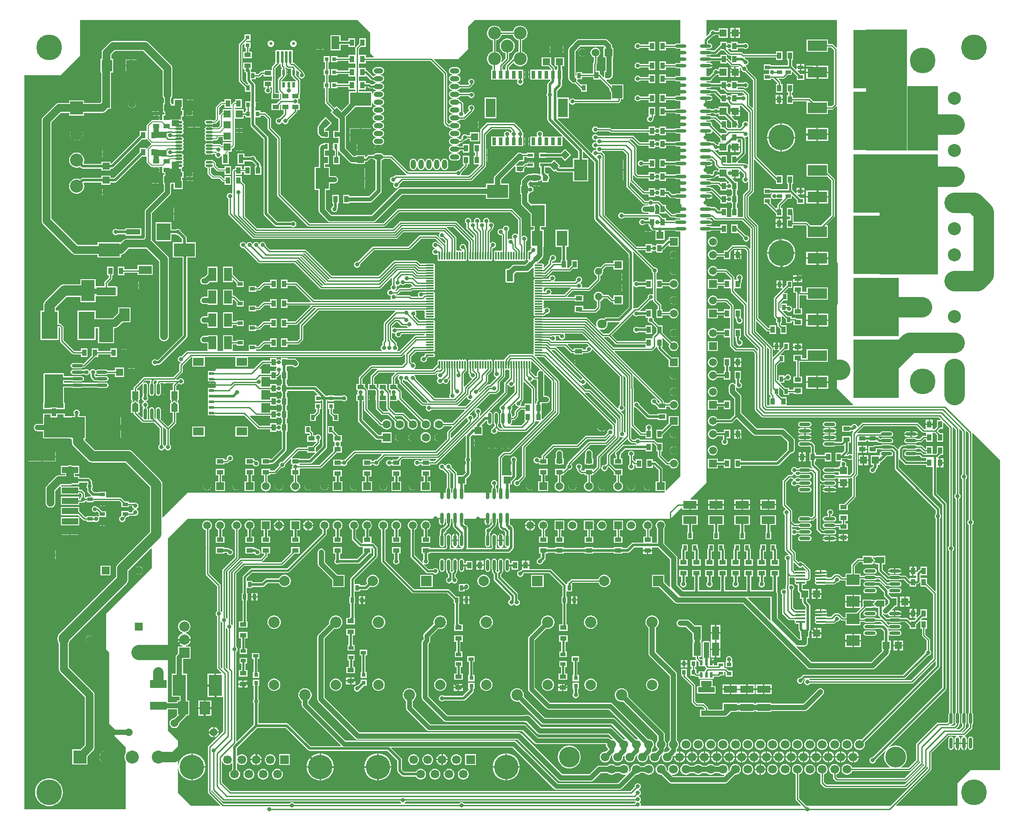
<source format=gtl>
G04 Layer_Physical_Order=1*
G04 Layer_Color=255*
%FSLAX24Y24*%
%MOIN*%
G70*
G01*
G75*
%ADD10R,0.0551X0.0335*%
%ADD11R,0.0945X0.2559*%
%ADD12O,0.0551X0.0177*%
%ADD13R,0.0532X0.0571*%
%ADD14R,0.0335X0.0512*%
%ADD15R,0.0512X0.0354*%
%ADD16R,0.0571X0.0532*%
%ADD17R,0.0374X0.0669*%
%ADD18R,0.0827X0.0906*%
%ADD19R,0.1063X0.0394*%
%ADD20R,0.1063X0.1299*%
%ADD21R,0.1614X0.1024*%
%ADD22O,0.0236X0.0866*%
%ADD23R,0.0512X0.0335*%
%ADD24R,0.0787X0.0984*%
%ADD25R,0.1500X0.0799*%
%ADD26R,0.3500X0.4500*%
%ADD27O,0.0748X0.0161*%
%ADD28O,0.0866X0.0236*%
%ADD29R,0.0315X0.0315*%
G04:AMPARAMS|DCode=30|XSize=39.4mil|YSize=72.8mil|CornerRadius=19.7mil|HoleSize=0mil|Usage=FLASHONLY|Rotation=90.000|XOffset=0mil|YOffset=0mil|HoleType=Round|Shape=RoundedRectangle|*
%AMROUNDEDRECTD30*
21,1,0.0394,0.0335,0,0,90.0*
21,1,0.0000,0.0728,0,0,90.0*
1,1,0.0394,0.0167,0.0000*
1,1,0.0394,0.0167,0.0000*
1,1,0.0394,-0.0167,0.0000*
1,1,0.0394,-0.0167,0.0000*
%
%ADD30ROUNDEDRECTD30*%
G04:AMPARAMS|DCode=31|XSize=39.4mil|YSize=72.8mil|CornerRadius=19.7mil|HoleSize=0mil|Usage=FLASHONLY|Rotation=180.000|XOffset=0mil|YOffset=0mil|HoleType=Round|Shape=RoundedRectangle|*
%AMROUNDEDRECTD31*
21,1,0.0394,0.0335,0,0,180.0*
21,1,0.0000,0.0728,0,0,180.0*
1,1,0.0394,0.0000,0.0167*
1,1,0.0394,0.0000,0.0167*
1,1,0.0394,0.0000,-0.0167*
1,1,0.0394,0.0000,-0.0167*
%
%ADD31ROUNDEDRECTD31*%
%ADD32R,0.3150X0.3937*%
%ADD33R,0.0591X0.1024*%
%ADD34R,0.0394X0.0236*%
%ADD35R,0.0748X0.1437*%
%ADD36R,0.0315X0.0591*%
%ADD37R,0.1024X0.1614*%
%ADD38O,0.0650X0.0118*%
%ADD39O,0.0118X0.0650*%
%ADD40R,0.0591X0.0492*%
%ADD41R,0.0492X0.0591*%
%ADD42R,0.1024X0.0591*%
%ADD43R,0.1260X0.0591*%
%ADD44R,0.0413X0.0236*%
%ADD45R,0.0787X0.0591*%
%ADD46P,0.0724X4X270.0*%
%ADD47R,0.0236X0.0394*%
%ADD48R,0.2087X0.0669*%
%ADD49R,0.1260X0.0472*%
%ADD50R,0.0827X0.1177*%
%ADD51R,0.0984X0.0787*%
%ADD52R,0.0315X0.0315*%
%ADD53R,0.1230X0.2100*%
%ADD54R,0.0394X0.0276*%
%ADD55R,0.0276X0.0394*%
%ADD56R,0.0295X0.0374*%
%ADD57R,0.0197X0.0906*%
%ADD58R,0.0374X0.0295*%
%ADD59R,0.0827X0.0394*%
%ADD60R,0.1024X0.0532*%
%ADD61R,0.0532X0.1024*%
%ADD62R,0.0374X0.0217*%
%ADD63C,0.0100*%
%ADD64C,0.0197*%
%ADD65C,0.0394*%
%ADD66C,0.0354*%
%ADD67C,0.0787*%
%ADD68C,0.0151*%
%ADD69C,0.0150*%
%ADD70C,0.0079*%
%ADD71C,0.0206*%
%ADD72C,0.0276*%
%ADD73C,0.0315*%
%ADD74C,0.0591*%
%ADD75C,0.1575*%
%ADD76C,0.1181*%
%ADD77R,0.0539X0.0550*%
%ADD78R,0.1200X0.1050*%
%ADD79R,0.0539X0.0500*%
%ADD80R,0.1200X0.1100*%
%ADD81R,0.0600X0.0500*%
%ADD82R,0.0400X0.1000*%
%ADD83R,0.2362X0.4921*%
%ADD84R,0.3150X0.9252*%
%ADD85R,0.3500X0.4300*%
%ADD86R,0.0500X0.0500*%
%ADD87R,0.0800X0.0800*%
%ADD88R,0.1000X0.0500*%
%ADD89R,0.0250X0.0350*%
%ADD90R,0.0450X0.0350*%
%ADD91R,0.4500X0.9200*%
%ADD92R,0.3900X0.4800*%
%ADD93R,0.2600X0.1550*%
%ADD94R,0.1400X0.2550*%
%ADD95R,0.1100X0.1450*%
%ADD96R,0.1500X0.0600*%
%ADD97R,0.0900X0.4400*%
%ADD98R,0.0500X0.0900*%
%ADD99R,0.0850X0.0850*%
%ADD100R,0.0200X0.0200*%
%ADD101R,0.0400X0.1200*%
%ADD102R,0.0700X0.0100*%
%ADD103R,0.1300X0.0400*%
%ADD104R,0.0591X0.0591*%
%ADD105C,0.0591*%
%ADD106C,0.1000*%
%ADD107R,0.1000X0.1000*%
%ADD108C,0.0787*%
%ADD109C,0.0866*%
%ADD110C,0.1969*%
%ADD111R,0.0787X0.0787*%
%ADD112R,0.0591X0.0591*%
%ADD113R,0.1000X0.1000*%
%ADD114C,0.0984*%
%ADD115C,0.0709*%
%ADD116R,0.0787X0.0787*%
%ADD117C,0.0630*%
%ADD118R,0.0630X0.0630*%
%ADD119C,0.0551*%
%ADD120P,0.0597X8X112.5*%
%ADD121C,0.1874*%
%ADD122R,0.0665X0.0665*%
%ADD123C,0.0665*%
%ADD124C,0.1594*%
%ADD125C,0.0669*%
%ADD126C,0.0236*%
%ADD127C,0.0315*%
%ADD128C,0.1181*%
G36*
X58000Y54406D02*
X57950Y54386D01*
X57721Y54614D01*
X57679Y54643D01*
X57628Y54653D01*
X57329D01*
Y55000D01*
X55671D01*
Y54043D01*
X57329D01*
Y54390D01*
X57574D01*
X57769Y54196D01*
Y50054D01*
X57617Y49903D01*
X57329D01*
Y50250D01*
X56207D01*
X55964Y50493D01*
X55922Y50521D01*
X55872Y50531D01*
X54659D01*
Y50735D01*
X54545D01*
Y50915D01*
X54659D01*
Y51585D01*
X54167D01*
Y50915D01*
X54282D01*
Y50735D01*
X54167D01*
Y50065D01*
X54659D01*
Y50269D01*
X55629D01*
X55671Y50250D01*
Y49293D01*
X57329D01*
Y49640D01*
X57672D01*
X57722Y49650D01*
X57764Y49679D01*
X57950Y49864D01*
X58000Y49844D01*
Y28250D01*
X59258Y26992D01*
X59239Y26945D01*
X54159D01*
Y27166D01*
X54182Y27200D01*
X54192Y27250D01*
X54182Y27300D01*
X54159Y27334D01*
Y27585D01*
X53764D01*
X53593Y27757D01*
Y28303D01*
X53628Y28338D01*
X53907Y28058D01*
Y27752D01*
X54341D01*
Y27896D01*
X54665D01*
Y27841D01*
X54916D01*
X54950Y27818D01*
X55000Y27808D01*
X55050Y27818D01*
X55084Y27841D01*
X55335D01*
Y28333D01*
X54665D01*
Y28159D01*
X54341D01*
Y28303D01*
X54034D01*
X53687Y28651D01*
X53706Y28697D01*
X53967D01*
Y28841D01*
X53972D01*
X54023Y28851D01*
X54065Y28880D01*
X54101Y28915D01*
X54158Y28877D01*
X54250Y28859D01*
X54342Y28877D01*
X54420Y28930D01*
X54473Y29008D01*
X54491Y29100D01*
X54473Y29192D01*
X54420Y29270D01*
X54342Y29323D01*
X54250Y29341D01*
X54158Y29323D01*
X54080Y29270D01*
X54045Y29218D01*
X54017Y29199D01*
X53967Y29215D01*
Y29248D01*
X53533D01*
Y28869D01*
X53487Y28850D01*
X53428Y28909D01*
Y30020D01*
X53660Y30252D01*
X53967D01*
Y30803D01*
X53706D01*
X53687Y30849D01*
X54034Y31197D01*
X54341D01*
Y31748D01*
X53907D01*
Y31442D01*
X53664Y31198D01*
X53614Y31219D01*
Y31422D01*
X53426D01*
Y31176D01*
X53571D01*
X53592Y31126D01*
X53116Y30650D01*
X53070Y30670D01*
Y31328D01*
X53060Y31378D01*
X53032Y31421D01*
X51810Y32643D01*
Y33397D01*
X51856Y33416D01*
X52615Y32657D01*
X52657Y32629D01*
X52707Y32619D01*
X52841D01*
Y32415D01*
X53333D01*
Y33085D01*
X52841D01*
Y32881D01*
X52762D01*
X51989Y33654D01*
Y40709D01*
X51979Y40759D01*
X51950Y40802D01*
X51260Y41492D01*
Y42922D01*
X51622Y43283D01*
X51650Y43326D01*
X51660Y43376D01*
Y45778D01*
X51706Y45797D01*
X53341Y44163D01*
Y43915D01*
X53833D01*
Y44585D01*
X53341D01*
Y44585D01*
X53305Y44570D01*
X51831Y46043D01*
Y51950D01*
X51821Y52000D01*
X51793Y52043D01*
X51132Y52704D01*
X51141Y52750D01*
X51123Y52842D01*
X51070Y52920D01*
X51011Y52960D01*
X51021Y53013D01*
X51092Y53027D01*
X51170Y53080D01*
X51223Y53158D01*
X51241Y53250D01*
X51223Y53342D01*
X51170Y53420D01*
X51092Y53473D01*
X51018Y53487D01*
X50933Y53573D01*
X50952Y53619D01*
X53341D01*
Y53415D01*
X53833D01*
Y54085D01*
X53341D01*
Y53881D01*
X50858D01*
X50752Y53987D01*
X50710Y54016D01*
X50660Y54026D01*
X49849D01*
X49642Y54232D01*
X49670Y54275D01*
X49750Y54259D01*
X49842Y54277D01*
X49873Y54298D01*
X49917Y54275D01*
Y54165D01*
X50409D01*
Y54319D01*
X50845D01*
X50908Y54277D01*
X51000Y54259D01*
X51092Y54277D01*
X51170Y54330D01*
X51223Y54408D01*
X51241Y54500D01*
X51223Y54592D01*
X51170Y54670D01*
X51092Y54723D01*
X51000Y54741D01*
X50908Y54723D01*
X50845Y54681D01*
X50409D01*
Y54835D01*
X49917D01*
Y54725D01*
X49873Y54702D01*
X49842Y54723D01*
X49750Y54741D01*
X49658Y54723D01*
X49627Y54702D01*
X49583Y54725D01*
Y54835D01*
X49091D01*
Y54620D01*
X49078Y54611D01*
X48624Y54157D01*
X48379D01*
X48337Y54185D01*
X48260Y54201D01*
X48000D01*
Y54299D01*
X48260D01*
X48337Y54315D01*
X48402Y54358D01*
X48445Y54423D01*
X48461Y54500D01*
X48445Y54577D01*
X48402Y54642D01*
X48337Y54685D01*
X48260Y54701D01*
X48102D01*
Y54880D01*
X48485Y55262D01*
X48500Y55259D01*
X48592Y55277D01*
X48670Y55330D01*
X48679Y55343D01*
X48943D01*
Y55136D01*
X49632D01*
Y55864D01*
X48943D01*
Y55657D01*
X48679D01*
X48670Y55670D01*
X48592Y55723D01*
X48500Y55741D01*
X48408Y55723D01*
X48330Y55670D01*
X48277Y55592D01*
X48259Y55500D01*
X48262Y55485D01*
X48046Y55269D01*
X48000Y55288D01*
Y56500D01*
X58000D01*
Y54406D01*
D02*
G37*
G36*
X46000Y54701D02*
X45740D01*
X45663Y54685D01*
X45598Y54642D01*
X45591Y54631D01*
X44909D01*
Y54835D01*
X44417D01*
Y54165D01*
X44909D01*
Y54369D01*
X45591D01*
X45598Y54358D01*
X45663Y54315D01*
X45740Y54299D01*
X46000D01*
Y54120D01*
X45740D01*
X45694Y54111D01*
X45655Y54085D01*
X45632Y54050D01*
X46055D01*
Y53950D01*
X45632D01*
X45655Y53915D01*
X45694Y53889D01*
X45740Y53880D01*
X46000D01*
Y53620D01*
X45740D01*
X45694Y53611D01*
X45655Y53585D01*
X45632Y53550D01*
X46055D01*
Y53450D01*
X45632D01*
X45655Y53415D01*
X45694Y53389D01*
X45740Y53380D01*
X46000D01*
Y53201D01*
X45740D01*
X45663Y53185D01*
X45598Y53142D01*
X45591Y53131D01*
X44909D01*
Y53335D01*
X44417D01*
Y52665D01*
X44909D01*
Y52869D01*
X45591D01*
X45598Y52858D01*
X45663Y52815D01*
X45740Y52799D01*
X46000D01*
Y52201D01*
X45740D01*
X45663Y52185D01*
X45598Y52142D01*
X45591Y52131D01*
X44909D01*
Y52335D01*
X44417D01*
Y51665D01*
X44909D01*
Y51869D01*
X45591D01*
X45598Y51858D01*
X45663Y51815D01*
X45740Y51799D01*
X46000D01*
Y51620D01*
X45740D01*
X45694Y51611D01*
X45655Y51585D01*
X45632Y51550D01*
X46055D01*
Y51450D01*
X45632D01*
X45655Y51415D01*
X45694Y51389D01*
X45740Y51380D01*
X46000D01*
Y51120D01*
X45740D01*
X45694Y51111D01*
X45655Y51085D01*
X45632Y51050D01*
X46055D01*
Y50950D01*
X45632D01*
X45655Y50915D01*
X45694Y50889D01*
X45740Y50880D01*
X46000D01*
Y50701D01*
X45740D01*
X45663Y50685D01*
X45598Y50642D01*
X45591Y50631D01*
X44909D01*
Y50835D01*
X44417D01*
Y50165D01*
X44909D01*
Y50369D01*
X45591D01*
X45598Y50358D01*
X45663Y50315D01*
X45740Y50299D01*
X46000D01*
Y49701D01*
X45740D01*
X45663Y49685D01*
X45621Y49657D01*
X44909D01*
Y49835D01*
X44417D01*
Y49165D01*
X44909D01*
Y49343D01*
X45621D01*
X45663Y49315D01*
X45740Y49299D01*
X46000D01*
Y49120D01*
X45740D01*
X45694Y49111D01*
X45655Y49085D01*
X45632Y49050D01*
X46055D01*
Y48950D01*
X45632D01*
X45655Y48915D01*
X45694Y48889D01*
X45740Y48880D01*
X46000D01*
Y48620D01*
X45740D01*
X45694Y48611D01*
X45655Y48585D01*
X45632Y48550D01*
X46055D01*
Y48450D01*
X45632D01*
X45655Y48415D01*
X45694Y48389D01*
X45740Y48380D01*
X46000D01*
Y48201D01*
X45740D01*
X45663Y48185D01*
X45621Y48157D01*
X44909D01*
Y48335D01*
X44417D01*
Y48225D01*
X44373Y48202D01*
X44342Y48223D01*
X44250Y48241D01*
X44158Y48223D01*
X44127Y48202D01*
X44083Y48225D01*
Y48335D01*
X43591D01*
Y48131D01*
X40754D01*
X40693Y48193D01*
X40650Y48221D01*
X40600Y48231D01*
X39696D01*
X39670Y48270D01*
X39592Y48323D01*
X39500Y48341D01*
X39408Y48323D01*
X39330Y48270D01*
X39277Y48192D01*
X39259Y48100D01*
X39277Y48008D01*
X39330Y47930D01*
X39408Y47877D01*
X39500Y47859D01*
X39592Y47877D01*
X39670Y47930D01*
X39696Y47969D01*
X40546D01*
X40607Y47907D01*
X40650Y47879D01*
X40700Y47869D01*
X43591D01*
Y47665D01*
X44083D01*
Y47775D01*
X44127Y47798D01*
X44158Y47777D01*
X44250Y47759D01*
X44342Y47777D01*
X44373Y47798D01*
X44417Y47775D01*
Y47665D01*
X44909D01*
Y47843D01*
X45621D01*
X45663Y47815D01*
X45740Y47799D01*
X46000D01*
Y47201D01*
X45740D01*
X45663Y47185D01*
X45621Y47157D01*
X44909D01*
Y47335D01*
X44417D01*
Y47225D01*
X44373Y47202D01*
X44342Y47223D01*
X44250Y47241D01*
X44158Y47223D01*
X44127Y47202D01*
X44083Y47225D01*
Y47335D01*
X43591D01*
Y47131D01*
X42904D01*
X42443Y47593D01*
X42400Y47621D01*
X42350Y47631D01*
X42300Y47621D01*
X42250Y47631D01*
X39696D01*
X39670Y47670D01*
X39592Y47723D01*
X39500Y47741D01*
X39408Y47723D01*
X39330Y47670D01*
X39277Y47592D01*
X39259Y47500D01*
X39277Y47408D01*
X39330Y47330D01*
X39408Y47277D01*
X39500Y47259D01*
X39530Y47265D01*
X39565Y47230D01*
X39559Y47200D01*
X39565Y47170D01*
X39530Y47135D01*
X39500Y47141D01*
X39408Y47123D01*
X39330Y47070D01*
X39277Y46992D01*
X39259Y46900D01*
X39277Y46808D01*
X39330Y46730D01*
X39408Y46677D01*
X39500Y46659D01*
X39530Y46665D01*
X39565Y46630D01*
X39559Y46600D01*
X39565Y46570D01*
X39530Y46535D01*
X39500Y46541D01*
X39408Y46523D01*
X39330Y46470D01*
X39277Y46392D01*
X39264Y46322D01*
X39211Y46304D01*
X36613Y48903D01*
X36633Y48953D01*
X37478D01*
Y50149D01*
X37527Y50158D01*
X37580Y50080D01*
X37658Y50027D01*
X37750Y50009D01*
X37842Y50027D01*
X37920Y50080D01*
X37946Y50119D01*
X38210D01*
X38250Y50111D01*
X38290Y50119D01*
X41250D01*
X41300Y50129D01*
X41343Y50157D01*
X41420Y50234D01*
X41448Y50277D01*
X41458Y50327D01*
Y50429D01*
X41649D01*
Y51571D01*
X40704D01*
Y51571D01*
X40664Y51554D01*
X40349Y51869D01*
X40368Y51915D01*
X40659D01*
Y51992D01*
X40700Y52009D01*
X40758Y52053D01*
X40802Y52111D01*
X40830Y52178D01*
X40839Y52250D01*
Y53626D01*
X40874D01*
Y54374D01*
X40778D01*
Y54500D01*
X40768Y54572D01*
X40741Y54639D01*
X40697Y54697D01*
X40447Y54947D01*
X40389Y54991D01*
X40322Y55019D01*
X40250Y55028D01*
X38250D01*
X38178Y55019D01*
X38111Y54991D01*
X38053Y54947D01*
X37503Y54397D01*
X37459Y54339D01*
X37431Y54272D01*
X37422Y54200D01*
Y52048D01*
X37431Y51976D01*
X37459Y51909D01*
X37503Y51852D01*
X37652Y51702D01*
X37710Y51658D01*
X37777Y51631D01*
X37849Y51621D01*
X37921Y51631D01*
X37929Y51634D01*
X38378Y51185D01*
X38407Y51165D01*
Y51002D01*
X38841D01*
Y51553D01*
X38407D01*
X38407Y51553D01*
Y51553D01*
X38364Y51570D01*
X38114Y51819D01*
X38118Y51827D01*
X38127Y51899D01*
X38126Y51909D01*
X38159Y51947D01*
X38467D01*
Y52119D01*
X39341D01*
Y51915D01*
X39833D01*
Y51948D01*
X39879Y51968D01*
X40597Y51249D01*
Y51121D01*
X40607Y51071D01*
X40636Y51028D01*
X40704Y50960D01*
Y50429D01*
X40704D01*
X40699Y50381D01*
X38258D01*
X38250Y50380D01*
X38242Y50381D01*
X37946D01*
X37920Y50420D01*
X37842Y50473D01*
X37750Y50491D01*
X37658Y50473D01*
X37580Y50420D01*
X37527Y50342D01*
X37478Y50351D01*
Y50547D01*
X36581D01*
Y51075D01*
X36878Y51372D01*
X36917Y51431D01*
X36931Y51500D01*
Y51935D01*
X36986D01*
Y52683D01*
X36931D01*
Y52943D01*
X37114D01*
Y53632D01*
X36386D01*
Y52943D01*
X36569D01*
Y52683D01*
X36514D01*
Y52683D01*
X36486D01*
Y52683D01*
X36381D01*
Y52787D01*
X36371Y52838D01*
X36343Y52880D01*
X36114Y53109D01*
Y53632D01*
X35386D01*
Y52943D01*
X35909D01*
X36119Y52733D01*
X36119Y52683D01*
X36000Y52683D01*
X35964Y52683D01*
X35536D01*
X35500Y52683D01*
X35464Y52683D01*
X35036D01*
X35000Y52683D01*
X34964Y52683D01*
X34514D01*
Y51935D01*
X34964D01*
X35000Y51935D01*
X35036Y51935D01*
X35464D01*
X35500Y51935D01*
X35536Y51935D01*
X36034D01*
X36052Y51917D01*
Y51857D01*
X35872Y51678D01*
X35833Y51619D01*
X35819Y51550D01*
Y50905D01*
X35777Y50842D01*
X35759Y50750D01*
X35777Y50658D01*
X35819Y50595D01*
Y48850D01*
X35833Y48781D01*
X35872Y48722D01*
X36980Y47615D01*
X36959Y47565D01*
X36948Y47565D01*
X36948Y47565D01*
X36948Y47565D01*
X36536D01*
X36500Y47565D01*
X36464Y47565D01*
X36036D01*
X36000Y47565D01*
X35964Y47565D01*
X35536D01*
X35514Y47565D01*
X35471D01*
X35444Y47615D01*
X35473Y47658D01*
X35491Y47750D01*
X35473Y47842D01*
X35420Y47920D01*
X35342Y47973D01*
X35250Y47991D01*
X35158Y47973D01*
X35080Y47920D01*
X35027Y47842D01*
X35009Y47750D01*
X35027Y47658D01*
X35056Y47615D01*
X35029Y47565D01*
X35000D01*
X34964Y47565D01*
X34514D01*
Y46817D01*
X34964D01*
X35000Y46817D01*
X35036Y46817D01*
X35464D01*
X35500Y46817D01*
X35536Y46817D01*
X35964D01*
X36000Y46817D01*
X36036Y46817D01*
X36464D01*
X36500Y46817D01*
X36536Y46817D01*
X36986D01*
X36986Y47526D01*
Y47527D01*
Y47527D01*
X36986Y47538D01*
X37004Y47545D01*
X37036Y47558D01*
X38191Y46403D01*
Y45886D01*
X37782D01*
Y45181D01*
X36740D01*
X36697Y45224D01*
X36806Y45332D01*
X36332Y45806D01*
X36083Y45557D01*
X35748D01*
Y45573D01*
X35197D01*
Y45179D01*
X35292D01*
Y44739D01*
X35302Y44690D01*
X35262Y44652D01*
X35222Y44668D01*
X35150Y44678D01*
X35083D01*
Y44735D01*
X34591D01*
Y44678D01*
X34389D01*
X34317Y44668D01*
X34250Y44641D01*
X34192Y44597D01*
X33891Y44295D01*
X33847Y44237D01*
X33819Y44170D01*
X33809Y44098D01*
Y43864D01*
X33743D01*
Y43136D01*
X33809D01*
Y42463D01*
X33819Y42391D01*
X33847Y42324D01*
X33891Y42266D01*
X34532Y41625D01*
Y40614D01*
X34775D01*
Y40417D01*
X34561D01*
Y39083D01*
X34583D01*
X34598Y39033D01*
X34580Y39020D01*
X34527Y38942D01*
X34510Y38856D01*
X34507Y38851D01*
X34502Y38845D01*
X34464Y38818D01*
X34433Y38825D01*
X34379Y38814D01*
X34333Y38784D01*
X34317Y38759D01*
X34292Y38739D01*
X34286Y38739D01*
Y38419D01*
Y38098D01*
X34292Y38098D01*
X34317Y38078D01*
X34333Y38053D01*
X34371Y38028D01*
X34379Y37993D01*
X34380Y37972D01*
X34353Y37952D01*
X34130Y37728D01*
X33300D01*
X33228Y37719D01*
X33161Y37691D01*
X33103Y37647D01*
X32887Y37430D01*
X32700D01*
X32669Y37424D01*
X32643Y37407D01*
X32626Y37381D01*
X32620Y37350D01*
Y36450D01*
X32626Y36419D01*
X32643Y36393D01*
X32669Y36376D01*
X32700Y36370D01*
X33200D01*
X33231Y36376D01*
X33257Y36393D01*
X33274Y36419D01*
X33280Y36450D01*
Y37037D01*
X33415Y37172D01*
X34245D01*
X34317Y37181D01*
X34384Y37209D01*
X34442Y37253D01*
X34709Y37521D01*
X34755Y37497D01*
X34755Y37493D01*
X34765Y37440D01*
X34795Y37395D01*
X34765Y37350D01*
X34755Y37296D01*
X34765Y37243D01*
X34795Y37198D01*
X34765Y37153D01*
X34755Y37100D01*
X34765Y37046D01*
X34795Y37001D01*
X34765Y36957D01*
X34755Y36903D01*
X34765Y36849D01*
X34796Y36803D01*
X34821Y36787D01*
X34841Y36762D01*
X34840Y36756D01*
X35161D01*
X35499D01*
X35512Y36776D01*
X35710D01*
X35760Y36786D01*
X35803Y36815D01*
X36207Y37219D01*
X37513D01*
X37564Y37229D01*
X37606Y37257D01*
X37764Y37415D01*
X38159D01*
Y38085D01*
X37667D01*
Y37690D01*
X37459Y37481D01*
X37333D01*
Y38085D01*
X37267D01*
Y39083D01*
X37439D01*
Y40417D01*
X36455D01*
Y39083D01*
X36906D01*
Y38085D01*
X36841D01*
Y37881D01*
X36300D01*
X36250Y37871D01*
X36239Y37864D01*
X36189Y37891D01*
Y37973D01*
X36235Y38012D01*
X36250Y38009D01*
X36342Y38027D01*
X36420Y38080D01*
X36473Y38158D01*
X36491Y38250D01*
X36473Y38342D01*
X36420Y38420D01*
X36342Y38473D01*
X36250Y38491D01*
X36158Y38473D01*
X36080Y38420D01*
X36027Y38342D01*
X36009Y38250D01*
X36018Y38204D01*
X35965Y38150D01*
X35936Y38108D01*
X35926Y38057D01*
Y37849D01*
X35610Y37533D01*
X35557Y37547D01*
X35555Y37549D01*
X35527Y37592D01*
X35557Y37636D01*
X35567Y37690D01*
X35557Y37744D01*
X35526Y37789D01*
X35481Y37820D01*
X35427Y37831D01*
X35014D01*
X35010Y37881D01*
X35017Y37882D01*
X35084Y37909D01*
X35142Y37953D01*
X35447Y38258D01*
X35491Y38316D01*
X35519Y38383D01*
X35528Y38455D01*
Y39083D01*
X35545D01*
Y40417D01*
X35331D01*
Y40614D01*
X35713D01*
Y42386D01*
X34557D01*
X34365Y42578D01*
Y43136D01*
X34432D01*
Y43233D01*
X34471Y43265D01*
X34500Y43259D01*
X34592Y43277D01*
X34670Y43330D01*
X34697Y43369D01*
X34747Y43354D01*
Y43215D01*
X34963D01*
Y43500D01*
Y43785D01*
X34747D01*
Y43646D01*
X34697Y43631D01*
X34670Y43670D01*
X34592Y43723D01*
X34500Y43741D01*
X34471Y43735D01*
X34432Y43767D01*
Y43864D01*
X34365D01*
Y43983D01*
X34504Y44122D01*
X34591D01*
Y44065D01*
X35083D01*
Y44122D01*
X35150D01*
X35222Y44131D01*
X35289Y44159D01*
X35347Y44203D01*
X35367Y44231D01*
X35417Y44214D01*
Y44065D01*
X35909D01*
Y44253D01*
X35939Y44272D01*
X35978Y44331D01*
X35992Y44400D01*
X35978Y44469D01*
X35939Y44528D01*
X35909Y44557D01*
Y44735D01*
X35732D01*
X35653Y44813D01*
Y45179D01*
X35748D01*
Y45195D01*
X35996D01*
X36332Y44859D01*
X36441Y44968D01*
X36537Y44872D01*
X36596Y44833D01*
X36665Y44819D01*
X37782D01*
Y44114D01*
X38963D01*
Y45886D01*
X38553D01*
Y46386D01*
X38599Y46406D01*
X39419Y45585D01*
Y41250D01*
X39433Y41181D01*
X39472Y41122D01*
X42047Y38548D01*
Y34481D01*
X41269Y33703D01*
X40336D01*
X40267Y33690D01*
X40208Y33651D01*
X40151Y33593D01*
X40113Y33609D01*
X40000Y33624D01*
X39887Y33609D01*
X39782Y33565D01*
X39691Y33496D01*
X39622Y33405D01*
X39578Y33300D01*
X39563Y33187D01*
X39578Y33074D01*
X39601Y33020D01*
X39558Y32991D01*
X38896Y33654D01*
X38853Y33682D01*
X38803Y33692D01*
X35520D01*
X35512Y33703D01*
X35161D01*
X34840D01*
X34841Y33697D01*
X34821Y33672D01*
X34796Y33656D01*
X34765Y33610D01*
X34755Y33556D01*
X34765Y33503D01*
X34795Y33458D01*
X34765Y33413D01*
X34755Y33359D01*
X34765Y33306D01*
X34795Y33261D01*
X34765Y33216D01*
X34755Y33163D01*
X34765Y33109D01*
X34795Y33064D01*
X34765Y33020D01*
X34755Y32966D01*
X34765Y32912D01*
X34795Y32867D01*
X34765Y32823D01*
X34755Y32769D01*
X34765Y32715D01*
X34795Y32670D01*
X34765Y32626D01*
X34755Y32572D01*
X34765Y32518D01*
X34795Y32474D01*
X34765Y32429D01*
X34755Y32375D01*
X34765Y32321D01*
X34795Y32277D01*
X34765Y32232D01*
X34755Y32178D01*
X34765Y32125D01*
X34795Y32080D01*
X34765Y32035D01*
X34755Y31981D01*
X34765Y31928D01*
X34795Y31883D01*
X34765Y31838D01*
X34755Y31785D01*
X34765Y31731D01*
X34795Y31686D01*
X34765Y31642D01*
X34755Y31588D01*
X34765Y31534D01*
X34795Y31489D01*
X34765Y31445D01*
X34755Y31391D01*
X34765Y31337D01*
X34795Y31293D01*
X34765Y31248D01*
X34755Y31194D01*
X34765Y31140D01*
X34795Y31096D01*
X34765Y31051D01*
X34755Y30997D01*
X34765Y30943D01*
X34780Y30921D01*
X34761Y30879D01*
X34710Y30867D01*
X34703Y30871D01*
X34653Y30881D01*
X32949D01*
X32898Y30871D01*
X32856Y30843D01*
X32577Y30564D01*
X32549Y30522D01*
X32546Y30509D01*
X32542Y30503D01*
X32492Y30473D01*
X32490Y30473D01*
X32464Y30478D01*
X32410Y30468D01*
X32366Y30438D01*
X32321Y30468D01*
X32267Y30478D01*
X32214Y30468D01*
X32169Y30438D01*
X32124Y30468D01*
X32070Y30478D01*
X32017Y30468D01*
X31972Y30438D01*
X31927Y30468D01*
X31874Y30478D01*
X31820Y30468D01*
X31774Y30437D01*
X31758Y30412D01*
X31733Y30392D01*
X31727Y30393D01*
Y30072D01*
Y29726D01*
X31742Y29716D01*
Y29464D01*
X31727Y29442D01*
X31709Y29350D01*
X31727Y29258D01*
X31780Y29180D01*
X31858Y29127D01*
X31880Y29123D01*
X31894Y29075D01*
X31379Y28560D01*
X31276D01*
X31226Y28550D01*
X31183Y28522D01*
X30634Y27973D01*
X30590Y27996D01*
X30591Y28000D01*
X30582Y28046D01*
X31233Y28697D01*
X31261Y28740D01*
X31271Y28790D01*
Y29258D01*
X31564Y29550D01*
X31592Y29593D01*
X31602Y29643D01*
Y29718D01*
X31627Y29738D01*
Y30072D01*
Y30393D01*
X31620Y30392D01*
X31596Y30412D01*
X31579Y30437D01*
X31534Y30468D01*
X31480Y30478D01*
X31426Y30468D01*
X31381Y30438D01*
X31337Y30468D01*
X31283Y30478D01*
X31229Y30468D01*
X31185Y30438D01*
X31140Y30468D01*
X31086Y30478D01*
X31032Y30468D01*
X30988Y30438D01*
X30943Y30468D01*
X30889Y30478D01*
X30836Y30468D01*
X30791Y30438D01*
X30746Y30468D01*
X30693Y30478D01*
X30639Y30468D01*
X30594Y30438D01*
X30549Y30468D01*
X30496Y30478D01*
X30442Y30468D01*
X30397Y30438D01*
X30353Y30468D01*
X30299Y30478D01*
X30245Y30468D01*
X30200Y30438D01*
X30156Y30468D01*
X30102Y30478D01*
X30048Y30468D01*
X30004Y30438D01*
X29959Y30468D01*
X29905Y30478D01*
X29851Y30468D01*
X29806Y30437D01*
X29789Y30412D01*
X29765Y30392D01*
X29758Y30393D01*
Y30072D01*
Y29726D01*
X29774Y29716D01*
Y29445D01*
X29784Y29395D01*
X29812Y29352D01*
X29868Y29296D01*
X29859Y29250D01*
X29877Y29158D01*
X29930Y29080D01*
X30008Y29027D01*
X30030Y29023D01*
X30044Y28975D01*
X29467Y28398D01*
X29417Y28419D01*
Y29382D01*
X29604Y29569D01*
X29633Y29611D01*
X29643Y29661D01*
Y29716D01*
X29658Y29726D01*
Y30072D01*
Y30393D01*
X29652Y30392D01*
X29627Y30412D01*
X29611Y30437D01*
X29565Y30468D01*
X29511Y30478D01*
X29458Y30468D01*
X29413Y30438D01*
X29368Y30468D01*
X29315Y30478D01*
X29261Y30468D01*
X29216Y30438D01*
X29171Y30468D01*
X29118Y30478D01*
X29064Y30468D01*
X29019Y30438D01*
X28975Y30468D01*
X28921Y30478D01*
X28867Y30468D01*
X28822Y30438D01*
X28778Y30468D01*
X28724Y30478D01*
X28670Y30468D01*
X28626Y30438D01*
X28581Y30468D01*
X28527Y30478D01*
X28473Y30468D01*
X28429Y30438D01*
X28384Y30468D01*
X28330Y30478D01*
X28277Y30468D01*
X28232Y30438D01*
X28187Y30468D01*
X28133Y30478D01*
X28080Y30468D01*
X28035Y30438D01*
X27990Y30468D01*
X27937Y30478D01*
X27883Y30468D01*
X27838Y30438D01*
X27794Y30468D01*
X27740Y30478D01*
X27686Y30468D01*
X27641Y30438D01*
X27597Y30468D01*
X27543Y30478D01*
X27489Y30468D01*
X27444Y30437D01*
X27413Y30392D01*
X27402Y30338D01*
Y30110D01*
X27024Y29731D01*
X25635D01*
X25627Y29741D01*
X25638Y29808D01*
X25670Y29830D01*
X25723Y29908D01*
X25741Y30000D01*
X25723Y30092D01*
X25670Y30170D01*
X25592Y30223D01*
X25500Y30241D01*
X25454Y30232D01*
X25381Y30304D01*
Y30696D01*
X25748Y31063D01*
X26459D01*
X26469Y31047D01*
X26815D01*
X27135D01*
X27135Y31054D01*
X27155Y31078D01*
X27180Y31095D01*
X27210Y31140D01*
X27221Y31194D01*
X27210Y31248D01*
X27180Y31293D01*
X27210Y31337D01*
X27221Y31391D01*
X27210Y31445D01*
X27180Y31489D01*
X27210Y31534D01*
X27221Y31588D01*
X27210Y31642D01*
X27180Y31686D01*
X27210Y31731D01*
X27221Y31785D01*
X27210Y31838D01*
X27180Y31883D01*
X27210Y31928D01*
X27221Y31981D01*
X27210Y32035D01*
X27180Y32080D01*
X27210Y32125D01*
X27221Y32178D01*
X27210Y32232D01*
X27180Y32277D01*
X27210Y32321D01*
X27221Y32375D01*
X27210Y32429D01*
X27180Y32474D01*
X27210Y32518D01*
X27221Y32572D01*
X27210Y32626D01*
X27180Y32670D01*
X27210Y32715D01*
X27221Y32769D01*
X27210Y32823D01*
X27180Y32867D01*
X27210Y32912D01*
X27221Y32966D01*
X27210Y33020D01*
X27180Y33064D01*
X27210Y33109D01*
X27221Y33163D01*
X27210Y33216D01*
X27180Y33261D01*
X27210Y33306D01*
X27221Y33359D01*
X27210Y33413D01*
X27180Y33459D01*
X27155Y33475D01*
X27135Y33500D01*
X27135Y33506D01*
X26815D01*
X26463D01*
X26456Y33495D01*
X25993D01*
X25711Y33777D01*
X25716Y33827D01*
X25720Y33830D01*
X25773Y33908D01*
X25791Y34000D01*
X25773Y34092D01*
X25722Y34167D01*
X25730Y34203D01*
X25735Y34217D01*
X26375D01*
X26412Y34167D01*
X26408Y34147D01*
X26419Y34093D01*
X26449Y34048D01*
X26419Y34004D01*
X26408Y33950D01*
X26419Y33896D01*
X26449Y33852D01*
X26419Y33807D01*
X26408Y33753D01*
X26419Y33699D01*
X26449Y33654D01*
X26474Y33637D01*
X26494Y33613D01*
X26494Y33606D01*
X26815D01*
X27135D01*
X27135Y33613D01*
X27155Y33637D01*
X27180Y33654D01*
X27210Y33699D01*
X27221Y33753D01*
X27210Y33807D01*
X27180Y33852D01*
X27210Y33896D01*
X27221Y33950D01*
X27210Y34004D01*
X27180Y34048D01*
X27210Y34093D01*
X27221Y34147D01*
X27210Y34201D01*
X27180Y34245D01*
X27210Y34290D01*
X27221Y34344D01*
X27210Y34397D01*
X27180Y34442D01*
X27210Y34487D01*
X27221Y34541D01*
X27210Y34594D01*
X27180Y34639D01*
X27210Y34684D01*
X27221Y34737D01*
X27210Y34791D01*
X27180Y34836D01*
X27210Y34880D01*
X27221Y34934D01*
X27210Y34988D01*
X27180Y35033D01*
X27210Y35077D01*
X27221Y35131D01*
X27210Y35185D01*
X27180Y35230D01*
X27210Y35274D01*
X27221Y35328D01*
X27210Y35382D01*
X27180Y35426D01*
X27210Y35471D01*
X27221Y35525D01*
X27210Y35579D01*
X27180Y35624D01*
X27155Y35641D01*
X27135Y35665D01*
X27135Y35672D01*
X26815D01*
X26463D01*
X26456Y35661D01*
X26260D01*
X26242Y35673D01*
X26150Y35691D01*
X26058Y35673D01*
X25980Y35620D01*
X25927Y35542D01*
X25909Y35450D01*
X25927Y35358D01*
X25949Y35325D01*
X25926Y35281D01*
X25404D01*
X25343Y35343D01*
X25300Y35371D01*
X25250Y35381D01*
X24252D01*
X24222Y35421D01*
X24226Y35442D01*
X24234Y35469D01*
X24300D01*
X24350Y35479D01*
X24393Y35507D01*
X24568Y35683D01*
X25335D01*
X25385Y35693D01*
X25428Y35721D01*
X25499Y35792D01*
X26463D01*
X26476Y35772D01*
X26815D01*
X27135D01*
X27135Y35778D01*
X27155Y35803D01*
X27180Y35819D01*
X27210Y35865D01*
X27221Y35919D01*
X27210Y35972D01*
X27180Y36017D01*
X27210Y36062D01*
X27221Y36115D01*
X27210Y36169D01*
X27180Y36214D01*
X27210Y36258D01*
X27221Y36312D01*
X27210Y36366D01*
X27180Y36411D01*
X27210Y36455D01*
X27221Y36509D01*
X27210Y36563D01*
X27180Y36607D01*
X27210Y36652D01*
X27221Y36706D01*
X27210Y36760D01*
X27180Y36804D01*
X27210Y36849D01*
X27221Y36903D01*
X27210Y36957D01*
X27180Y37001D01*
X27210Y37046D01*
X27221Y37100D01*
X27210Y37153D01*
X27180Y37198D01*
X27210Y37243D01*
X27221Y37296D01*
X27210Y37350D01*
X27180Y37395D01*
X27210Y37440D01*
X27221Y37493D01*
X27210Y37547D01*
X27180Y37592D01*
X27210Y37636D01*
X27221Y37690D01*
X27210Y37744D01*
X27180Y37789D01*
X27134Y37820D01*
X27080Y37831D01*
X26549D01*
X26502Y37821D01*
X26075D01*
X25889Y38008D01*
X25846Y38036D01*
X25796Y38046D01*
X24107D01*
X24056Y38036D01*
X24014Y38008D01*
X22887Y36881D01*
X19304D01*
X17343Y38843D01*
X17300Y38871D01*
X17250Y38881D01*
X14554D01*
X14232Y39204D01*
X14241Y39250D01*
X14223Y39342D01*
X14170Y39420D01*
X14092Y39473D01*
X14000Y39491D01*
X13908Y39473D01*
X13830Y39420D01*
X13777Y39342D01*
X13775Y39332D01*
X13725D01*
X13723Y39342D01*
X13670Y39420D01*
X13592Y39473D01*
X13500Y39491D01*
X13408Y39473D01*
X13330Y39420D01*
X13277Y39342D01*
X13275Y39332D01*
X13225D01*
X13223Y39342D01*
X13170Y39420D01*
X13092Y39473D01*
X13000Y39491D01*
X12908Y39473D01*
X12830Y39420D01*
X12777Y39342D01*
X12775Y39332D01*
X12725D01*
X12723Y39342D01*
X12670Y39420D01*
X12592Y39473D01*
X12500Y39491D01*
X12408Y39473D01*
X12330Y39420D01*
X12277Y39342D01*
X12259Y39250D01*
X12277Y39158D01*
X12330Y39080D01*
X12408Y39027D01*
X12500Y39009D01*
X12546Y39018D01*
X13657Y37907D01*
X13700Y37879D01*
X13750Y37869D01*
X16446D01*
X18407Y35907D01*
X18450Y35879D01*
X18500Y35869D01*
X22950D01*
X23000Y35879D01*
X23043Y35907D01*
X23876Y36740D01*
X23922Y36715D01*
X23919Y36700D01*
Y36196D01*
X23880Y36170D01*
X23827Y36092D01*
X23809Y36000D01*
X23827Y35908D01*
X23844Y35883D01*
X23814Y35838D01*
X23800Y35841D01*
X23708Y35823D01*
X23630Y35770D01*
X23577Y35692D01*
X23559Y35600D01*
X23577Y35508D01*
X23630Y35430D01*
X23708Y35377D01*
X23784Y35362D01*
X23802Y35354D01*
X23822Y35312D01*
X23809Y35250D01*
X23827Y35158D01*
X23853Y35120D01*
X23826Y35070D01*
X17926D01*
X16654Y36343D01*
X16611Y36371D01*
X16561Y36381D01*
X15909D01*
Y36585D01*
X15417D01*
Y35915D01*
X15909D01*
Y36119D01*
X16507D01*
X17706Y34920D01*
X17687Y34873D01*
X15909D01*
Y35085D01*
X15417D01*
Y34415D01*
X15909D01*
Y34611D01*
X17671D01*
X17690Y34565D01*
X16507Y33381D01*
X15909D01*
Y33585D01*
X15417D01*
Y32915D01*
X15909D01*
Y33119D01*
X16561D01*
X16611Y33129D01*
X16654Y33157D01*
X17911Y34414D01*
X18065D01*
X18084Y34368D01*
X16892Y33176D01*
X16864Y33134D01*
X16854Y33083D01*
Y32089D01*
X16646Y31881D01*
X15909D01*
Y32085D01*
X15417D01*
Y31415D01*
X15909D01*
Y31619D01*
X16700D01*
X16750Y31629D01*
X16793Y31657D01*
X17078Y31942D01*
X17106Y31985D01*
X17116Y32035D01*
Y33029D01*
X18304Y34217D01*
X24152D01*
X24160Y34207D01*
X24154Y34143D01*
X23328Y33317D01*
X23300Y33274D01*
X23290Y33224D01*
Y31943D01*
X23207Y31860D01*
X23179Y31817D01*
X23169Y31767D01*
Y31546D01*
X23130Y31520D01*
X23077Y31442D01*
X23059Y31350D01*
X23077Y31258D01*
X23130Y31180D01*
X23159Y31160D01*
X23144Y31110D01*
X13499D01*
X13498Y31159D01*
X13498Y31160D01*
Y31245D01*
X13726D01*
X13776Y31255D01*
X13819Y31283D01*
X14154Y31619D01*
X14591D01*
Y31415D01*
X15083D01*
Y32085D01*
X14591D01*
Y31881D01*
X14100D01*
X14050Y31871D01*
X14007Y31843D01*
X13672Y31507D01*
X13498D01*
Y31593D01*
X12947D01*
Y31160D01*
X12947Y31159D01*
X12946Y31110D01*
X11716D01*
X11715Y31159D01*
X11715Y31160D01*
Y31619D01*
X12002D01*
Y31533D01*
X12553D01*
Y31967D01*
X12002D01*
Y31881D01*
X11715D01*
Y32341D01*
X10967D01*
Y31160D01*
X10967Y31159D01*
X10965Y31110D01*
X10535D01*
X10533Y31159D01*
X10533Y31160D01*
Y32341D01*
X9785D01*
Y32278D01*
X9500D01*
X9428Y32269D01*
X9361Y32241D01*
X9303Y32197D01*
X9259Y32139D01*
X9232Y32072D01*
X9222Y32000D01*
X9232Y31928D01*
X9259Y31861D01*
X9303Y31803D01*
X9361Y31759D01*
X9428Y31732D01*
X9500Y31722D01*
X9785D01*
Y31160D01*
X9785Y31159D01*
X9784Y31110D01*
X8229D01*
X8179Y31100D01*
X8136Y31072D01*
X7796Y30732D01*
X7750Y30741D01*
X7658Y30723D01*
X7580Y30670D01*
X7527Y30592D01*
X7509Y30500D01*
X7527Y30408D01*
X7580Y30330D01*
X7658Y30277D01*
X7711Y30267D01*
X7727Y30213D01*
X7657Y30143D01*
X7629Y30100D01*
X7619Y30050D01*
Y29604D01*
X7146Y29131D01*
X4960D01*
X4910Y29121D01*
X4868Y29093D01*
X4157Y28382D01*
X4129Y28340D01*
X4119Y28290D01*
Y28116D01*
X3925D01*
Y27368D01*
X3970D01*
Y27150D01*
X3970Y27150D01*
X3955Y27132D01*
X3925D01*
Y26384D01*
X4119D01*
Y26350D01*
X4129Y26300D01*
X4157Y26257D01*
X4764Y25650D01*
X4806Y25622D01*
X4857Y25612D01*
X5696D01*
X6119Y25189D01*
Y23946D01*
X6080Y23920D01*
X6027Y23842D01*
X6009Y23750D01*
X6027Y23658D01*
X6080Y23580D01*
X6158Y23527D01*
X6250Y23509D01*
X6342Y23527D01*
X6420Y23580D01*
X6473Y23658D01*
X6475Y23668D01*
X6525D01*
X6527Y23658D01*
X6580Y23580D01*
X6658Y23527D01*
X6750Y23509D01*
X6842Y23527D01*
X6920Y23580D01*
X6973Y23658D01*
X6991Y23750D01*
X6973Y23842D01*
X6920Y23920D01*
X6881Y23946D01*
Y25096D01*
X7343Y25557D01*
X7371Y25600D01*
X7381Y25650D01*
Y26384D01*
X7575D01*
Y27132D01*
X7545D01*
X7530Y27150D01*
Y27368D01*
X7575D01*
Y28116D01*
X7381D01*
Y28446D01*
X7567Y28631D01*
X7580Y28630D01*
X7658Y28577D01*
X7750Y28559D01*
X7842Y28577D01*
X7920Y28630D01*
X7973Y28708D01*
X7991Y28800D01*
X7973Y28892D01*
X7920Y28970D01*
X7842Y29023D01*
X7750Y29041D01*
X7658Y29023D01*
X7580Y28970D01*
X7554Y28931D01*
X7382D01*
X7363Y28977D01*
X7843Y29457D01*
X7871Y29500D01*
X7881Y29550D01*
Y29996D01*
X8554Y30669D01*
X8620D01*
Y29926D01*
X9565D01*
Y30669D01*
X11928D01*
Y29926D01*
X12872D01*
Y30669D01*
X24603D01*
X24653Y30679D01*
X24696Y30707D01*
X24869Y30880D01*
X24919Y30860D01*
Y30254D01*
X24676Y30012D01*
X22331D01*
X22280Y30002D01*
X22238Y29973D01*
X21407Y29143D01*
X21379Y29100D01*
X21369Y29050D01*
Y28609D01*
X21165D01*
Y28117D01*
X21275D01*
X21298Y28073D01*
X21277Y28042D01*
X21259Y27950D01*
X21277Y27858D01*
X21294Y27833D01*
X21268Y27783D01*
X21165D01*
Y27291D01*
X21315D01*
Y25800D01*
X21329Y25729D01*
X21369Y25669D01*
X22669Y24369D01*
X22729Y24329D01*
X22800Y24315D01*
X23106D01*
Y24106D01*
X23894D01*
Y24894D01*
X23106D01*
Y24685D01*
X22877D01*
X21685Y25877D01*
Y27291D01*
X21769D01*
Y26650D01*
X21779Y26600D01*
X21807Y26557D01*
X22957Y25407D01*
X23000Y25379D01*
X23050Y25369D01*
X23128D01*
X23156Y25301D01*
X23219Y25219D01*
X23301Y25156D01*
X23397Y25116D01*
X23500Y25103D01*
X23603Y25116D01*
X23699Y25156D01*
X23781Y25219D01*
X23844Y25301D01*
X23884Y25397D01*
X23897Y25500D01*
X23884Y25603D01*
X23844Y25699D01*
X23781Y25781D01*
X23699Y25844D01*
X23603Y25884D01*
X23500Y25897D01*
X23397Y25884D01*
X23301Y25844D01*
X23219Y25781D01*
X23156Y25699D01*
X23141Y25663D01*
X23083Y25653D01*
X22031Y26704D01*
Y28081D01*
X22063Y28115D01*
X22080Y28117D01*
X22608D01*
X22669Y28057D01*
Y27749D01*
X22656Y27704D01*
X22619Y27704D01*
X22450D01*
Y27537D01*
Y27369D01*
X22656Y27369D01*
X22669Y27325D01*
Y26750D01*
X22679Y26700D01*
X22707Y26657D01*
X23107Y26257D01*
X23150Y26229D01*
X23200Y26219D01*
X23596D01*
X24144Y25670D01*
X24116Y25603D01*
X24103Y25500D01*
X24116Y25397D01*
X24156Y25301D01*
X24219Y25219D01*
X24301Y25156D01*
X24397Y25116D01*
X24500Y25103D01*
X24603Y25116D01*
X24699Y25156D01*
X24781Y25219D01*
X24844Y25301D01*
X24884Y25397D01*
X24897Y25500D01*
X24884Y25603D01*
X24844Y25699D01*
X24781Y25781D01*
X24699Y25844D01*
X24603Y25884D01*
X24500Y25897D01*
X24397Y25884D01*
X24330Y25856D01*
X24115Y26071D01*
X24115Y26073D01*
X24138Y26119D01*
X24696D01*
X25144Y25670D01*
X25116Y25603D01*
X25103Y25500D01*
X25116Y25397D01*
X25156Y25301D01*
X25219Y25219D01*
X25301Y25156D01*
X25397Y25116D01*
X25500Y25103D01*
X25603Y25116D01*
X25699Y25156D01*
X25781Y25219D01*
X25844Y25301D01*
X25884Y25397D01*
X25897Y25500D01*
X25884Y25603D01*
X25844Y25699D01*
X25781Y25781D01*
X25699Y25844D01*
X25603Y25884D01*
X25500Y25897D01*
X25397Y25884D01*
X25330Y25856D01*
X24843Y26343D01*
X24800Y26371D01*
X24750Y26381D01*
X24175D01*
X23737Y26819D01*
Y27144D01*
X23731Y27172D01*
Y27291D01*
X24335D01*
Y27433D01*
X24342Y27436D01*
X24385Y27441D01*
X24407Y27407D01*
X26144Y25670D01*
X26116Y25603D01*
X26103Y25500D01*
X26116Y25397D01*
X26156Y25301D01*
X26219Y25219D01*
X26301Y25156D01*
X26397Y25116D01*
X26500Y25103D01*
X26603Y25116D01*
X26699Y25156D01*
X26781Y25219D01*
X26844Y25301D01*
X26884Y25397D01*
X26897Y25500D01*
X26884Y25603D01*
X26844Y25699D01*
X26781Y25781D01*
X26699Y25844D01*
X26603Y25884D01*
X26500Y25897D01*
X26397Y25884D01*
X26330Y25856D01*
X24631Y27554D01*
Y28011D01*
X24621Y28061D01*
X24593Y28104D01*
X24335Y28362D01*
Y28609D01*
X24131D01*
Y29046D01*
X24376Y29290D01*
X24444D01*
X24459Y29240D01*
X24430Y29220D01*
X24377Y29142D01*
X24359Y29050D01*
X24377Y28958D01*
X24430Y28880D01*
X24469Y28854D01*
Y28700D01*
X24479Y28650D01*
X24507Y28607D01*
X26165Y26950D01*
X26207Y26921D01*
X26257Y26911D01*
X26521D01*
X26544Y26867D01*
X26527Y26842D01*
X26509Y26750D01*
X26527Y26658D01*
X26580Y26580D01*
X26658Y26527D01*
X26750Y26509D01*
X26842Y26527D01*
X26920Y26580D01*
X26946Y26619D01*
X29468D01*
X29487Y26573D01*
X28546Y25631D01*
X27872D01*
X27844Y25699D01*
X27781Y25781D01*
X27699Y25844D01*
X27603Y25884D01*
X27500Y25897D01*
X27397Y25884D01*
X27301Y25844D01*
X27219Y25781D01*
X27156Y25699D01*
X27116Y25603D01*
X27103Y25500D01*
X27116Y25397D01*
X27156Y25301D01*
X27219Y25219D01*
X27301Y25156D01*
X27397Y25116D01*
X27500Y25103D01*
X27603Y25116D01*
X27699Y25156D01*
X27781Y25219D01*
X27844Y25301D01*
X27872Y25369D01*
X28518D01*
X28537Y25323D01*
X28199Y24984D01*
X28170Y24942D01*
X28160Y24892D01*
Y24404D01*
X27237Y23481D01*
X21050D01*
X21000Y23471D01*
X20958Y23443D01*
X20296Y22782D01*
X20250Y22791D01*
X20158Y22773D01*
X20129Y22753D01*
X20085Y22777D01*
Y22809D01*
X19416D01*
Y22317D01*
X20085D01*
Y22323D01*
X20129Y22347D01*
X20158Y22327D01*
X20250Y22309D01*
X20342Y22327D01*
X20421Y22380D01*
X20473Y22458D01*
X20491Y22550D01*
X20482Y22596D01*
X21105Y23219D01*
X23105D01*
X23124Y23173D01*
X22746Y22795D01*
X22700Y22804D01*
X22608Y22786D01*
X22530Y22734D01*
X22504Y22695D01*
X22335D01*
Y22809D01*
X21666D01*
Y22317D01*
X22335D01*
Y22432D01*
X22504D01*
X22530Y22393D01*
X22608Y22341D01*
X22700Y22323D01*
X22792Y22341D01*
X22871Y22393D01*
X22923Y22471D01*
X22941Y22563D01*
X22932Y22609D01*
X23363Y23040D01*
X24476D01*
X24495Y22994D01*
X24311Y22809D01*
X23916D01*
Y22743D01*
X23889Y22729D01*
X23866Y22724D01*
X23792Y22773D01*
X23700Y22791D01*
X23608Y22773D01*
X23530Y22720D01*
X23478Y22642D01*
X23459Y22550D01*
X23478Y22458D01*
X23530Y22380D01*
X23608Y22327D01*
X23700Y22309D01*
X23792Y22327D01*
X23866Y22376D01*
X23889Y22371D01*
X23916Y22357D01*
Y22317D01*
X24585D01*
Y22712D01*
X24734Y22861D01*
X27310D01*
X27329Y22815D01*
X27209Y22695D01*
X26835D01*
Y22809D01*
X26166D01*
Y22681D01*
X26047D01*
X26021Y22720D01*
X25942Y22773D01*
X25850Y22791D01*
X25758Y22773D01*
X25680Y22720D01*
X25628Y22642D01*
X25609Y22550D01*
X25628Y22458D01*
X25680Y22380D01*
X25758Y22327D01*
X25850Y22309D01*
X25942Y22327D01*
X26021Y22380D01*
X26047Y22419D01*
X26166D01*
Y22317D01*
X26835D01*
Y22432D01*
X27263D01*
X27314Y22442D01*
X27356Y22471D01*
X29520Y24635D01*
X29567Y24610D01*
X29565Y24600D01*
Y22948D01*
X29527Y22892D01*
X29509Y22800D01*
X29527Y22708D01*
X29565Y22652D01*
Y22466D01*
X29535Y22428D01*
X29515Y22428D01*
X29300D01*
Y22163D01*
Y21897D01*
X29515D01*
X29535Y21897D01*
X29565Y21859D01*
Y21814D01*
X29332Y21582D01*
X28886D01*
X28882Y21630D01*
Y21750D01*
X28872Y21800D01*
X28843Y21843D01*
X28482Y22204D01*
X28491Y22250D01*
X28473Y22342D01*
X28421Y22420D01*
X28342Y22473D01*
X28250Y22491D01*
X28158Y22473D01*
X28080Y22420D01*
X28028Y22342D01*
X28026Y22332D01*
X27975D01*
X27973Y22342D01*
X27921Y22420D01*
X27842Y22473D01*
X27750Y22491D01*
X27658Y22473D01*
X27580Y22420D01*
X27528Y22342D01*
X27509Y22250D01*
X27528Y22158D01*
X27580Y22080D01*
X27658Y22027D01*
X27750Y22009D01*
X27796Y22018D01*
X28119Y21696D01*
Y20659D01*
X28108Y20652D01*
X28065Y20587D01*
X28050Y20510D01*
Y20250D01*
X27871D01*
Y20510D01*
X27862Y20556D01*
X27835Y20595D01*
X27800Y20618D01*
Y20195D01*
X27700D01*
Y20618D01*
X27665Y20595D01*
X27639Y20556D01*
X27630Y20510D01*
Y20250D01*
X8250D01*
X6373Y18373D01*
X6327Y18392D01*
Y20900D01*
X6310Y21023D01*
X6263Y21138D01*
X6187Y21237D01*
X4037Y23387D01*
X3938Y23463D01*
X3823Y23510D01*
X3700Y23527D01*
X1147D01*
X360Y24314D01*
X376Y24364D01*
X463D01*
Y26136D01*
X-69D01*
Y26245D01*
X-27Y26308D01*
X-9Y26400D01*
X-27Y26492D01*
X-80Y26570D01*
X-158Y26623D01*
X-250Y26641D01*
X-342Y26623D01*
X-420Y26570D01*
X-473Y26492D01*
X-491Y26400D01*
X-473Y26308D01*
X-431Y26245D01*
Y26136D01*
X-719D01*
Y26130D01*
X-1165D01*
Y26333D01*
X-1835D01*
Y26130D01*
X-2165D01*
Y26333D01*
X-2835D01*
Y25841D01*
X-2830D01*
Y25528D01*
X-3250D01*
X-3322Y25519D01*
X-3389Y25491D01*
X-3447Y25447D01*
X-3491Y25389D01*
X-3519Y25322D01*
X-3528Y25250D01*
X-3519Y25178D01*
X-3491Y25111D01*
X-3447Y25053D01*
X-3389Y25009D01*
X-3322Y24982D01*
X-3250Y24972D01*
X-2830D01*
Y24500D01*
X-2824Y24469D01*
X-2807Y24443D01*
X-2781Y24426D01*
X-2750Y24420D01*
X-719D01*
Y24364D01*
X-604D01*
Y24128D01*
X-588Y24005D01*
X-541Y23890D01*
X-465Y23791D01*
X613Y22713D01*
X712Y22637D01*
X827Y22590D01*
X950Y22573D01*
X3503D01*
X5373Y20703D01*
Y17247D01*
X2913Y14787D01*
X2837Y14688D01*
X2790Y14573D01*
X2773Y14450D01*
Y13797D01*
X-1571Y9453D01*
X-1647Y9354D01*
X-1695Y9239D01*
X-1711Y9116D01*
Y9000D01*
X-1695Y8877D01*
X-1647Y8762D01*
X-1611Y8716D01*
Y6734D01*
X-1599Y6637D01*
X-1561Y6546D01*
X-1501Y6467D01*
X373Y4594D01*
Y2600D01*
Y906D01*
X45Y579D01*
X-579D01*
Y-579D01*
X579D01*
Y45D01*
X1017Y483D01*
X1077Y561D01*
X1114Y652D01*
X1127Y750D01*
Y2600D01*
Y4750D01*
X1114Y4848D01*
X1077Y4939D01*
X1017Y5017D01*
X-857Y6891D01*
Y8716D01*
X-822Y8762D01*
X-774Y8877D01*
X-770Y8906D01*
X3587Y13263D01*
X3663Y13362D01*
X3710Y13477D01*
X3727Y13600D01*
Y14253D01*
X5454Y15980D01*
X5500Y15961D01*
Y14500D01*
X2000Y11000D01*
Y8250D01*
X2250Y8000D01*
Y2000D01*
X3500Y750D01*
Y299D01*
X3494Y292D01*
X3436Y151D01*
X3416Y0D01*
X3436Y-151D01*
X3494Y-292D01*
X3500Y-299D01*
Y-4000D01*
X-4250D01*
Y52250D01*
X-1500D01*
X0Y53750D01*
Y56500D01*
X21250D01*
X21500Y56250D01*
X22250Y55500D01*
Y53950D01*
X22523Y53677D01*
X22503Y53631D01*
X21909D01*
Y53835D01*
X21431D01*
X21417Y53835D01*
X21381Y53868D01*
Y54282D01*
X21514Y54415D01*
X21909D01*
Y55085D01*
X21417D01*
Y54690D01*
X21157Y54429D01*
X21129Y54387D01*
X21119Y54337D01*
Y53868D01*
X21083Y53835D01*
X21069Y53835D01*
X20591D01*
Y53631D01*
X19732D01*
Y53736D01*
X19259D01*
Y53264D01*
X19732D01*
Y53369D01*
X20591D01*
Y53165D01*
X21069D01*
X21083Y53165D01*
X21119Y53132D01*
Y52868D01*
X21083Y52835D01*
X21069Y52835D01*
X20591D01*
Y52631D01*
X19732D01*
Y52736D01*
X19259D01*
Y52264D01*
X19732D01*
Y52369D01*
X20591D01*
Y52165D01*
X21069D01*
X21083Y52165D01*
X21119Y52132D01*
Y51868D01*
X21083Y51835D01*
X21069Y51835D01*
X20591D01*
Y51631D01*
X19732D01*
Y51736D01*
X19259D01*
Y51264D01*
X19732D01*
Y51369D01*
X20591D01*
Y51165D01*
X21069D01*
X21083Y51165D01*
X21119Y51132D01*
Y51019D01*
X20614D01*
Y50106D01*
X20033Y49525D01*
X19668Y49891D01*
X19524Y49747D01*
X19036Y50235D01*
Y51264D01*
X19141D01*
Y51736D01*
X19036D01*
Y52264D01*
X19141D01*
Y52736D01*
X19036D01*
Y53264D01*
X19141D01*
Y53736D01*
X18669D01*
Y53264D01*
X18773D01*
Y52736D01*
X18669D01*
Y52264D01*
X18773D01*
Y51736D01*
X18669D01*
Y51264D01*
X18773D01*
Y50180D01*
X18783Y50130D01*
X18812Y50088D01*
X19338Y49561D01*
X19194Y49418D01*
X19668Y48944D01*
X19708Y48984D01*
X19822Y48870D01*
Y48048D01*
X19821Y47998D01*
X19427D01*
Y47447D01*
X19821D01*
X19822Y47397D01*
Y47103D01*
X19821Y47053D01*
X19772Y47053D01*
X19427D01*
Y46502D01*
X19532D01*
Y46085D01*
X19417D01*
Y45415D01*
X19909D01*
Y46085D01*
X19795D01*
Y46436D01*
X19845Y46446D01*
X19859Y46411D01*
X19903Y46353D01*
X20666Y45591D01*
X20724Y45547D01*
X20791Y45519D01*
X20863Y45509D01*
X21136D01*
Y45443D01*
X21864D01*
Y45630D01*
X21937D01*
X21998Y45642D01*
X22049Y45676D01*
X22215Y45843D01*
X22479D01*
X22509Y45803D01*
X22567Y45759D01*
X22634Y45732D01*
X22646Y45730D01*
Y43486D01*
X22150Y42991D01*
X20659D01*
Y43085D01*
X20167D01*
Y42415D01*
X20659D01*
Y42509D01*
X22250D01*
X22342Y42527D01*
X22420Y42580D01*
X23057Y43216D01*
X23109Y43294D01*
X23127Y43387D01*
Y45738D01*
X23179Y45759D01*
X23237Y45803D01*
X23281Y45861D01*
X23284Y45869D01*
X23796D01*
X25007Y44657D01*
X25025Y44645D01*
X25010Y44595D01*
X24214D01*
X24164Y44585D01*
X24121Y44557D01*
X24046Y44482D01*
X24000Y44491D01*
X23908Y44473D01*
X23830Y44420D01*
X23777Y44342D01*
X23759Y44250D01*
X23777Y44158D01*
X23830Y44080D01*
X23908Y44027D01*
X24000Y44009D01*
X24014Y44012D01*
X24044Y43967D01*
X24027Y43942D01*
X24009Y43850D01*
X24027Y43758D01*
X24080Y43680D01*
X24158Y43627D01*
X24250Y43609D01*
X24342Y43627D01*
X24420Y43680D01*
X24473Y43758D01*
X24491Y43850D01*
X24482Y43896D01*
X24739Y44154D01*
X29938D01*
X29988Y44164D01*
X30031Y44192D01*
X31072Y45233D01*
X31100Y45276D01*
X31110Y45326D01*
Y45761D01*
X31118Y45800D01*
Y47682D01*
X31554Y48119D01*
X32946D01*
X33090Y47974D01*
X33086Y47924D01*
X33080Y47920D01*
X33027Y47842D01*
X33025Y47832D01*
X32975D01*
X32973Y47842D01*
X32920Y47920D01*
X32842Y47973D01*
X32750Y47991D01*
X32658Y47973D01*
X32580Y47920D01*
X32527Y47842D01*
X32509Y47750D01*
X32527Y47658D01*
X32556Y47615D01*
X32529Y47565D01*
X32500D01*
X32464Y47565D01*
X32036D01*
X32000Y47565D01*
X31964Y47565D01*
X31514D01*
Y46817D01*
X31964D01*
X32000Y46817D01*
X32036Y46817D01*
X32464D01*
X32500Y46817D01*
X32536Y46817D01*
X32964D01*
X33000Y46817D01*
X33036Y46817D01*
X33486D01*
Y46817D01*
X33514D01*
Y46817D01*
X33986D01*
Y47565D01*
X33971D01*
X33944Y47615D01*
X33973Y47658D01*
X33991Y47750D01*
X33973Y47842D01*
X33920Y47920D01*
X33881Y47946D01*
Y48000D01*
X33871Y48050D01*
X33843Y48093D01*
X33343Y48593D01*
X33300Y48621D01*
X33250Y48631D01*
X31250D01*
X31200Y48621D01*
X31157Y48593D01*
X30707Y48143D01*
X30679Y48100D01*
X30669Y48050D01*
Y47031D01*
X30659Y46985D01*
X30167D01*
Y46315D01*
X30282D01*
Y46085D01*
X30167D01*
Y45415D01*
X30564D01*
X30584Y45369D01*
X29809Y44595D01*
X29234D01*
X29210Y44639D01*
X29223Y44658D01*
X29241Y44750D01*
X29232Y44796D01*
X29679Y45244D01*
X29708Y45286D01*
X29718Y45337D01*
Y45415D01*
X29833D01*
Y46085D01*
X29341D01*
Y45415D01*
X29409D01*
X29430Y45365D01*
X29046Y44982D01*
X29000Y44991D01*
X28908Y44973D01*
X28830Y44920D01*
X28804Y44881D01*
X25154D01*
X23943Y46093D01*
X23900Y46121D01*
X23850Y46131D01*
X23284D01*
X23281Y46139D01*
X23237Y46197D01*
X23179Y46241D01*
X23112Y46269D01*
X23040Y46278D01*
X22706D01*
X22634Y46269D01*
X22567Y46241D01*
X22509Y46197D01*
X22479Y46157D01*
X22150D01*
X22090Y46145D01*
X22039Y46111D01*
X21914Y45987D01*
X21864Y46007D01*
Y46132D01*
X21136D01*
Y46065D01*
X20978D01*
X20378Y46665D01*
Y48985D01*
X20368Y49057D01*
X20363Y49069D01*
X21132Y49837D01*
X22386D01*
Y50134D01*
X22436Y50137D01*
X22437Y50128D01*
X22465Y50061D01*
X22509Y50003D01*
X22567Y49959D01*
X22634Y49932D01*
X22681Y49925D01*
Y49875D01*
X22634Y49868D01*
X22567Y49841D01*
X22509Y49797D01*
X22465Y49739D01*
X22437Y49672D01*
X22428Y49600D01*
X22437Y49528D01*
X22465Y49461D01*
X22509Y49403D01*
X22567Y49359D01*
X22634Y49331D01*
X22681Y49325D01*
Y49275D01*
X22634Y49268D01*
X22567Y49241D01*
X22509Y49197D01*
X22465Y49139D01*
X22437Y49072D01*
X22428Y49000D01*
X22437Y48928D01*
X22465Y48861D01*
X22509Y48803D01*
X22567Y48759D01*
X22634Y48731D01*
X22681Y48725D01*
Y48675D01*
X22634Y48668D01*
X22567Y48641D01*
X22509Y48597D01*
X22465Y48539D01*
X22437Y48472D01*
X22428Y48400D01*
X22437Y48328D01*
X22465Y48261D01*
X22509Y48203D01*
X22567Y48159D01*
X22634Y48131D01*
X22681Y48125D01*
Y48075D01*
X22634Y48068D01*
X22567Y48041D01*
X22509Y47997D01*
X22465Y47939D01*
X22437Y47872D01*
X22428Y47800D01*
X22437Y47728D01*
X22465Y47661D01*
X22509Y47603D01*
X22567Y47559D01*
X22634Y47531D01*
X22681Y47525D01*
Y47475D01*
X22634Y47469D01*
X22567Y47441D01*
X22509Y47397D01*
X22465Y47339D01*
X22437Y47272D01*
X22428Y47200D01*
X22437Y47128D01*
X22465Y47061D01*
X22509Y47003D01*
X22567Y46959D01*
X22634Y46932D01*
X22706Y46922D01*
X23040D01*
X23112Y46932D01*
X23179Y46959D01*
X23237Y47003D01*
X23281Y47061D01*
X23309Y47128D01*
X23318Y47200D01*
X23309Y47272D01*
X23281Y47339D01*
X23237Y47397D01*
X23179Y47441D01*
X23112Y47469D01*
X23064Y47475D01*
Y47525D01*
X23112Y47531D01*
X23179Y47559D01*
X23237Y47603D01*
X23281Y47661D01*
X23309Y47728D01*
X23318Y47800D01*
X23309Y47872D01*
X23281Y47939D01*
X23237Y47997D01*
X23179Y48041D01*
X23112Y48068D01*
X23064Y48075D01*
Y48125D01*
X23112Y48131D01*
X23179Y48159D01*
X23237Y48203D01*
X23281Y48261D01*
X23309Y48328D01*
X23318Y48400D01*
X23309Y48472D01*
X23281Y48539D01*
X23237Y48597D01*
X23179Y48641D01*
X23112Y48668D01*
X23064Y48675D01*
Y48725D01*
X23112Y48731D01*
X23179Y48759D01*
X23237Y48803D01*
X23281Y48861D01*
X23309Y48928D01*
X23318Y49000D01*
X23309Y49072D01*
X23281Y49139D01*
X23237Y49197D01*
X23179Y49241D01*
X23112Y49268D01*
X23064Y49275D01*
Y49325D01*
X23112Y49331D01*
X23179Y49359D01*
X23237Y49403D01*
X23281Y49461D01*
X23309Y49528D01*
X23318Y49600D01*
X23309Y49672D01*
X23281Y49739D01*
X23237Y49797D01*
X23179Y49841D01*
X23112Y49868D01*
X23064Y49875D01*
Y49925D01*
X23112Y49932D01*
X23179Y49959D01*
X23237Y50003D01*
X23281Y50061D01*
X23309Y50128D01*
X23318Y50200D01*
X23309Y50272D01*
X23281Y50339D01*
X23237Y50397D01*
X23179Y50441D01*
X23112Y50469D01*
X23064Y50475D01*
Y50525D01*
X23112Y50532D01*
X23179Y50559D01*
X23237Y50603D01*
X23281Y50661D01*
X23309Y50728D01*
X23318Y50800D01*
X23309Y50872D01*
X23281Y50939D01*
X23237Y50997D01*
X23179Y51041D01*
X23112Y51069D01*
X23064Y51075D01*
Y51125D01*
X23112Y51132D01*
X23179Y51159D01*
X23237Y51203D01*
X23281Y51261D01*
X23309Y51328D01*
X23318Y51400D01*
X23309Y51472D01*
X23281Y51539D01*
X23237Y51597D01*
X23179Y51641D01*
X23112Y51669D01*
X23064Y51675D01*
Y51725D01*
X23112Y51732D01*
X23179Y51759D01*
X23237Y51803D01*
X23281Y51861D01*
X23309Y51928D01*
X23318Y52000D01*
X23309Y52072D01*
X23281Y52139D01*
X23237Y52197D01*
X23179Y52241D01*
X23112Y52269D01*
X23064Y52275D01*
Y52325D01*
X23112Y52332D01*
X23179Y52359D01*
X23237Y52403D01*
X23281Y52461D01*
X23309Y52528D01*
X23318Y52600D01*
X23309Y52672D01*
X23281Y52739D01*
X23237Y52797D01*
X23179Y52841D01*
X23112Y52868D01*
X23040Y52878D01*
X22706D01*
X22634Y52868D01*
X22567Y52841D01*
X22509Y52797D01*
X22465Y52739D01*
X22437Y52672D01*
X22428Y52600D01*
X22437Y52528D01*
X22465Y52461D01*
X22509Y52403D01*
X22567Y52359D01*
X22634Y52332D01*
X22681Y52325D01*
Y52275D01*
X22634Y52269D01*
X22567Y52241D01*
X22509Y52197D01*
X22502Y52188D01*
X22438Y52184D01*
X22011Y52611D01*
X21960Y52645D01*
X21909Y52655D01*
Y52835D01*
X21431D01*
X21417Y52835D01*
X21381Y52868D01*
Y53132D01*
X21417Y53165D01*
X21431Y53165D01*
X21909D01*
Y53369D01*
X26846D01*
X27869Y52346D01*
Y48600D01*
X27879Y48550D01*
X27907Y48507D01*
X28107Y48307D01*
X28150Y48279D01*
X28200Y48269D01*
X28316D01*
X28319Y48261D01*
X28363Y48203D01*
X28421Y48159D01*
X28488Y48131D01*
X28536Y48125D01*
Y48075D01*
X28488Y48068D01*
X28421Y48041D01*
X28363Y47997D01*
X28319Y47939D01*
X28291Y47872D01*
X28282Y47800D01*
X28291Y47728D01*
X28319Y47661D01*
X28363Y47603D01*
X28421Y47559D01*
X28488Y47531D01*
X28536Y47525D01*
Y47475D01*
X28488Y47469D01*
X28421Y47441D01*
X28363Y47397D01*
X28319Y47339D01*
X28291Y47272D01*
X28282Y47200D01*
X28291Y47128D01*
X28319Y47061D01*
X28363Y47003D01*
X28421Y46959D01*
X28488Y46932D01*
X28536Y46925D01*
Y46875D01*
X28488Y46869D01*
X28421Y46841D01*
X28363Y46797D01*
X28319Y46739D01*
X28291Y46672D01*
X28282Y46600D01*
X28291Y46528D01*
X28319Y46461D01*
X28363Y46403D01*
X28421Y46359D01*
X28488Y46332D01*
X28536Y46325D01*
Y46275D01*
X28488Y46269D01*
X28421Y46241D01*
X28363Y46197D01*
X28319Y46139D01*
X28291Y46072D01*
X28282Y46000D01*
X28291Y45928D01*
X28319Y45861D01*
X28363Y45803D01*
X28421Y45759D01*
X28488Y45732D01*
X28560Y45722D01*
X28894D01*
X28966Y45732D01*
X29033Y45759D01*
X29091Y45803D01*
X29135Y45861D01*
X29163Y45928D01*
X29172Y46000D01*
X29163Y46072D01*
X29135Y46139D01*
X29091Y46197D01*
X29033Y46241D01*
X28966Y46269D01*
X28919Y46275D01*
Y46325D01*
X28966Y46332D01*
X29033Y46359D01*
X29091Y46403D01*
X29135Y46461D01*
X29148Y46493D01*
X29341D01*
Y46315D01*
X29833D01*
Y46985D01*
X29341D01*
Y46807D01*
X29077D01*
X29033Y46841D01*
X28966Y46869D01*
X28919Y46875D01*
Y46925D01*
X28966Y46932D01*
X29033Y46959D01*
X29091Y47003D01*
X29135Y47061D01*
X29138Y47069D01*
X29200D01*
X29250Y47079D01*
X29293Y47107D01*
X29454Y47268D01*
X29500Y47259D01*
X29592Y47277D01*
X29670Y47330D01*
X29721Y47406D01*
X29886D01*
Y47193D01*
X30614D01*
Y47882D01*
X29886D01*
Y47669D01*
X29671D01*
X29670Y47670D01*
X29592Y47723D01*
X29500Y47741D01*
X29408Y47723D01*
X29330Y47670D01*
X29277Y47592D01*
X29259Y47500D01*
X29268Y47454D01*
X29177Y47363D01*
X29177Y47362D01*
X29112Y47369D01*
X29091Y47397D01*
X29033Y47441D01*
X28966Y47469D01*
X28919Y47475D01*
Y47525D01*
X28966Y47531D01*
X29033Y47559D01*
X29091Y47603D01*
X29135Y47661D01*
X29163Y47728D01*
X29172Y47800D01*
X29163Y47872D01*
X29135Y47939D01*
X29091Y47997D01*
X29033Y48041D01*
X28966Y48068D01*
X28919Y48075D01*
Y48125D01*
X28966Y48131D01*
X29033Y48159D01*
X29091Y48203D01*
X29135Y48261D01*
X29163Y48328D01*
X29172Y48400D01*
X29163Y48472D01*
X29135Y48539D01*
X29091Y48597D01*
X29033Y48641D01*
X28966Y48668D01*
X28919Y48675D01*
Y48725D01*
X28966Y48731D01*
X29033Y48759D01*
X29091Y48803D01*
X29135Y48861D01*
X29138Y48869D01*
X29450D01*
X29500Y48879D01*
X29543Y48907D01*
X30093Y49457D01*
X30121Y49500D01*
X30131Y49550D01*
Y49554D01*
X30170Y49580D01*
X30223Y49658D01*
X30241Y49750D01*
X30223Y49842D01*
X30170Y49920D01*
X30092Y49973D01*
X30000Y49991D01*
X29908Y49973D01*
X29830Y49920D01*
X29777Y49842D01*
X29759Y49750D01*
X29777Y49658D01*
X29830Y49580D01*
X29831Y49567D01*
X29510Y49246D01*
X29464Y49270D01*
X29467Y49286D01*
X29449Y49378D01*
X29396Y49457D01*
X29381Y49467D01*
Y50050D01*
X29371Y50100D01*
X29343Y50143D01*
X29193Y50293D01*
X29150Y50321D01*
X29142Y50323D01*
X29135Y50339D01*
X29091Y50397D01*
X29033Y50441D01*
X28966Y50469D01*
X28919Y50475D01*
Y50525D01*
X28966Y50532D01*
X29033Y50559D01*
X29091Y50603D01*
X29135Y50661D01*
X29138Y50669D01*
X29775D01*
X29777Y50658D01*
X29830Y50580D01*
X29908Y50527D01*
X30000Y50509D01*
X30092Y50527D01*
X30170Y50580D01*
X30223Y50658D01*
X30241Y50750D01*
X30223Y50842D01*
X30170Y50920D01*
X30092Y50973D01*
X30000Y50991D01*
X29908Y50973D01*
X29846Y50931D01*
X29138D01*
X29135Y50939D01*
X29091Y50997D01*
X29033Y51041D01*
X28966Y51069D01*
X28919Y51075D01*
Y51125D01*
X28966Y51132D01*
X29033Y51159D01*
X29091Y51203D01*
X29135Y51261D01*
X29138Y51269D01*
X29800D01*
X29850Y51279D01*
X29893Y51307D01*
X30093Y51507D01*
X30118Y51545D01*
X30170Y51580D01*
X30223Y51658D01*
X30241Y51750D01*
X30223Y51842D01*
X30170Y51920D01*
X30092Y51973D01*
X30000Y51991D01*
X29908Y51973D01*
X29830Y51920D01*
X29777Y51842D01*
X29759Y51750D01*
X29777Y51658D01*
X29815Y51601D01*
X29746Y51531D01*
X29138D01*
X29135Y51539D01*
X29091Y51597D01*
X29033Y51641D01*
X28966Y51669D01*
X28919Y51675D01*
Y51725D01*
X28966Y51732D01*
X29033Y51759D01*
X29091Y51803D01*
X29135Y51861D01*
X29163Y51928D01*
X29172Y52000D01*
X29163Y52072D01*
X29135Y52139D01*
X29091Y52197D01*
X29033Y52241D01*
X28966Y52269D01*
X28919Y52275D01*
Y52325D01*
X28966Y52332D01*
X29033Y52359D01*
X29091Y52403D01*
X29135Y52461D01*
X29163Y52528D01*
X29172Y52600D01*
X29163Y52672D01*
X29135Y52739D01*
X29091Y52797D01*
X29033Y52841D01*
X28966Y52868D01*
X28894Y52878D01*
X28560D01*
X28488Y52868D01*
X28421Y52841D01*
X28363Y52797D01*
X28319Y52739D01*
X28291Y52672D01*
X28282Y52600D01*
X28291Y52528D01*
X28319Y52461D01*
X28363Y52403D01*
X28421Y52359D01*
X28488Y52332D01*
X28536Y52325D01*
Y52275D01*
X28488Y52269D01*
X28421Y52241D01*
X28363Y52197D01*
X28319Y52139D01*
X28291Y52072D01*
X28282Y52000D01*
X28291Y51928D01*
X28319Y51861D01*
X28363Y51803D01*
X28421Y51759D01*
X28488Y51732D01*
X28536Y51725D01*
Y51675D01*
X28488Y51669D01*
X28421Y51641D01*
X28363Y51597D01*
X28319Y51539D01*
X28291Y51472D01*
X28282Y51400D01*
X28291Y51328D01*
X28319Y51261D01*
X28363Y51203D01*
X28421Y51159D01*
X28488Y51132D01*
X28536Y51125D01*
Y51075D01*
X28488Y51069D01*
X28421Y51041D01*
X28363Y50997D01*
X28319Y50939D01*
X28291Y50872D01*
X28282Y50800D01*
X28291Y50728D01*
X28319Y50661D01*
X28363Y50603D01*
X28421Y50559D01*
X28488Y50532D01*
X28536Y50525D01*
Y50475D01*
X28488Y50469D01*
X28421Y50441D01*
X28363Y50397D01*
X28319Y50339D01*
X28291Y50272D01*
X28282Y50200D01*
X28291Y50128D01*
X28319Y50061D01*
X28363Y50003D01*
X28421Y49959D01*
X28488Y49932D01*
X28536Y49925D01*
Y49875D01*
X28488Y49868D01*
X28421Y49841D01*
X28363Y49797D01*
X28319Y49739D01*
X28291Y49672D01*
X28282Y49600D01*
X28291Y49528D01*
X28319Y49461D01*
X28363Y49403D01*
X28421Y49359D01*
X28488Y49331D01*
X28536Y49325D01*
Y49275D01*
X28488Y49268D01*
X28421Y49241D01*
X28363Y49197D01*
X28319Y49139D01*
X28291Y49072D01*
X28282Y49000D01*
X28291Y48928D01*
X28319Y48861D01*
X28363Y48803D01*
X28421Y48759D01*
X28488Y48731D01*
X28536Y48725D01*
Y48675D01*
X28488Y48668D01*
X28421Y48641D01*
X28363Y48597D01*
X28319Y48539D01*
X28316Y48531D01*
X28254D01*
X28131Y48654D01*
Y52400D01*
X28121Y52450D01*
X28093Y52493D01*
X27132Y53454D01*
X27151Y53500D01*
X29000D01*
X29750Y54250D01*
Y56000D01*
X30250Y56500D01*
X46000D01*
Y54701D01*
D02*
G37*
G36*
X49702Y53802D02*
X49744Y53773D01*
X49794Y53763D01*
X49917D01*
Y53392D01*
X49871Y53373D01*
X49681Y53563D01*
X49661Y53593D01*
X49618Y53621D01*
X49583Y53628D01*
Y53835D01*
X49091D01*
Y53657D01*
X48379D01*
X48337Y53685D01*
X48260Y53701D01*
X48000D01*
Y53799D01*
X48260D01*
X48337Y53815D01*
X48379Y53843D01*
X48689D01*
X48749Y53855D01*
X48800Y53889D01*
X49052Y54140D01*
X49091Y54165D01*
Y54165D01*
X49091Y54165D01*
X49338D01*
X49702Y53802D01*
D02*
G37*
G36*
X49091Y53165D02*
X49583D01*
Y53224D01*
X49629Y53244D01*
X49860Y53013D01*
X49902Y52984D01*
X49953Y52974D01*
X50490D01*
X50529Y52935D01*
X50508Y52885D01*
X50263D01*
Y52550D01*
X50578D01*
Y52815D01*
X50628Y52836D01*
X50668Y52796D01*
X50659Y52750D01*
X50677Y52658D01*
X50730Y52580D01*
X50808Y52527D01*
X50900Y52509D01*
X50946Y52518D01*
X51569Y51896D01*
Y49782D01*
X51523Y49763D01*
X51281Y50004D01*
Y50750D01*
X51271Y50800D01*
X51243Y50843D01*
X50943Y51143D01*
X50900Y51171D01*
X50850Y51181D01*
X50409D01*
Y51319D01*
X50845D01*
X50908Y51277D01*
X51000Y51259D01*
X51092Y51277D01*
X51170Y51330D01*
X51223Y51408D01*
X51241Y51500D01*
X51223Y51592D01*
X51170Y51670D01*
X51092Y51723D01*
X51000Y51741D01*
X50908Y51723D01*
X50845Y51681D01*
X50409D01*
Y51835D01*
X49917D01*
Y51725D01*
X49873Y51702D01*
X49842Y51723D01*
X49750Y51741D01*
X49658Y51723D01*
X49627Y51702D01*
X49583Y51725D01*
Y51835D01*
X49091D01*
Y51657D01*
X48379D01*
X48337Y51685D01*
X48260Y51701D01*
X48000D01*
Y51799D01*
X48260D01*
X48337Y51815D01*
X48402Y51858D01*
X48445Y51923D01*
X48458Y51985D01*
X48735Y52262D01*
X48750Y52259D01*
X48842Y52277D01*
X48893Y52311D01*
X48943Y52285D01*
Y52136D01*
X49632D01*
Y52864D01*
X48943D01*
Y52715D01*
X48893Y52689D01*
X48842Y52723D01*
X48750Y52741D01*
X48658Y52723D01*
X48580Y52670D01*
X48527Y52592D01*
X48509Y52500D01*
X48512Y52485D01*
X48228Y52201D01*
X48000D01*
Y52778D01*
X48260D01*
X48345Y52795D01*
X48417Y52843D01*
X48465Y52915D01*
X48472Y52950D01*
X47945D01*
Y53050D01*
X48472D01*
X48465Y53085D01*
X48417Y53157D01*
X48345Y53205D01*
X48260Y53222D01*
X48000D01*
Y53299D01*
X48260D01*
X48337Y53315D01*
X48379Y53343D01*
X49091D01*
Y53165D01*
D02*
G37*
G36*
X40183Y54424D02*
X40162Y54374D01*
X40126D01*
Y53626D01*
X40283D01*
Y52585D01*
X40167D01*
Y52116D01*
X40121Y52097D01*
X39875Y52343D01*
X39833Y52371D01*
Y52585D01*
X39570D01*
Y53085D01*
X39593Y53107D01*
X39621Y53150D01*
X39631Y53200D01*
Y53650D01*
X39689Y53673D01*
X39767Y53733D01*
X39827Y53811D01*
X39864Y53902D01*
X39877Y54000D01*
X39864Y54098D01*
X39827Y54189D01*
X39767Y54267D01*
X39689Y54327D01*
X39598Y54364D01*
X39500Y54377D01*
X39402Y54364D01*
X39311Y54327D01*
X39233Y54267D01*
X39173Y54189D01*
X39136Y54098D01*
X39123Y54000D01*
X39136Y53902D01*
X39173Y53811D01*
X39233Y53733D01*
X39311Y53673D01*
X39369Y53650D01*
Y53254D01*
X39346Y53232D01*
X39318Y53189D01*
X39308Y53139D01*
Y52381D01*
X38467D01*
Y52498D01*
X38033D01*
Y52227D01*
X37983Y52200D01*
X37978Y52204D01*
Y54085D01*
X38365Y54472D01*
X40135D01*
X40183Y54424D01*
D02*
G37*
G36*
X22289Y51889D02*
X22340Y51855D01*
X22400Y51843D01*
X22479D01*
X22509Y51803D01*
X22567Y51759D01*
X22634Y51732D01*
X22681Y51725D01*
Y51675D01*
X22634Y51669D01*
X22567Y51641D01*
X22509Y51597D01*
X22479Y51557D01*
X22315D01*
X22261Y51611D01*
X22210Y51645D01*
X22150Y51657D01*
X21909D01*
Y51835D01*
X21431D01*
X21417Y51835D01*
X21381Y51868D01*
Y52132D01*
X21417Y52165D01*
X21431Y52165D01*
X21909D01*
Y52203D01*
X21956Y52222D01*
X22289Y51889D01*
D02*
G37*
G36*
X22139Y51289D02*
X22190Y51255D01*
X22250Y51243D01*
X22479D01*
X22509Y51203D01*
X22567Y51159D01*
X22634Y51132D01*
X22681Y51125D01*
Y51075D01*
X22634Y51069D01*
X22567Y51041D01*
X22509Y50997D01*
X22465Y50939D01*
X22437Y50872D01*
X22436Y50863D01*
X22386Y50866D01*
Y51019D01*
X21381D01*
Y51132D01*
X21417Y51165D01*
X21431Y51165D01*
X21909D01*
Y51343D01*
X22085D01*
X22139Y51289D01*
D02*
G37*
G36*
X49091Y51165D02*
X49338D01*
X49546Y50957D01*
X49589Y50929D01*
X49639Y50919D01*
X50796D01*
X50941Y50774D01*
X50916Y50728D01*
X50850Y50741D01*
X50758Y50723D01*
X50695Y50681D01*
X50409D01*
Y50835D01*
X49917D01*
Y50725D01*
X49873Y50702D01*
X49842Y50723D01*
X49750Y50741D01*
X49658Y50723D01*
X49627Y50702D01*
X49583Y50725D01*
Y50835D01*
X49091D01*
X49091Y50835D01*
Y50835D01*
X49052Y50860D01*
X48800Y51111D01*
X48749Y51145D01*
X48689Y51157D01*
X48379D01*
X48337Y51185D01*
X48260Y51201D01*
X48000D01*
Y51299D01*
X48260D01*
X48337Y51315D01*
X48379Y51343D01*
X49091D01*
Y51165D01*
D02*
G37*
G36*
X49078Y50389D02*
X49091Y50380D01*
Y50165D01*
X49583D01*
Y50165D01*
X49629Y50194D01*
X49633Y50194D01*
X49657Y50157D01*
X49857Y49957D01*
X49890Y49935D01*
X49881Y49885D01*
X49847D01*
Y49550D01*
X50213D01*
X50578D01*
Y49885D01*
X50615Y49919D01*
X50696D01*
X51211Y49403D01*
Y48692D01*
X51161Y48676D01*
X51092Y48723D01*
X51000Y48741D01*
X50908Y48723D01*
X50830Y48670D01*
X50777Y48592D01*
X50759Y48500D01*
X50777Y48409D01*
X50578Y48210D01*
X50409D01*
Y48380D01*
X50422Y48389D01*
X50456Y48440D01*
X50468Y48500D01*
X50456Y48560D01*
X50422Y48611D01*
X50409Y48624D01*
Y48835D01*
X50199D01*
X49965Y49068D01*
X49984Y49115D01*
X50163D01*
Y49450D01*
X49847D01*
Y49252D01*
X49801Y49233D01*
X49632Y49402D01*
Y49864D01*
X48943D01*
Y49715D01*
X48893Y49689D01*
X48842Y49723D01*
X48750Y49741D01*
X48658Y49723D01*
X48580Y49670D01*
X48571Y49657D01*
X48379D01*
X48337Y49685D01*
X48260Y49701D01*
X48000D01*
Y50278D01*
X48260D01*
X48345Y50295D01*
X48417Y50343D01*
X48465Y50415D01*
X48472Y50450D01*
X47945D01*
Y50550D01*
X48472D01*
X48465Y50585D01*
X48417Y50657D01*
X48345Y50705D01*
X48260Y50722D01*
X48000D01*
Y50799D01*
X48260D01*
X48337Y50815D01*
X48379Y50843D01*
X48624D01*
X49078Y50389D01*
D02*
G37*
G36*
X48580Y49330D02*
X48658Y49277D01*
X48750Y49259D01*
X48842Y49277D01*
X48893Y49311D01*
X48943Y49285D01*
Y49136D01*
X49453D01*
X49917Y48671D01*
Y48210D01*
X49665D01*
X49583Y48292D01*
Y48835D01*
X49091D01*
Y48835D01*
X49055Y48820D01*
X48782Y49093D01*
X48739Y49121D01*
X48689Y49131D01*
X48409D01*
X48402Y49142D01*
X48337Y49185D01*
X48260Y49201D01*
X48000D01*
Y49299D01*
X48260D01*
X48337Y49315D01*
X48379Y49343D01*
X48571D01*
X48580Y49330D01*
D02*
G37*
G36*
X49091Y48413D02*
Y48165D01*
X49338D01*
X49517Y47986D01*
X49555Y47961D01*
X49562Y47948D01*
X49569Y47905D01*
X49499Y47835D01*
X49091D01*
Y47835D01*
X49055Y47820D01*
X48446Y48428D01*
X48461Y48500D01*
X48445Y48577D01*
X48402Y48642D01*
X48337Y48685D01*
X48260Y48701D01*
X48000D01*
Y48799D01*
X48260D01*
X48337Y48815D01*
X48402Y48858D01*
X48409Y48869D01*
X48635D01*
X49091Y48413D01*
D02*
G37*
G36*
X51211Y47558D02*
Y45841D01*
X51219Y45803D01*
Y45434D01*
X51192Y45426D01*
X51169Y45421D01*
X51092Y45473D01*
X51000Y45491D01*
X50950Y45481D01*
X50921Y45500D01*
X50871Y45510D01*
X50409D01*
Y45630D01*
X50422Y45639D01*
X50961Y46178D01*
X50995Y46229D01*
X51007Y46289D01*
Y47350D01*
X50995Y47410D01*
X50961Y47461D01*
X50956Y47467D01*
X50980Y47513D01*
X51000Y47509D01*
X51092Y47527D01*
X51161Y47574D01*
X51211Y47558D01*
D02*
G37*
G36*
X49091Y47413D02*
Y47165D01*
X49356D01*
X49383Y47115D01*
X49382Y47114D01*
X48943D01*
Y46965D01*
X48893Y46939D01*
X48842Y46973D01*
X48750Y46991D01*
X48735Y46988D01*
X48611Y47111D01*
X48560Y47145D01*
X48500Y47157D01*
X48379D01*
X48337Y47185D01*
X48260Y47201D01*
X48000D01*
Y47778D01*
X48260D01*
X48345Y47795D01*
X48417Y47843D01*
X48465Y47915D01*
X48474Y47959D01*
X48528Y47975D01*
X49091Y47413D01*
D02*
G37*
G36*
X50693Y47285D02*
Y46354D01*
X50454Y46116D01*
X50409Y46135D01*
Y46135D01*
X49917D01*
Y45510D01*
X49583D01*
Y46135D01*
X49091D01*
Y46099D01*
X49044Y46080D01*
X48642Y46482D01*
X48670Y46525D01*
X48750Y46509D01*
X48842Y46527D01*
X48893Y46561D01*
X48943Y46535D01*
Y46386D01*
X49632D01*
Y46872D01*
X49801Y47041D01*
X49847Y47022D01*
Y46800D01*
X50213D01*
X50578D01*
Y47135D01*
X50447D01*
X50409Y47165D01*
Y47343D01*
X50635D01*
X50693Y47285D01*
D02*
G37*
G36*
X42207Y47357D02*
X42250Y47329D01*
X42300Y47319D01*
X42338Y47326D01*
X42757Y46907D01*
X42800Y46879D01*
X42850Y46869D01*
X43591D01*
Y46665D01*
X44083D01*
Y46775D01*
X44127Y46798D01*
X44158Y46777D01*
X44250Y46759D01*
X44342Y46777D01*
X44373Y46798D01*
X44417Y46775D01*
Y46665D01*
X44909D01*
Y46843D01*
X45621D01*
X45663Y46815D01*
X45740Y46799D01*
X46000D01*
Y46620D01*
X45740D01*
X45694Y46611D01*
X45655Y46585D01*
X45632Y46550D01*
X46055D01*
Y46450D01*
X45632D01*
X45655Y46415D01*
X45694Y46389D01*
X45740Y46380D01*
X46000D01*
Y46120D01*
X45740D01*
X45694Y46111D01*
X45655Y46085D01*
X45632Y46050D01*
X46055D01*
Y45950D01*
X45632D01*
X45655Y45915D01*
X45694Y45889D01*
X45740Y45880D01*
X46000D01*
Y45701D01*
X45740D01*
X45663Y45685D01*
X45621Y45657D01*
X44909D01*
Y45835D01*
X44417D01*
Y45165D01*
X44909D01*
Y45343D01*
X45621D01*
X45663Y45315D01*
X45740Y45299D01*
X46000D01*
Y44701D01*
X45740D01*
X45663Y44685D01*
X45621Y44657D01*
X44909D01*
Y44835D01*
X44417D01*
Y44725D01*
X44373Y44702D01*
X44342Y44723D01*
X44250Y44741D01*
X44158Y44723D01*
X44127Y44702D01*
X44083Y44725D01*
Y44835D01*
X43591D01*
Y44631D01*
X42754D01*
X42631Y44754D01*
Y46750D01*
X42621Y46800D01*
X42593Y46843D01*
X42143Y47293D01*
X42104Y47319D01*
X42104Y47322D01*
X42134Y47369D01*
X42196D01*
X42207Y47357D01*
D02*
G37*
G36*
X48634Y45631D02*
Y45431D01*
X48644Y45381D01*
X48672Y45338D01*
X48903Y45107D01*
X48943Y45081D01*
Y44965D01*
X48893Y44939D01*
X48842Y44973D01*
X48750Y44991D01*
X48658Y44973D01*
X48580Y44920D01*
X48527Y44842D01*
X48509Y44750D01*
X48512Y44735D01*
X48435Y44657D01*
X48379D01*
X48337Y44685D01*
X48260Y44701D01*
X48000D01*
Y45278D01*
X48260D01*
X48345Y45295D01*
X48417Y45343D01*
X48465Y45415D01*
X48472Y45450D01*
X47945D01*
Y45550D01*
X48472D01*
X48465Y45585D01*
X48417Y45657D01*
X48345Y45705D01*
X48260Y45722D01*
X48000D01*
Y45799D01*
X48260D01*
X48337Y45815D01*
X48402Y45858D01*
X48406Y45858D01*
X48634Y45631D01*
D02*
G37*
G36*
X48943Y44535D02*
Y44386D01*
X49413D01*
X49763Y44035D01*
X49739Y43989D01*
X49658Y43973D01*
X49627Y43952D01*
X49583Y43975D01*
Y44085D01*
X49091D01*
Y44085D01*
X49055Y44070D01*
X49032Y44093D01*
X48989Y44121D01*
X48939Y44131D01*
X48409D01*
X48402Y44142D01*
X48337Y44185D01*
X48260Y44201D01*
X48000D01*
Y44299D01*
X48260D01*
X48337Y44315D01*
X48379Y44343D01*
X48500D01*
X48560Y44355D01*
X48611Y44389D01*
X48735Y44512D01*
X48750Y44509D01*
X48842Y44527D01*
X48893Y44561D01*
X48943Y44535D01*
D02*
G37*
G36*
X42607Y44407D02*
X42650Y44379D01*
X42700Y44369D01*
X43591D01*
Y44165D01*
X44083D01*
Y44275D01*
X44127Y44298D01*
X44158Y44277D01*
X44250Y44259D01*
X44342Y44277D01*
X44373Y44298D01*
X44417Y44275D01*
Y44165D01*
X44909D01*
Y44343D01*
X45621D01*
X45663Y44315D01*
X45740Y44299D01*
X46000D01*
Y44120D01*
X45740D01*
X45694Y44111D01*
X45655Y44085D01*
X45632Y44050D01*
X46055D01*
Y43950D01*
X45632D01*
X45655Y43915D01*
X45694Y43889D01*
X45740Y43880D01*
X46000D01*
Y43620D01*
X45740D01*
X45694Y43611D01*
X45655Y43585D01*
X45632Y43550D01*
X46055D01*
Y43450D01*
X45632D01*
X45655Y43415D01*
X45694Y43389D01*
X45740Y43380D01*
X46000D01*
Y43201D01*
X45740D01*
X45663Y43185D01*
X45621Y43157D01*
X45365D01*
X45161Y43361D01*
X45110Y43395D01*
X45050Y43407D01*
X44909D01*
Y43585D01*
X44417D01*
Y43475D01*
X44373Y43452D01*
X44342Y43473D01*
X44250Y43491D01*
X44158Y43473D01*
X44127Y43452D01*
X44083Y43475D01*
Y43585D01*
X43591D01*
Y43381D01*
X43254D01*
X42381Y44254D01*
Y44562D01*
X42431Y44583D01*
X42607Y44407D01*
D02*
G37*
G36*
X49091Y43663D02*
Y43415D01*
X49583D01*
Y43525D01*
X49627Y43548D01*
X49658Y43527D01*
X49750Y43509D01*
X49842Y43527D01*
X49873Y43548D01*
X49917Y43525D01*
Y43415D01*
X49978D01*
Y43085D01*
X49917D01*
Y42975D01*
X49873Y42952D01*
X49842Y42973D01*
X49750Y42991D01*
X49658Y42973D01*
X49627Y42952D01*
X49583Y42975D01*
Y43085D01*
X49091D01*
Y43085D01*
X49055Y43070D01*
X48532Y43593D01*
X48489Y43621D01*
X48439Y43631D01*
X48409D01*
X48402Y43642D01*
X48337Y43685D01*
X48260Y43701D01*
X48000D01*
Y43799D01*
X48260D01*
X48337Y43815D01*
X48402Y43858D01*
X48409Y43869D01*
X48885D01*
X49091Y43663D01*
D02*
G37*
G36*
X43107Y43157D02*
X43150Y43129D01*
X43200Y43119D01*
X43591D01*
Y42915D01*
X44083D01*
Y43025D01*
X44127Y43048D01*
X44158Y43027D01*
X44250Y43009D01*
X44342Y43027D01*
X44373Y43048D01*
X44417Y43025D01*
Y42915D01*
X44909D01*
Y43093D01*
X44985D01*
X45189Y42889D01*
X45240Y42855D01*
X45300Y42843D01*
X45621D01*
X45663Y42815D01*
X45740Y42799D01*
X46000D01*
Y42120D01*
X45740D01*
X45694Y42111D01*
X45655Y42085D01*
X45632Y42050D01*
X46055D01*
Y41950D01*
X45632D01*
X45655Y41915D01*
X45694Y41889D01*
X45740Y41880D01*
X46000D01*
Y41701D01*
X45740D01*
X45663Y41685D01*
X45598Y41642D01*
X45591Y41631D01*
X45365D01*
X44909Y42087D01*
Y42335D01*
X44662D01*
X44404Y42593D01*
X44361Y42621D01*
X44311Y42631D01*
X43946D01*
X43920Y42670D01*
X43842Y42723D01*
X43750Y42741D01*
X43658Y42723D01*
X43580Y42670D01*
X43554Y42631D01*
X43304D01*
X42131Y43804D01*
Y44062D01*
X42181Y44083D01*
X43107Y43157D01*
D02*
G37*
G36*
X41869Y46196D02*
Y43750D01*
X41879Y43700D01*
X41907Y43657D01*
X43157Y42407D01*
X43200Y42379D01*
X43250Y42369D01*
X43554D01*
X43580Y42330D01*
X43582Y42328D01*
X43577Y42278D01*
X43300D01*
X43228Y42269D01*
X43161Y42241D01*
X43103Y42197D01*
X43059Y42139D01*
X43032Y42072D01*
X43022Y42000D01*
X43032Y41928D01*
X43059Y41861D01*
X43103Y41803D01*
X43161Y41759D01*
X43228Y41732D01*
X43300Y41722D01*
X43555D01*
X43570Y41707D01*
X43570Y41645D01*
X43555Y41631D01*
X41696D01*
X41670Y41670D01*
X41592Y41723D01*
X41500Y41741D01*
X41408Y41723D01*
X41330Y41670D01*
X41277Y41592D01*
X41259Y41500D01*
X41277Y41408D01*
X41330Y41330D01*
X41408Y41277D01*
X41500Y41259D01*
X41592Y41277D01*
X41670Y41330D01*
X41696Y41369D01*
X43555D01*
X43591Y41335D01*
Y41157D01*
X43279D01*
X43270Y41170D01*
X43192Y41223D01*
X43100Y41241D01*
X43008Y41223D01*
X42930Y41170D01*
X42877Y41092D01*
X42859Y41000D01*
X42877Y40908D01*
X42930Y40830D01*
X43008Y40777D01*
X43100Y40759D01*
X43192Y40777D01*
X43270Y40830D01*
X43279Y40843D01*
X43591D01*
Y40665D01*
X43679D01*
Y40613D01*
X43691Y40553D01*
X43725Y40502D01*
X43839Y40389D01*
X43890Y40355D01*
X43950Y40343D01*
X44118D01*
Y39636D01*
X44807D01*
Y40343D01*
X45621D01*
X45663Y40315D01*
X45740Y40299D01*
X46000D01*
Y21500D01*
X44924Y20424D01*
X44874Y20445D01*
Y21124D01*
X44657D01*
Y22050D01*
X44645Y22110D01*
X44611Y22161D01*
X44161Y22611D01*
X44110Y22645D01*
X44050Y22657D01*
X43909D01*
Y22835D01*
X43417D01*
Y22165D01*
X43909D01*
Y22343D01*
X43985D01*
X44343Y21985D01*
Y21124D01*
X44126D01*
Y20376D01*
X44805D01*
X44826Y20326D01*
X44750Y20250D01*
X32951D01*
Y20510D01*
X32935Y20587D01*
X32931Y20594D01*
Y20893D01*
X33114D01*
Y21109D01*
X33115Y21110D01*
X33378Y21372D01*
X33417Y21431D01*
X33431Y21500D01*
Y22645D01*
X33473Y22708D01*
X33491Y22800D01*
X33473Y22892D01*
X33420Y22970D01*
X33342Y23023D01*
X33250Y23041D01*
X33158Y23023D01*
X33080Y22970D01*
X33027Y22892D01*
X33009Y22800D01*
X33027Y22708D01*
X33069Y22645D01*
Y22464D01*
X33035Y22428D01*
X33019Y22428D01*
X32800D01*
Y22163D01*
Y21897D01*
X33019D01*
X33035Y21897D01*
X33069Y21861D01*
Y21582D01*
X32386D01*
X32345Y21604D01*
Y22909D01*
X32554Y23119D01*
X32976D01*
X33026Y23129D01*
X33069Y23157D01*
X36364Y26452D01*
X36393Y26495D01*
X36403Y26545D01*
Y28710D01*
X36453Y28735D01*
X36469Y28723D01*
Y26404D01*
X33907Y23843D01*
X33879Y23800D01*
X33869Y23750D01*
Y21554D01*
X33546Y21232D01*
X33500Y21241D01*
X33408Y21223D01*
X33330Y21170D01*
X33277Y21092D01*
X33259Y21000D01*
X33277Y20908D01*
X33330Y20830D01*
X33408Y20777D01*
X33500Y20759D01*
X33592Y20777D01*
X33670Y20830D01*
X33723Y20908D01*
X33741Y21000D01*
X33732Y21046D01*
X34093Y21407D01*
X34121Y21450D01*
X34131Y21500D01*
Y23696D01*
X36693Y26257D01*
X36721Y26300D01*
X36731Y26350D01*
Y28803D01*
X36721Y28853D01*
X36693Y28896D01*
X34975Y30614D01*
X34994Y30660D01*
X35427D01*
X35473Y30669D01*
X35543D01*
X36520Y29692D01*
X36520Y29692D01*
X40819Y25393D01*
Y25124D01*
X40775Y25101D01*
X40742Y25123D01*
X40650Y25141D01*
X40558Y25123D01*
X40480Y25070D01*
X40427Y24992D01*
X40409Y24900D01*
X40418Y24856D01*
X40172Y24610D01*
X38779D01*
X38729Y24600D01*
X38686Y24572D01*
X38072Y23958D01*
X36276D01*
X36226Y23948D01*
X36184Y23919D01*
X35407Y23143D01*
X35379Y23100D01*
X35369Y23050D01*
Y22909D01*
X35178D01*
X35170Y22920D01*
X35092Y22973D01*
X35000Y22991D01*
X34908Y22973D01*
X34830Y22920D01*
X34777Y22842D01*
X34759Y22750D01*
X34777Y22658D01*
X34830Y22580D01*
X34908Y22527D01*
X35000Y22509D01*
X35092Y22527D01*
X35099Y22532D01*
X35165D01*
Y22417D01*
X35835D01*
Y22909D01*
X35631D01*
Y22996D01*
X36331Y23695D01*
X38126D01*
X38177Y23705D01*
X38219Y23734D01*
X38833Y24347D01*
X40226D01*
X40276Y24357D01*
X40319Y24386D01*
X40602Y24669D01*
X40650Y24659D01*
X40657Y24661D01*
X40681Y24617D01*
X40246Y24181D01*
X39050D01*
X39000Y24171D01*
X38957Y24143D01*
X37407Y22593D01*
X37379Y22550D01*
X37369Y22500D01*
Y22446D01*
X37330Y22420D01*
X37277Y22342D01*
X37259Y22250D01*
X37268Y22204D01*
X37129Y22064D01*
X37085Y22083D01*
Y22083D01*
X36415D01*
Y21591D01*
X36619D01*
Y21100D01*
X36561Y21077D01*
X36483Y21017D01*
X36423Y20939D01*
X36386Y20848D01*
X36373Y20750D01*
X36386Y20652D01*
X36423Y20561D01*
X36483Y20483D01*
X36561Y20423D01*
X36652Y20386D01*
X36750Y20373D01*
X36848Y20386D01*
X36939Y20423D01*
X37017Y20483D01*
X37077Y20561D01*
X37114Y20652D01*
X37127Y20750D01*
X37114Y20848D01*
X37077Y20939D01*
X37017Y21017D01*
X36939Y21077D01*
X36881Y21100D01*
Y21591D01*
X37085D01*
Y21705D01*
X37087D01*
X37137Y21715D01*
X37179Y21744D01*
X37454Y22018D01*
X37500Y22009D01*
X37592Y22027D01*
X37670Y22080D01*
X37723Y22158D01*
X37741Y22250D01*
X37723Y22342D01*
X37670Y22420D01*
X37664Y22424D01*
X37660Y22474D01*
X39104Y23919D01*
X40300D01*
X40350Y23929D01*
X40393Y23957D01*
X41019Y24583D01*
X41069Y24562D01*
Y24504D01*
X39657Y23093D01*
X39629Y23050D01*
X39619Y23000D01*
Y22254D01*
X39381Y22016D01*
X39335Y22036D01*
Y22083D01*
X38665D01*
Y21968D01*
X38468D01*
X38410Y22026D01*
X38414Y22076D01*
X38420Y22080D01*
X38473Y22158D01*
X38491Y22250D01*
X38473Y22342D01*
X38420Y22420D01*
X38342Y22473D01*
X38250Y22491D01*
X38158Y22473D01*
X38080Y22420D01*
X38027Y22342D01*
X38009Y22250D01*
X38027Y22158D01*
X38080Y22080D01*
X38119Y22054D01*
Y22000D01*
X38129Y21950D01*
X38157Y21907D01*
X38321Y21744D01*
X38363Y21715D01*
X38413Y21705D01*
X38665D01*
Y21591D01*
X38869D01*
Y21100D01*
X38811Y21077D01*
X38733Y21017D01*
X38673Y20939D01*
X38636Y20848D01*
X38623Y20750D01*
X38636Y20652D01*
X38673Y20561D01*
X38733Y20483D01*
X38811Y20423D01*
X38902Y20386D01*
X39000Y20373D01*
X39098Y20386D01*
X39189Y20423D01*
X39267Y20483D01*
X39327Y20561D01*
X39364Y20652D01*
X39377Y20750D01*
X39364Y20848D01*
X39327Y20939D01*
X39267Y21017D01*
X39189Y21077D01*
X39131Y21100D01*
Y21591D01*
X39335D01*
Y21705D01*
X39387D01*
X39437Y21715D01*
X39479Y21744D01*
X39843Y22107D01*
X39871Y22150D01*
X39881Y22200D01*
Y22946D01*
X41293Y24357D01*
X41321Y24400D01*
X41331Y24450D01*
Y24566D01*
X41358Y24574D01*
X41381Y24579D01*
X41458Y24527D01*
X41550Y24509D01*
X41616Y24522D01*
X41641Y24476D01*
X40407Y23243D01*
X40379Y23200D01*
X40369Y23150D01*
Y22493D01*
X40255Y22380D01*
X40200Y22391D01*
X40108Y22373D01*
X40030Y22320D01*
X39977Y22242D01*
X39959Y22150D01*
X39977Y22058D01*
X40030Y21980D01*
X40108Y21927D01*
X40200Y21909D01*
X40292Y21927D01*
X40370Y21980D01*
X40423Y22058D01*
X40441Y22150D01*
X40434Y22187D01*
X40500Y22253D01*
X40915Y21838D01*
Y21591D01*
X41119D01*
Y21100D01*
X41061Y21077D01*
X40983Y21017D01*
X40923Y20939D01*
X40886Y20848D01*
X40873Y20750D01*
X40886Y20652D01*
X40923Y20561D01*
X40983Y20483D01*
X41061Y20423D01*
X41152Y20386D01*
X41250Y20373D01*
X41348Y20386D01*
X41439Y20423D01*
X41517Y20483D01*
X41577Y20561D01*
X41614Y20652D01*
X41627Y20750D01*
X41614Y20848D01*
X41577Y20939D01*
X41517Y21017D01*
X41439Y21077D01*
X41381Y21100D01*
Y21591D01*
X41585D01*
Y22083D01*
X41042D01*
X40631Y22493D01*
Y23096D01*
X41939Y24404D01*
X41952Y24398D01*
X41985Y24379D01*
X41994Y24335D01*
X42022Y24292D01*
X42207Y24107D01*
X42250Y24079D01*
X42300Y24069D01*
X42554D01*
X42580Y24030D01*
X42646Y23985D01*
X42632Y23935D01*
X41700D01*
X41629Y23921D01*
X41569Y23881D01*
X41161Y23473D01*
X41158Y23473D01*
X41080Y23420D01*
X41027Y23342D01*
X41009Y23250D01*
X41027Y23158D01*
X41065Y23102D01*
Y22909D01*
X40915D01*
Y22417D01*
X41585D01*
Y22909D01*
X41435D01*
Y23102D01*
X41473Y23158D01*
X41491Y23250D01*
X41486Y23274D01*
X41777Y23565D01*
X43341D01*
Y23415D01*
X43833D01*
Y24069D01*
X43909D01*
X44167Y23810D01*
Y23415D01*
X44282D01*
Y23087D01*
X44292Y23036D01*
X44321Y22994D01*
X44907Y22407D01*
X44950Y22379D01*
X45000Y22369D01*
X45150D01*
X45173Y22311D01*
X45233Y22233D01*
X45311Y22173D01*
X45402Y22136D01*
X45500Y22123D01*
X45598Y22136D01*
X45689Y22173D01*
X45767Y22233D01*
X45827Y22311D01*
X45864Y22402D01*
X45877Y22500D01*
X45864Y22598D01*
X45827Y22689D01*
X45767Y22767D01*
X45689Y22827D01*
X45598Y22864D01*
X45500Y22877D01*
X45402Y22864D01*
X45311Y22827D01*
X45233Y22767D01*
X45173Y22689D01*
X45150Y22631D01*
X45054D01*
X44545Y23141D01*
Y23415D01*
X44659D01*
Y24085D01*
X44264D01*
X44056Y24293D01*
X44014Y24321D01*
X43963Y24331D01*
X42946D01*
X42920Y24370D01*
X42842Y24423D01*
X42750Y24441D01*
X42658Y24423D01*
X42580Y24370D01*
X42554Y24331D01*
X42354D01*
X42246Y24439D01*
Y25247D01*
X42292Y25266D01*
X42901Y24657D01*
X42943Y24629D01*
X42994Y24619D01*
X43341D01*
Y24415D01*
X43833D01*
Y25085D01*
X43827D01*
X43803Y25129D01*
X43823Y25158D01*
X43841Y25250D01*
X43823Y25342D01*
X43770Y25420D01*
X43692Y25473D01*
X43600Y25491D01*
X43508Y25473D01*
X43430Y25420D01*
X43377Y25342D01*
X43359Y25250D01*
X43377Y25158D01*
X43397Y25129D01*
X43373Y25085D01*
X43341D01*
Y24881D01*
X43048D01*
X42431Y25498D01*
Y26816D01*
X42458Y26824D01*
X42481Y26829D01*
X42558Y26777D01*
X42632Y26763D01*
X43436Y25959D01*
X43494Y25920D01*
X43563Y25906D01*
X44265D01*
Y25841D01*
X44935D01*
Y26333D01*
X44265D01*
Y26267D01*
X43638D01*
X42887Y27018D01*
X42873Y27092D01*
X42820Y27170D01*
X42742Y27223D01*
X42650Y27241D01*
X42558Y27223D01*
X42481Y27171D01*
X42458Y27176D01*
X42431Y27184D01*
Y28250D01*
X42425Y28282D01*
Y29182D01*
X42471Y29202D01*
X44463Y27209D01*
X44455Y27159D01*
X44276D01*
X44232Y27204D01*
X44241Y27250D01*
X44223Y27342D01*
X44170Y27420D01*
X44092Y27473D01*
X44000Y27491D01*
X43908Y27473D01*
X43830Y27420D01*
X43777Y27342D01*
X43759Y27250D01*
X43777Y27158D01*
X43830Y27080D01*
X43908Y27027D01*
X44000Y27009D01*
X44046Y27018D01*
X44244Y26821D01*
X44265Y26806D01*
Y26667D01*
X44935D01*
Y26869D01*
X45150D01*
X45173Y26811D01*
X45233Y26733D01*
X45311Y26673D01*
X45402Y26636D01*
X45500Y26623D01*
X45598Y26636D01*
X45689Y26673D01*
X45767Y26733D01*
X45827Y26811D01*
X45864Y26902D01*
X45877Y27000D01*
X45864Y27098D01*
X45827Y27189D01*
X45767Y27267D01*
X45689Y27327D01*
X45598Y27364D01*
X45500Y27377D01*
X45402Y27364D01*
X45311Y27327D01*
X45233Y27267D01*
X45173Y27189D01*
X45150Y27131D01*
X44935D01*
Y27159D01*
X44731D01*
Y27258D01*
X44721Y27309D01*
X44693Y27351D01*
X40971Y31073D01*
X40991Y31119D01*
X43800D01*
X43850Y31129D01*
X43893Y31157D01*
X44093Y31357D01*
X44121Y31400D01*
X44122Y31404D01*
X44167Y31415D01*
X44175Y31415D01*
X44256D01*
Y31337D01*
X44268Y31276D01*
X44302Y31225D01*
X45126Y30401D01*
Y29876D01*
X45874D01*
Y30624D01*
X45349D01*
X44607Y31365D01*
X44628Y31415D01*
X44659D01*
Y32084D01*
X44695Y32119D01*
X45159Y31655D01*
X45136Y31598D01*
X45123Y31500D01*
X45136Y31402D01*
X45173Y31311D01*
X45233Y31233D01*
X45311Y31173D01*
X45402Y31136D01*
X45500Y31123D01*
X45598Y31136D01*
X45689Y31173D01*
X45767Y31233D01*
X45827Y31311D01*
X45864Y31402D01*
X45877Y31500D01*
X45864Y31598D01*
X45827Y31689D01*
X45767Y31767D01*
X45689Y31827D01*
X45598Y31864D01*
X45500Y31877D01*
X45402Y31864D01*
X45345Y31841D01*
X44659Y32526D01*
Y33085D01*
X44351D01*
X43982Y33454D01*
X43991Y33500D01*
X43973Y33592D01*
X43920Y33670D01*
X43842Y33723D01*
X43833Y33724D01*
Y34335D01*
X43341D01*
Y34185D01*
X42942D01*
X42921Y34235D01*
X43704Y35018D01*
X43750Y35009D01*
X43842Y35027D01*
X43875Y35049D01*
X43919Y35026D01*
Y35000D01*
X43929Y34950D01*
X43957Y34907D01*
X44282Y34582D01*
Y34335D01*
X44167D01*
Y33665D01*
X44659D01*
Y33869D01*
X45150D01*
X45173Y33811D01*
X45233Y33733D01*
X45311Y33673D01*
X45402Y33636D01*
X45500Y33623D01*
X45598Y33636D01*
X45689Y33673D01*
X45767Y33733D01*
X45827Y33811D01*
X45864Y33902D01*
X45877Y34000D01*
X45864Y34098D01*
X45827Y34189D01*
X45767Y34267D01*
X45689Y34327D01*
X45598Y34364D01*
X45500Y34377D01*
X45402Y34364D01*
X45311Y34327D01*
X45233Y34267D01*
X45173Y34189D01*
X45150Y34131D01*
X44659D01*
Y34335D01*
X44545D01*
Y34637D01*
X44535Y34687D01*
X44506Y34729D01*
X44181Y35054D01*
Y35915D01*
X44659D01*
Y36093D01*
X45160D01*
X45173Y36061D01*
X45233Y35983D01*
X45311Y35923D01*
X45402Y35886D01*
X45500Y35873D01*
X45598Y35886D01*
X45689Y35923D01*
X45767Y35983D01*
X45827Y36061D01*
X45864Y36152D01*
X45877Y36250D01*
X45864Y36348D01*
X45827Y36439D01*
X45767Y36517D01*
X45689Y36577D01*
X45598Y36614D01*
X45500Y36627D01*
X45402Y36614D01*
X45311Y36577D01*
X45233Y36517D01*
X45173Y36439D01*
X45160Y36407D01*
X44659D01*
Y36585D01*
X44181D01*
Y37104D01*
X44220Y37130D01*
X44273Y37208D01*
X44291Y37300D01*
X44273Y37392D01*
X44220Y37470D01*
X44142Y37523D01*
X44050Y37541D01*
X44004Y37532D01*
X42713Y38823D01*
X42732Y38869D01*
X43341D01*
Y38665D01*
X43833D01*
Y38775D01*
X43877Y38798D01*
X43908Y38777D01*
X44000Y38759D01*
X44092Y38777D01*
X44123Y38798D01*
X44167Y38775D01*
Y38665D01*
X44659D01*
Y38854D01*
X44660Y38855D01*
X44711Y38889D01*
X45080Y39257D01*
X45126Y39238D01*
Y39126D01*
X45874D01*
Y39874D01*
X45126D01*
Y39657D01*
X45100D01*
X45040Y39645D01*
X44989Y39611D01*
X44697Y39319D01*
X44659Y39335D01*
Y39335D01*
X44167D01*
Y39225D01*
X44123Y39202D01*
X44092Y39223D01*
X44000Y39241D01*
X43908Y39223D01*
X43877Y39202D01*
X43833Y39225D01*
Y39335D01*
X43341D01*
Y39131D01*
X42657D01*
X40217Y41571D01*
Y46119D01*
X40207Y46169D01*
X40179Y46211D01*
X40000Y46391D01*
X39997Y46394D01*
X39994Y46420D01*
X40037Y46469D01*
X41596D01*
X41869Y46196D01*
D02*
G37*
G36*
X50869Y44696D02*
Y44446D01*
X50830Y44420D01*
X50777Y44342D01*
X50759Y44250D01*
X50777Y44158D01*
X50830Y44080D01*
X50908Y44027D01*
X51000Y44009D01*
X51092Y44027D01*
X51169Y44079D01*
X51192Y44074D01*
X51219Y44066D01*
Y43504D01*
X50857Y43143D01*
X50829Y43100D01*
X50819Y43050D01*
Y41388D01*
X50811Y41381D01*
X50445D01*
X50409Y41415D01*
Y42085D01*
X50349D01*
Y42415D01*
X50409D01*
Y43085D01*
X50349D01*
Y43415D01*
X50409D01*
Y44085D01*
X50239D01*
X50005Y44318D01*
X50024Y44365D01*
X50163D01*
Y44750D01*
X50213D01*
Y44800D01*
X50578D01*
Y44921D01*
X50625Y44940D01*
X50869Y44696D01*
D02*
G37*
G36*
X49091Y42663D02*
Y42415D01*
X49583D01*
Y42525D01*
X49627Y42548D01*
X49658Y42527D01*
X49750Y42509D01*
X49842Y42527D01*
X49873Y42548D01*
X49917Y42525D01*
Y42415D01*
X49978D01*
Y42085D01*
X49917D01*
Y41415D01*
X49881Y41381D01*
X49619D01*
X49583Y41415D01*
Y42085D01*
X49091D01*
Y41907D01*
X48915D01*
X48711Y42111D01*
X48660Y42145D01*
X48600Y42157D01*
X48379D01*
X48337Y42185D01*
X48260Y42201D01*
X48000D01*
Y42778D01*
X48260D01*
X48345Y42795D01*
X48417Y42843D01*
X48465Y42915D01*
X48472Y42950D01*
X47945D01*
Y43050D01*
X48472D01*
X48465Y43085D01*
X48417Y43157D01*
X48345Y43205D01*
X48260Y43222D01*
X48000D01*
Y43299D01*
X48260D01*
X48337Y43315D01*
X48398Y43355D01*
X49091Y42663D01*
D02*
G37*
G36*
X44417Y42208D02*
Y41665D01*
X44909D01*
Y41665D01*
X44945Y41680D01*
X45218Y41407D01*
X45261Y41379D01*
X45311Y41369D01*
X45591D01*
X45598Y41358D01*
X45663Y41315D01*
X45740Y41299D01*
X46000D01*
Y41201D01*
X45740D01*
X45663Y41185D01*
X45598Y41142D01*
X45591Y41131D01*
X44909D01*
Y41335D01*
X44662D01*
X44404Y41593D01*
X44361Y41621D01*
X44311Y41631D01*
X44119D01*
X44083Y41665D01*
Y41874D01*
X44105Y41928D01*
X44115Y42000D01*
X44105Y42072D01*
X44083Y42126D01*
Y42335D01*
X44119Y42369D01*
X44257D01*
X44417Y42208D01*
D02*
G37*
G36*
X48618Y41157D02*
X48660Y41129D01*
X48711Y41119D01*
X50757D01*
X51369Y40507D01*
Y38988D01*
X51319Y38967D01*
X51093Y39193D01*
X51050Y39221D01*
X51000Y39231D01*
X50039D01*
X49989Y39221D01*
X49946Y39193D01*
X49588Y38835D01*
X49341D01*
Y38631D01*
X48850D01*
X48827Y38689D01*
X48767Y38767D01*
X48689Y38827D01*
X48598Y38864D01*
X48500Y38877D01*
X48402Y38864D01*
X48311Y38827D01*
X48233Y38767D01*
X48173Y38689D01*
X48136Y38598D01*
X48123Y38500D01*
X48136Y38402D01*
X48173Y38311D01*
X48233Y38233D01*
X48311Y38173D01*
X48402Y38136D01*
X48500Y38123D01*
X48598Y38136D01*
X48689Y38173D01*
X48767Y38233D01*
X48827Y38311D01*
X48850Y38369D01*
X49341D01*
Y38165D01*
X49833D01*
Y38708D01*
X50093Y38969D01*
X50946D01*
X51119Y38796D01*
Y34827D01*
X51069Y34806D01*
X50131Y35743D01*
Y35882D01*
X50167Y35915D01*
X50181Y35915D01*
X50659D01*
Y36274D01*
X50661Y36275D01*
X50695Y36326D01*
X50707Y36387D01*
Y36571D01*
X50720Y36580D01*
X50773Y36658D01*
X50791Y36750D01*
X50773Y36842D01*
X50720Y36920D01*
X50642Y36973D01*
X50550Y36991D01*
X50458Y36973D01*
X50380Y36920D01*
X50327Y36842D01*
X50309Y36750D01*
X50327Y36658D01*
X50347Y36629D01*
X50323Y36585D01*
X50181D01*
X50167Y36585D01*
X50131Y36618D01*
Y36750D01*
X50121Y36800D01*
X50093Y36843D01*
X49593Y37343D01*
X49550Y37371D01*
X49500Y37381D01*
X48850D01*
X48827Y37439D01*
X48767Y37517D01*
X48689Y37577D01*
X48598Y37614D01*
X48500Y37627D01*
X48402Y37614D01*
X48311Y37577D01*
X48233Y37517D01*
X48173Y37439D01*
X48136Y37348D01*
X48123Y37250D01*
X48136Y37152D01*
X48173Y37061D01*
X48233Y36983D01*
X48311Y36923D01*
X48402Y36886D01*
X48500Y36873D01*
X48598Y36886D01*
X48689Y36923D01*
X48767Y36983D01*
X48827Y37061D01*
X48850Y37119D01*
X49446D01*
X49869Y36696D01*
Y36618D01*
X49833Y36585D01*
X49819Y36585D01*
X49341D01*
Y36381D01*
X48874D01*
Y36624D01*
X48126D01*
Y35876D01*
X48874D01*
Y36119D01*
X49341D01*
Y35915D01*
X49819D01*
X49833Y35915D01*
X49869Y35882D01*
Y35689D01*
X49879Y35639D01*
X49907Y35596D01*
X50889Y34615D01*
Y32380D01*
X50899Y32330D01*
X50927Y32287D01*
X51939Y31276D01*
Y31158D01*
X51889Y31137D01*
X51703Y31323D01*
X51660Y31351D01*
X51610Y31361D01*
X50324D01*
X50081Y31604D01*
Y34600D01*
X50071Y34650D01*
X50043Y34693D01*
X49643Y35093D01*
X49600Y35121D01*
X49550Y35131D01*
X48850D01*
X48827Y35189D01*
X48767Y35267D01*
X48689Y35327D01*
X48598Y35364D01*
X48500Y35377D01*
X48402Y35364D01*
X48311Y35327D01*
X48233Y35267D01*
X48173Y35189D01*
X48136Y35098D01*
X48123Y35000D01*
X48136Y34902D01*
X48173Y34811D01*
X48233Y34733D01*
X48311Y34673D01*
X48402Y34636D01*
X48500Y34623D01*
X48598Y34636D01*
X48689Y34673D01*
X48767Y34733D01*
X48827Y34811D01*
X48850Y34869D01*
X49496D01*
X49819Y34546D01*
Y34335D01*
X49341D01*
Y34157D01*
X48874D01*
Y34374D01*
X48126D01*
Y33626D01*
X48874D01*
Y33843D01*
X49341D01*
Y33665D01*
X49819D01*
Y32835D01*
X49341D01*
Y32657D01*
X48840D01*
X48827Y32689D01*
X48767Y32767D01*
X48689Y32827D01*
X48598Y32864D01*
X48500Y32877D01*
X48402Y32864D01*
X48311Y32827D01*
X48233Y32767D01*
X48173Y32689D01*
X48136Y32598D01*
X48123Y32500D01*
X48136Y32402D01*
X48173Y32311D01*
X48233Y32233D01*
X48311Y32173D01*
X48402Y32136D01*
X48500Y32123D01*
X48598Y32136D01*
X48689Y32173D01*
X48767Y32233D01*
X48827Y32311D01*
X48840Y32343D01*
X49341D01*
Y32165D01*
X49819D01*
Y31550D01*
X49829Y31500D01*
X49857Y31457D01*
X50177Y31137D01*
X50220Y31109D01*
X50270Y31099D01*
X51556D01*
X51709Y30946D01*
Y26660D01*
X51719Y26610D01*
X51747Y26567D01*
X52257Y26057D01*
X52300Y26029D01*
X52350Y26019D01*
X52357D01*
X52357Y26019D01*
X65814D01*
X65952Y25881D01*
X65933Y25835D01*
X65667D01*
Y25303D01*
X65496Y25131D01*
X65399D01*
X65354Y25144D01*
X65354Y25181D01*
Y25450D01*
X65087D01*
X64819D01*
Y25181D01*
X64819Y25144D01*
X64775Y25131D01*
X64704D01*
X64243Y25593D01*
X64200Y25621D01*
X64150Y25631D01*
X60000D01*
X59950Y25621D01*
X59907Y25593D01*
X59637Y25323D01*
X59583Y25339D01*
X59573Y25392D01*
X59520Y25470D01*
X59442Y25523D01*
X59350Y25541D01*
X59258Y25523D01*
X59180Y25470D01*
X59135Y25403D01*
X59085Y25409D01*
Y25409D01*
X58415D01*
Y24917D01*
X59085D01*
Y24983D01*
X59213D01*
X59230Y24986D01*
X59254Y24940D01*
X59207Y24893D01*
X59179Y24850D01*
X59169Y24800D01*
Y23224D01*
X59125Y23201D01*
X59092Y23223D01*
X59000Y23241D01*
X58908Y23223D01*
X58830Y23170D01*
X58821Y23157D01*
X58756D01*
X58737Y23204D01*
X58861Y23328D01*
X58895Y23379D01*
X58907Y23439D01*
Y24091D01*
X59085D01*
Y24583D01*
X58415D01*
Y24225D01*
X58348Y24157D01*
X57879D01*
X57837Y24185D01*
X57760Y24201D01*
X57130D01*
X57053Y24185D01*
X56988Y24142D01*
X56944Y24077D01*
X56929Y24000D01*
X56944Y23923D01*
X56988Y23858D01*
X57053Y23815D01*
X57130Y23799D01*
X57760D01*
X57837Y23815D01*
X57879Y23843D01*
X58413D01*
X58474Y23855D01*
X58525Y23889D01*
X58546Y23911D01*
X58593Y23891D01*
Y23504D01*
X58448Y23360D01*
X58409Y23335D01*
Y23335D01*
X58409Y23335D01*
X57917D01*
Y22665D01*
X58314D01*
X58326Y22615D01*
X58277Y22542D01*
X58259Y22450D01*
X58277Y22358D01*
X58282Y22351D01*
X58258Y22307D01*
X58136D01*
Y22185D01*
X57837D01*
X57760Y22201D01*
X57130D01*
X57053Y22185D01*
X56988Y22142D01*
X56944Y22077D01*
X56929Y22000D01*
X56944Y21923D01*
X56988Y21858D01*
X57053Y21815D01*
X57130Y21799D01*
X57760D01*
X57837Y21815D01*
X58136D01*
Y21631D01*
X57909D01*
X57902Y21642D01*
X57837Y21685D01*
X57760Y21701D01*
X57130D01*
X57053Y21685D01*
X56988Y21642D01*
X56944Y21577D01*
X56929Y21500D01*
X56944Y21423D01*
X56988Y21358D01*
X57053Y21315D01*
X57130Y21299D01*
X57760D01*
X57837Y21315D01*
X57902Y21358D01*
X57909Y21369D01*
X58115D01*
Y21087D01*
X58885D01*
Y21369D01*
X59050D01*
X59100Y21379D01*
X59119Y21391D01*
X59169Y21364D01*
Y20018D01*
X58560Y19409D01*
X58165D01*
Y18917D01*
X58835D01*
Y19312D01*
X59393Y19871D01*
X59421Y19913D01*
X59431Y19963D01*
Y21443D01*
X59572Y21583D01*
X59600Y21626D01*
X59610Y21676D01*
Y23319D01*
X59900D01*
Y23587D01*
Y23854D01*
X59610D01*
Y24120D01*
X59615Y24167D01*
X60285D01*
Y24256D01*
X60415D01*
Y24167D01*
X61085D01*
X61085Y24167D01*
Y24167D01*
X61128Y24150D01*
X61139Y24139D01*
X61190Y24105D01*
X61250Y24093D01*
X61371D01*
X61413Y24065D01*
X61490Y24049D01*
X62120D01*
X62197Y24065D01*
X62262Y24108D01*
X62306Y24173D01*
X62321Y24250D01*
X62306Y24327D01*
X62262Y24392D01*
X62197Y24435D01*
X62120Y24451D01*
X61490D01*
X61413Y24435D01*
X61371Y24407D01*
X61315D01*
X61198Y24525D01*
X61193Y24528D01*
X61208Y24578D01*
X61393D01*
X61413Y24565D01*
X61490Y24549D01*
X62120D01*
X62197Y24565D01*
X62262Y24608D01*
X62306Y24673D01*
X62321Y24750D01*
X62306Y24827D01*
X62262Y24892D01*
X62197Y24935D01*
X62120Y24951D01*
X61490D01*
X61413Y24935D01*
X61348Y24892D01*
X61314Y24841D01*
X59641D01*
X59591Y24831D01*
X59580Y24824D01*
X59548Y24863D01*
X60054Y25369D01*
X64096D01*
X64557Y24907D01*
X64600Y24879D01*
X64650Y24869D01*
X64805D01*
X64841Y24835D01*
X64841Y24819D01*
Y24631D01*
X64650D01*
X64600Y24621D01*
X64557Y24593D01*
X64346Y24381D01*
X64159D01*
X64152Y24392D01*
X64087Y24435D01*
X64010Y24451D01*
X63380D01*
X63303Y24435D01*
X63238Y24392D01*
X63194Y24327D01*
X63179Y24250D01*
X63194Y24173D01*
X63238Y24108D01*
X63303Y24065D01*
X63380Y24049D01*
X64010D01*
X64087Y24065D01*
X64152Y24108D01*
X64159Y24119D01*
X64400D01*
X64450Y24129D01*
X64493Y24157D01*
X64704Y24369D01*
X64841D01*
Y24165D01*
X65333D01*
Y24819D01*
X65333Y24835D01*
X65369Y24869D01*
X65496D01*
X65667Y24697D01*
Y24165D01*
X66159D01*
Y24835D01*
X65901D01*
X65736Y25000D01*
X65901Y25165D01*
X66159D01*
Y25608D01*
X66206Y25627D01*
X66619Y25214D01*
Y16196D01*
X66580Y16170D01*
X66527Y16092D01*
X66509Y16000D01*
X66527Y15908D01*
X66580Y15830D01*
X66619Y15804D01*
Y3409D01*
X66608Y3402D01*
X66565Y3337D01*
X66549Y3260D01*
Y2735D01*
X66446Y2631D01*
X65750D01*
X65700Y2621D01*
X65657Y2593D01*
X64107Y1043D01*
X64079Y1000D01*
X64069Y950D01*
Y-246D01*
X63496Y-819D01*
X62933D01*
X62920Y-769D01*
X62989Y-732D01*
X63122Y-622D01*
X63232Y-489D01*
X63313Y-337D01*
X63363Y-172D01*
X63380Y0D01*
X63363Y172D01*
X63313Y337D01*
X63232Y489D01*
X63122Y622D01*
X62989Y732D01*
X62837Y813D01*
X62672Y863D01*
X62500Y880D01*
X62328Y863D01*
X62163Y813D01*
X62041Y748D01*
X62011Y789D01*
X66361Y5139D01*
X66395Y5190D01*
X66407Y5250D01*
Y19400D01*
X66395Y19460D01*
X66361Y19511D01*
X65657Y20215D01*
Y22194D01*
X65863D01*
Y22550D01*
Y22906D01*
X65748D01*
X65733Y22956D01*
X65752Y22969D01*
X65949Y23165D01*
X66159D01*
Y23835D01*
X65667D01*
Y23329D01*
X65576Y23237D01*
X65333D01*
Y23835D01*
X64841D01*
Y23631D01*
X64754D01*
X64543Y23843D01*
X64500Y23871D01*
X64450Y23881D01*
X64159D01*
X64152Y23892D01*
X64087Y23935D01*
X64010Y23951D01*
X63380D01*
X63303Y23935D01*
X63261Y23907D01*
X63050D01*
X62990Y23895D01*
X62939Y23861D01*
X62789Y23711D01*
X62755Y23660D01*
X62743Y23600D01*
X62693Y23580D01*
X62411Y23861D01*
X62360Y23895D01*
X62300Y23907D01*
X62239D01*
X62197Y23935D01*
X62120Y23951D01*
X61490D01*
X61413Y23935D01*
X61371Y23907D01*
X60913D01*
X60853Y23895D01*
X60802Y23861D01*
X60774Y23833D01*
X60415D01*
Y23341D01*
X61085D01*
Y23593D01*
X61371D01*
X61413Y23565D01*
X61490Y23549D01*
X62120D01*
X62197Y23565D01*
X62236Y23591D01*
X62443Y23385D01*
Y22150D01*
X62455Y22090D01*
X62489Y22039D01*
X65593Y18935D01*
Y18629D01*
X65580Y18620D01*
X65527Y18542D01*
X65509Y18450D01*
X65527Y18358D01*
X65580Y18280D01*
X65593Y18271D01*
Y12722D01*
X65546Y12703D01*
X64909Y13340D01*
Y13735D01*
X64417Y13735D01*
X64407Y13781D01*
Y13869D01*
X64417Y13915D01*
X64909D01*
Y14585D01*
X64417D01*
Y14401D01*
X64390Y14395D01*
X64339Y14361D01*
X64154Y14176D01*
X64104Y14197D01*
Y14200D01*
X63887D01*
Y13894D01*
X64093D01*
Y13781D01*
X64083Y13735D01*
X63591D01*
Y13647D01*
X63544Y13628D01*
X63311Y13861D01*
X63260Y13895D01*
X63200Y13907D01*
X62879D01*
X62837Y13935D01*
X62760Y13951D01*
X62130D01*
X62053Y13935D01*
X62011Y13907D01*
X61965D01*
X61507Y14365D01*
Y14775D01*
X61716D01*
Y15425D01*
X60968D01*
Y15380D01*
X60750D01*
X60750Y15380D01*
X60732Y15395D01*
Y15425D01*
X59984D01*
Y15231D01*
X59642D01*
X59592Y15221D01*
X59549Y15193D01*
X59157Y14801D01*
X59129Y14758D01*
X59119Y14708D01*
Y14049D01*
X58679D01*
Y13781D01*
X58409D01*
X58211Y13979D01*
X58169Y14007D01*
X58119Y14017D01*
X57881D01*
X57831Y14007D01*
X57789Y13979D01*
X57563Y13753D01*
X57258D01*
X57234Y13797D01*
X57241Y13807D01*
X57245Y13828D01*
X56778D01*
X56310D01*
X56314Y13807D01*
X56335Y13775D01*
X56337Y13772D01*
X56337Y13772D01*
X56354Y13748D01*
X56342Y13696D01*
X56334Y13684D01*
X56322Y13622D01*
X56334Y13560D01*
X56354Y13531D01*
X56365Y13494D01*
X56354Y13457D01*
X56334Y13428D01*
X56322Y13366D01*
X56334Y13304D01*
X56369Y13251D01*
X56422Y13216D01*
X56484Y13204D01*
X57071D01*
X57133Y13216D01*
X57161Y13235D01*
X57766D01*
X57816Y13245D01*
X57859Y13273D01*
X57954Y13368D01*
X58000Y13359D01*
X58092Y13377D01*
X58170Y13430D01*
X58223Y13508D01*
X58226Y13527D01*
X58281Y13545D01*
X58305Y13529D01*
X58355Y13519D01*
X58679D01*
Y13104D01*
X59821D01*
Y13619D01*
X60091D01*
X60098Y13608D01*
X60163Y13565D01*
X60240Y13549D01*
X60870D01*
X60947Y13565D01*
X61012Y13608D01*
X61019Y13619D01*
X61246D01*
X61707Y13157D01*
X61750Y13129D01*
X61800Y13119D01*
X61981D01*
X61988Y13108D01*
X62053Y13065D01*
X62130Y13049D01*
X62760D01*
X62837Y13065D01*
X62902Y13108D01*
X62945Y13173D01*
X62961Y13250D01*
X62945Y13327D01*
X62902Y13392D01*
X62837Y13435D01*
X62760Y13451D01*
X62130D01*
X62053Y13435D01*
X61988Y13392D01*
X61981Y13381D01*
X61854D01*
X61393Y13843D01*
X61350Y13871D01*
X61300Y13881D01*
X61019D01*
X61012Y13892D01*
X60947Y13935D01*
X60870Y13951D01*
X60240D01*
X60163Y13935D01*
X60098Y13892D01*
X60091Y13881D01*
X59821D01*
Y14049D01*
X59381D01*
Y14654D01*
X59696Y14969D01*
X59984D01*
Y14775D01*
X60732D01*
Y14805D01*
X60750Y14820D01*
X60968D01*
Y14775D01*
X61193D01*
Y14300D01*
X61205Y14240D01*
X61239Y14189D01*
X61789Y13639D01*
X61840Y13605D01*
X61900Y13593D01*
X62011D01*
X62053Y13565D01*
X62130Y13549D01*
X62760D01*
X62837Y13565D01*
X62879Y13593D01*
X63135D01*
X63439Y13289D01*
X63490Y13255D01*
X63550Y13243D01*
X63591D01*
Y13065D01*
X64083D01*
Y13243D01*
X64150D01*
X64210Y13255D01*
X64261Y13289D01*
X64361Y13389D01*
X64367Y13398D01*
X64417Y13383D01*
Y13065D01*
X64812D01*
X65369Y12509D01*
Y7554D01*
X63696Y5881D01*
X55946D01*
X55920Y5920D01*
X55887Y5943D01*
X55902Y5993D01*
X63150D01*
X63210Y6005D01*
X63261Y6039D01*
X64985Y7762D01*
X65000Y7759D01*
X65092Y7777D01*
X65170Y7830D01*
X65223Y7908D01*
X65241Y8000D01*
X65223Y8092D01*
X65170Y8170D01*
X65131Y8196D01*
Y9000D01*
X65121Y9050D01*
X65093Y9093D01*
X64795Y9391D01*
Y9815D01*
X64909D01*
Y10485D01*
X64465D01*
X64444Y10535D01*
X64574Y10665D01*
X64909D01*
Y11335D01*
X64417D01*
Y10953D01*
X64154Y10690D01*
X64104Y10711D01*
Y10950D01*
X63887D01*
Y10644D01*
X64037D01*
X64058Y10594D01*
X63949Y10485D01*
X63591D01*
X63591Y10485D01*
Y10485D01*
X63552Y10510D01*
X63450Y10611D01*
X63399Y10645D01*
X63339Y10657D01*
X62879D01*
X62837Y10685D01*
X62760Y10701D01*
X62130D01*
X62053Y10685D01*
X62011Y10657D01*
X61815D01*
X61525Y10948D01*
X61528Y10960D01*
X61584Y10980D01*
X61611Y10959D01*
X61678Y10932D01*
X61750Y10922D01*
X61822Y10932D01*
X61867Y10950D01*
X61922Y10927D01*
X61924Y10915D01*
X61973Y10843D01*
X62045Y10795D01*
X62130Y10778D01*
X62395D01*
Y11000D01*
Y11222D01*
X62231D01*
X62212Y11269D01*
X62479Y11536D01*
X62644D01*
Y12264D01*
X62191D01*
X61968Y12487D01*
Y12561D01*
X62018Y12588D01*
X62053Y12565D01*
X62130Y12549D01*
X62760D01*
X62837Y12565D01*
X62902Y12608D01*
X62945Y12673D01*
X62961Y12750D01*
X62945Y12827D01*
X62902Y12892D01*
X62837Y12935D01*
X62760Y12951D01*
X62130D01*
X62053Y12935D01*
X61988Y12892D01*
X61964Y12857D01*
X61949Y12851D01*
X61903Y12853D01*
X61378Y13378D01*
X61319Y13417D01*
X61250Y13431D01*
X60954D01*
X60947Y13435D01*
X60870Y13451D01*
X60240D01*
X60163Y13435D01*
X60098Y13392D01*
X60055Y13327D01*
X60039Y13250D01*
X60055Y13173D01*
X60098Y13108D01*
X60163Y13065D01*
X60240Y13049D01*
X60870D01*
X60947Y13065D01*
X60954Y13069D01*
X61175D01*
X61607Y12638D01*
Y12413D01*
X61621Y12343D01*
X61660Y12285D01*
X61956Y11989D01*
Y11799D01*
X61762Y11605D01*
X61716Y11625D01*
Y12075D01*
X60968D01*
Y12045D01*
X60950Y12030D01*
X60732D01*
Y12075D01*
X59984D01*
Y11562D01*
X59892Y11470D01*
X59842Y11491D01*
Y11873D01*
X59300D01*
Y11430D01*
X59781D01*
X59802Y11380D01*
X59471Y11049D01*
X58679D01*
Y10708D01*
X58482D01*
X58211Y10979D01*
X58169Y11007D01*
X58119Y11017D01*
X57881D01*
X57831Y11007D01*
X57789Y10979D01*
X57563Y10753D01*
X57258D01*
X57234Y10797D01*
X57241Y10807D01*
X57245Y10828D01*
X56778D01*
X56310D01*
X56314Y10807D01*
X56335Y10775D01*
X56337Y10772D01*
X56337Y10772D01*
X56354Y10748D01*
X56342Y10696D01*
X56334Y10684D01*
X56322Y10622D01*
X56334Y10560D01*
X56354Y10531D01*
X56365Y10494D01*
X56354Y10457D01*
X56334Y10428D01*
X56322Y10366D01*
X56334Y10304D01*
X56369Y10251D01*
X56422Y10216D01*
X56484Y10204D01*
X57071D01*
X57133Y10216D01*
X57161Y10235D01*
X57766D01*
X57816Y10245D01*
X57859Y10273D01*
X57954Y10368D01*
X58000Y10359D01*
X58092Y10377D01*
X58170Y10430D01*
X58223Y10508D01*
X58227Y10530D01*
X58275Y10544D01*
X58335Y10484D01*
X58378Y10455D01*
X58428Y10446D01*
X58679D01*
Y10104D01*
X59821D01*
Y10369D01*
X60091D01*
X60098Y10358D01*
X60163Y10315D01*
X60240Y10299D01*
X60870D01*
X60947Y10315D01*
X61012Y10358D01*
X61019Y10369D01*
X61346D01*
X61484Y10231D01*
X61463Y10181D01*
X60954D01*
X60947Y10185D01*
X60870Y10201D01*
X60240D01*
X60163Y10185D01*
X60098Y10142D01*
X60055Y10077D01*
X60039Y10000D01*
X60055Y9923D01*
X60098Y9858D01*
X60163Y9815D01*
X60240Y9799D01*
X60870D01*
X60947Y9815D01*
X60954Y9819D01*
X61425D01*
X61607Y9638D01*
Y8914D01*
X61443D01*
Y8186D01*
X61472D01*
X61493Y8136D01*
X60635Y7278D01*
X56065D01*
X54920Y8423D01*
X54929Y8477D01*
X54933Y8481D01*
X55000Y8472D01*
X55500D01*
X55572Y8482D01*
X55639Y8509D01*
X55697Y8553D01*
X55741Y8611D01*
X55768Y8678D01*
X55778Y8750D01*
Y9136D01*
X55882D01*
Y9582D01*
X55924Y9624D01*
X55964Y9684D01*
X55978Y9755D01*
Y11607D01*
X55964Y11678D01*
X55924Y11739D01*
X55723Y11939D01*
Y12136D01*
X55882D01*
Y12864D01*
X55398D01*
X55385Y12877D01*
Y13204D01*
X55516D01*
X55578Y13216D01*
X55631Y13251D01*
X55666Y13304D01*
X55678Y13366D01*
X55666Y13428D01*
X55658Y13441D01*
X55684Y13491D01*
X55772D01*
X55822Y13501D01*
X55865Y13529D01*
X55943Y13607D01*
X55971Y13650D01*
X55981Y13700D01*
Y14300D01*
X55971Y14350D01*
X55943Y14393D01*
X55493Y14843D01*
X55450Y14871D01*
X55400Y14881D01*
X55396D01*
X55370Y14920D01*
X55292Y14973D01*
X55200Y14991D01*
X55108Y14973D01*
X55060Y14941D01*
X54846Y15154D01*
Y15635D01*
X54836Y15685D01*
X54808Y15728D01*
X54567Y15968D01*
Y17028D01*
X54617Y17054D01*
X54658Y17027D01*
X54750Y17009D01*
X54842Y17027D01*
X54920Y17080D01*
X54946Y17119D01*
X55091D01*
X55098Y17108D01*
X55163Y17065D01*
X55240Y17049D01*
X55870D01*
X55947Y17065D01*
X56012Y17108D01*
X56056Y17173D01*
X56071Y17250D01*
X56056Y17327D01*
X56012Y17392D01*
X55947Y17435D01*
X55870Y17451D01*
X55240D01*
X55163Y17435D01*
X55098Y17392D01*
X55091Y17381D01*
X54946D01*
X54920Y17420D01*
X54842Y17473D01*
X54750Y17491D01*
X54658Y17473D01*
X54617Y17446D01*
X54567Y17472D01*
Y17633D01*
X54617Y17650D01*
X54650Y17629D01*
X54700Y17619D01*
X55091D01*
X55098Y17608D01*
X55163Y17565D01*
X55240Y17549D01*
X55870D01*
X55947Y17565D01*
X56012Y17608D01*
X56056Y17673D01*
X56071Y17750D01*
X56056Y17827D01*
X56012Y17892D01*
X55947Y17935D01*
X55870Y17951D01*
X55240D01*
X55163Y17935D01*
X55098Y17892D01*
X55091Y17881D01*
X54754D01*
X54567Y18068D01*
Y18869D01*
X54557Y18919D01*
X54529Y18961D01*
X54103Y19388D01*
Y21067D01*
X54404Y21369D01*
X54554D01*
X54580Y21330D01*
X54658Y21277D01*
X54668Y21275D01*
Y21225D01*
X54658Y21223D01*
X54580Y21170D01*
X54527Y21092D01*
X54509Y21000D01*
X54527Y20908D01*
X54580Y20830D01*
X54658Y20777D01*
X54750Y20759D01*
X54842Y20777D01*
X54920Y20830D01*
X54946Y20869D01*
X55091D01*
X55098Y20858D01*
X55163Y20815D01*
X55240Y20799D01*
X55870D01*
X55947Y20815D01*
X56012Y20858D01*
X56056Y20923D01*
X56071Y21000D01*
X56056Y21077D01*
X56012Y21142D01*
X55947Y21185D01*
X55870Y21201D01*
X55240D01*
X55163Y21185D01*
X55098Y21142D01*
X55091Y21131D01*
X54946D01*
X54920Y21170D01*
X54842Y21223D01*
X54832Y21225D01*
Y21275D01*
X54842Y21277D01*
X54920Y21330D01*
X54946Y21369D01*
X55091D01*
X55098Y21358D01*
X55163Y21315D01*
X55240Y21299D01*
X55870D01*
X55947Y21315D01*
X56012Y21358D01*
X56056Y21423D01*
X56071Y21500D01*
X56056Y21577D01*
X56012Y21642D01*
X55947Y21685D01*
X55870Y21701D01*
X55240D01*
X55163Y21685D01*
X55098Y21642D01*
X55091Y21631D01*
X54946D01*
X54920Y21670D01*
X54842Y21723D01*
X54832Y21725D01*
Y21775D01*
X54842Y21777D01*
X54920Y21830D01*
X54946Y21869D01*
X55091D01*
X55098Y21858D01*
X55163Y21815D01*
X55240Y21799D01*
X55870D01*
X55947Y21815D01*
X56012Y21858D01*
X56063Y21852D01*
X56219Y21696D01*
Y18504D01*
X56096Y18381D01*
X56019D01*
X56012Y18392D01*
X55947Y18435D01*
X55870Y18451D01*
X55240D01*
X55163Y18435D01*
X55098Y18392D01*
X55055Y18327D01*
X55039Y18250D01*
X55055Y18173D01*
X55098Y18108D01*
X55163Y18065D01*
X55240Y18049D01*
X55870D01*
X55947Y18065D01*
X56012Y18108D01*
X56019Y18119D01*
X56150D01*
X56200Y18129D01*
X56243Y18157D01*
X56396Y18311D01*
X56443Y18292D01*
Y17500D01*
X56455Y17440D01*
X56489Y17389D01*
X56739Y17139D01*
X56790Y17105D01*
X56850Y17093D01*
X57011D01*
X57053Y17065D01*
X57130Y17049D01*
X57760D01*
X57837Y17065D01*
X57902Y17108D01*
X57945Y17173D01*
X57961Y17250D01*
X57945Y17327D01*
X57902Y17392D01*
X57837Y17435D01*
X57760Y17451D01*
X57130D01*
X57053Y17435D01*
X57011Y17407D01*
X56915D01*
X56757Y17565D01*
Y20812D01*
X56796Y20843D01*
X56800Y20843D01*
X57011D01*
X57053Y20815D01*
X57130Y20799D01*
X57760D01*
X57837Y20815D01*
X57902Y20858D01*
X57945Y20923D01*
X57961Y21000D01*
X57945Y21077D01*
X57902Y21142D01*
X57837Y21185D01*
X57760Y21201D01*
X57130D01*
X57053Y21185D01*
X57011Y21157D01*
X56865D01*
X56757Y21265D01*
Y21950D01*
X56745Y22010D01*
X56711Y22061D01*
X56321Y22452D01*
Y22665D01*
X56409D01*
Y22843D01*
X57091D01*
Y22665D01*
X57583D01*
Y23335D01*
X57091D01*
Y23157D01*
X56409D01*
Y23335D01*
X56321D01*
Y23837D01*
X56309Y23897D01*
X56275Y23948D01*
X56111Y24111D01*
X56060Y24145D01*
X56000Y24157D01*
X55989D01*
X55947Y24185D01*
X55870Y24201D01*
X55240D01*
X55163Y24185D01*
X55098Y24142D01*
X55055Y24077D01*
X55039Y24000D01*
X55055Y23923D01*
X55098Y23858D01*
X55163Y23815D01*
X55240Y23799D01*
X55870D01*
X55947Y23815D01*
X55956Y23821D01*
X56006Y23771D01*
Y23335D01*
X55917D01*
Y22665D01*
X56006D01*
Y22387D01*
X56018Y22326D01*
X56052Y22275D01*
X56156Y22171D01*
X56132Y22125D01*
X56100Y22131D01*
X56019D01*
X56012Y22142D01*
X55947Y22185D01*
X55870Y22201D01*
X55240D01*
X55163Y22185D01*
X55098Y22142D01*
X55091Y22131D01*
X54946D01*
X54920Y22170D01*
X54842Y22223D01*
X54750Y22241D01*
X54658Y22223D01*
X54580Y22170D01*
X54527Y22092D01*
X54509Y22000D01*
X54527Y21908D01*
X54580Y21830D01*
X54658Y21777D01*
X54668Y21775D01*
Y21725D01*
X54658Y21723D01*
X54580Y21670D01*
X54554Y21631D01*
X54350D01*
X54300Y21621D01*
X54257Y21593D01*
X53878Y21214D01*
X53850Y21171D01*
X53840Y21121D01*
Y19334D01*
X53850Y19283D01*
X53878Y19241D01*
X54094Y19025D01*
X54080Y18977D01*
X54058Y18973D01*
X53980Y18920D01*
X53927Y18842D01*
X53909Y18750D01*
X53927Y18658D01*
X53980Y18580D01*
X54019Y18554D01*
Y15886D01*
X54029Y15836D01*
X54057Y15793D01*
X54323Y15527D01*
X54299Y15481D01*
X54250Y15491D01*
X54158Y15473D01*
X54080Y15420D01*
X54027Y15342D01*
X54009Y15250D01*
X54027Y15158D01*
X54080Y15080D01*
X54119Y15054D01*
Y14050D01*
Y13208D01*
X54093Y13169D01*
X54083Y13119D01*
Y12906D01*
X54063Y12890D01*
X54037Y12875D01*
X54034Y12874D01*
X53950Y12891D01*
X53858Y12873D01*
X53780Y12820D01*
X53727Y12742D01*
X53709Y12650D01*
X53727Y12558D01*
X53780Y12480D01*
X53819Y12454D01*
Y11050D01*
X53829Y11000D01*
X53857Y10957D01*
X54285Y10529D01*
X54328Y10501D01*
X54378Y10491D01*
X54761D01*
X54787Y10441D01*
X54779Y10428D01*
X54767Y10366D01*
X54779Y10304D01*
X54814Y10251D01*
X54867Y10216D01*
X54929Y10204D01*
X55065D01*
Y9787D01*
X55079Y9716D01*
X55119Y9656D01*
X55193Y9582D01*
Y9136D01*
X55222D01*
Y9028D01*
X55115D01*
X53478Y10665D01*
Y12500D01*
X53468Y12572D01*
X53441Y12639D01*
X53431Y12652D01*
Y13841D01*
X53585D01*
Y14333D01*
X52915D01*
Y13841D01*
X53069D01*
Y12778D01*
X51435D01*
Y13841D01*
X51585D01*
Y14333D01*
X50915D01*
Y13841D01*
X51065D01*
Y12778D01*
X49435D01*
Y13841D01*
X49585D01*
Y14333D01*
X48915D01*
Y13841D01*
X49065D01*
Y12778D01*
X47435D01*
Y13841D01*
X47585D01*
Y14333D01*
X46915D01*
Y13841D01*
X47065D01*
Y12778D01*
X46215D01*
X45778Y13215D01*
Y15250D01*
X45768Y15322D01*
X45741Y15389D01*
X45697Y15447D01*
X44778Y16365D01*
Y17498D01*
X44827Y17561D01*
X44864Y17652D01*
X44877Y17750D01*
X44864Y17848D01*
X44827Y17939D01*
X44767Y18017D01*
X44689Y18077D01*
X44598Y18114D01*
X44500Y18127D01*
X44402Y18114D01*
X44311Y18077D01*
X44233Y18017D01*
X44173Y17939D01*
X44136Y17848D01*
X44123Y17750D01*
X44136Y17652D01*
X44173Y17561D01*
X44222Y17498D01*
Y16435D01*
X43835D01*
Y16909D01*
X43631D01*
Y17400D01*
X43689Y17423D01*
X43767Y17483D01*
X43827Y17561D01*
X43864Y17652D01*
X43877Y17750D01*
X43864Y17848D01*
X43827Y17939D01*
X43767Y18017D01*
X43689Y18077D01*
X43598Y18114D01*
X43500Y18127D01*
X43402Y18114D01*
X43311Y18077D01*
X43233Y18017D01*
X43173Y17939D01*
X43136Y17848D01*
X43123Y17750D01*
X43136Y17652D01*
X43173Y17561D01*
X43233Y17483D01*
X43311Y17423D01*
X43369Y17400D01*
Y16909D01*
X43165D01*
Y16435D01*
X42400D01*
X42329Y16421D01*
X42269Y16381D01*
X41910Y16022D01*
X41585D01*
Y16083D01*
X40915D01*
Y16022D01*
X39335D01*
Y16083D01*
X38665D01*
Y16022D01*
X37085D01*
Y16083D01*
X36415D01*
Y16022D01*
X35835D01*
Y16083D01*
X35165D01*
Y15591D01*
X35315D01*
Y15327D01*
X35223Y15236D01*
X35158Y15223D01*
X35080Y15170D01*
X35027Y15092D01*
X35009Y15000D01*
X35027Y14908D01*
X35080Y14830D01*
X35158Y14777D01*
X35250Y14759D01*
X35342Y14777D01*
X35420Y14830D01*
X35473Y14908D01*
X35486Y14973D01*
X35631Y15119D01*
X35671Y15179D01*
X35685Y15250D01*
Y15591D01*
X35835D01*
Y15651D01*
X36415D01*
Y15591D01*
X37085D01*
Y15651D01*
X38665D01*
Y15591D01*
X39335D01*
Y15651D01*
X40915D01*
Y15591D01*
X41585D01*
Y15651D01*
X41987D01*
X42058Y15665D01*
X42118Y15705D01*
X42477Y16065D01*
X43144D01*
Y15887D01*
X43500D01*
X43856D01*
Y16065D01*
X44295D01*
X44303Y16053D01*
X45222Y15135D01*
Y13100D01*
X45229Y13043D01*
X45184Y13018D01*
X44781Y13421D01*
Y13972D01*
X43837D01*
Y13028D01*
X44388D01*
X45585Y11831D01*
X45643Y11787D01*
X45710Y11759D01*
X45781Y11750D01*
X50807D01*
X55753Y6803D01*
X55811Y6759D01*
X55878Y6732D01*
X55950Y6722D01*
X60750D01*
X60822Y6732D01*
X60889Y6759D01*
X60947Y6803D01*
X61947Y7803D01*
X61984Y7841D01*
X62028Y7898D01*
X62056Y7965D01*
X62065Y8037D01*
Y8186D01*
X62132D01*
Y8914D01*
X61968D01*
Y9311D01*
X62018Y9338D01*
X62053Y9315D01*
X62130Y9299D01*
X62760D01*
X62837Y9315D01*
X62902Y9358D01*
X62945Y9423D01*
X62961Y9500D01*
X62945Y9577D01*
X62902Y9642D01*
X62837Y9685D01*
X62760Y9701D01*
X62130D01*
X62053Y9685D01*
X62018Y9662D01*
X61968Y9689D01*
Y9713D01*
X61954Y9782D01*
X61947Y9793D01*
X61949Y9810D01*
X61971Y9846D01*
X62000Y9850D01*
X62053Y9815D01*
X62130Y9799D01*
X62760D01*
X62837Y9815D01*
X62902Y9858D01*
X62945Y9923D01*
X62961Y10000D01*
X62945Y10077D01*
X62902Y10142D01*
X62837Y10185D01*
X62760Y10201D01*
X62130D01*
X62053Y10185D01*
X61988Y10142D01*
X61937Y10148D01*
X61793Y10293D01*
X61814Y10343D01*
X62011D01*
X62053Y10315D01*
X62130Y10299D01*
X62760D01*
X62837Y10315D01*
X62879Y10343D01*
X63274D01*
X63578Y10039D01*
X63591Y10030D01*
Y9815D01*
X64083D01*
Y10174D01*
X64367Y10458D01*
X64417Y10437D01*
Y9815D01*
X64532D01*
Y9337D01*
X64542Y9286D01*
X64571Y9244D01*
X64869Y8946D01*
Y8196D01*
X64830Y8170D01*
X64777Y8092D01*
X64759Y8000D01*
X64762Y7985D01*
X63085Y6307D01*
X55500D01*
X55440Y6295D01*
X55389Y6261D01*
X55215Y6088D01*
X55200Y6091D01*
X55108Y6073D01*
X55030Y6020D01*
X54977Y5942D01*
X54959Y5850D01*
X54977Y5758D01*
X55030Y5680D01*
X55108Y5627D01*
X55200Y5609D01*
X55292Y5627D01*
X55370Y5680D01*
X55423Y5758D01*
X55441Y5850D01*
X55438Y5865D01*
X55550Y5978D01*
X55571Y5974D01*
X55582Y5922D01*
X55580Y5920D01*
X55527Y5842D01*
X55509Y5750D01*
X55527Y5658D01*
X55580Y5580D01*
X55658Y5527D01*
X55750Y5509D01*
X55842Y5527D01*
X55920Y5580D01*
X55946Y5619D01*
X63750D01*
X63800Y5629D01*
X63843Y5657D01*
X65546Y7361D01*
X65593Y7342D01*
Y7015D01*
X59903Y1326D01*
X59840Y1352D01*
X59732Y1366D01*
X59624Y1352D01*
X59524Y1310D01*
X59437Y1244D01*
X59371Y1157D01*
X59330Y1057D01*
X59315Y949D01*
X59330Y841D01*
X59371Y740D01*
X59437Y654D01*
X59524Y588D01*
X59624Y546D01*
X59732Y532D01*
X59840Y546D01*
X59941Y588D01*
X60027Y654D01*
X60093Y740D01*
X60135Y841D01*
X60149Y949D01*
X60135Y1057D01*
X60119Y1096D01*
X65861Y6839D01*
X65895Y6890D01*
X65907Y6950D01*
Y18271D01*
X65920Y18280D01*
X65973Y18358D01*
X65991Y18450D01*
X65973Y18542D01*
X65920Y18620D01*
X65907Y18629D01*
Y19000D01*
X65895Y19060D01*
X65861Y19111D01*
X62757Y22215D01*
Y22799D01*
X62807Y22820D01*
X63189Y22439D01*
X63240Y22405D01*
X63300Y22393D01*
X64841D01*
Y22215D01*
X65333D01*
X65343Y22169D01*
Y20150D01*
X65355Y20090D01*
X65389Y20039D01*
X66093Y19335D01*
Y5315D01*
X60765Y-12D01*
X60750Y-9D01*
X60658Y-27D01*
X60580Y-80D01*
X60527Y-158D01*
X60509Y-250D01*
X60527Y-342D01*
X60580Y-420D01*
X60658Y-473D01*
X60750Y-491D01*
X60842Y-473D01*
X60920Y-420D01*
X60973Y-342D01*
X60991Y-250D01*
X60988Y-235D01*
X61711Y489D01*
X61752Y459D01*
X61687Y337D01*
X61637Y172D01*
X61620Y0D01*
X61637Y-172D01*
X61687Y-337D01*
X61768Y-489D01*
X61878Y-622D01*
X62011Y-732D01*
X62080Y-769D01*
X62067Y-819D01*
X59175D01*
X59143Y-742D01*
X59077Y-655D01*
X58991Y-589D01*
X58890Y-547D01*
X58782Y-533D01*
X58674Y-547D01*
X58574Y-589D01*
X58487Y-655D01*
X58421Y-742D01*
X58380Y-842D01*
X58365Y-950D01*
X58380Y-1058D01*
X58421Y-1158D01*
X58487Y-1245D01*
X58574Y-1311D01*
X58674Y-1353D01*
X58782Y-1367D01*
X58890Y-1353D01*
X58991Y-1311D01*
X59077Y-1245D01*
X59143Y-1158D01*
X59175Y-1081D01*
X63550D01*
X63600Y-1071D01*
X63643Y-1043D01*
X64293Y-393D01*
X64319Y-354D01*
X64322Y-354D01*
X64369Y-384D01*
Y-446D01*
X63196Y-1619D01*
X58054D01*
X57964Y-1528D01*
Y-1343D01*
X58041Y-1311D01*
X58127Y-1245D01*
X58193Y-1158D01*
X58235Y-1058D01*
X58249Y-950D01*
X58235Y-842D01*
X58193Y-742D01*
X58127Y-655D01*
X58041Y-589D01*
X57940Y-547D01*
X57832Y-533D01*
X57724Y-547D01*
X57624Y-589D01*
X57537Y-655D01*
X57471Y-742D01*
X57430Y-842D01*
X57415Y-950D01*
X57430Y-1058D01*
X57471Y-1158D01*
X57537Y-1245D01*
X57624Y-1311D01*
X57701Y-1343D01*
Y-1582D01*
X57711Y-1633D01*
X57739Y-1675D01*
X57907Y-1843D01*
X57950Y-1871D01*
X58000Y-1881D01*
X63250D01*
X63300Y-1871D01*
X63343Y-1843D01*
X64593Y-593D01*
X64619Y-554D01*
X64622Y-554D01*
X64669Y-584D01*
Y-646D01*
X63196Y-2119D01*
X57204D01*
X57014Y-1928D01*
Y-1343D01*
X57091Y-1311D01*
X57177Y-1245D01*
X57243Y-1158D01*
X57285Y-1058D01*
X57299Y-950D01*
X57285Y-842D01*
X57243Y-742D01*
X57177Y-655D01*
X57091Y-589D01*
X56990Y-547D01*
X56882Y-533D01*
X56774Y-547D01*
X56674Y-589D01*
X56587Y-655D01*
X56521Y-742D01*
X56480Y-842D01*
X56465Y-950D01*
X56480Y-1058D01*
X56521Y-1158D01*
X56587Y-1245D01*
X56674Y-1311D01*
X56751Y-1343D01*
Y-1982D01*
X56761Y-2033D01*
X56789Y-2075D01*
X57057Y-2343D01*
X57100Y-2371D01*
X57150Y-2381D01*
X63250D01*
X63300Y-2371D01*
X63343Y-2343D01*
X64893Y-793D01*
X64919Y-754D01*
X64922Y-754D01*
X64969Y-784D01*
Y-896D01*
X62114Y-3750D01*
X55686D01*
X55114Y-3178D01*
Y-1343D01*
X55191Y-1311D01*
X55277Y-1245D01*
X55343Y-1158D01*
X55385Y-1058D01*
X55399Y-950D01*
X55385Y-842D01*
X55343Y-742D01*
X55277Y-655D01*
X55191Y-589D01*
X55090Y-547D01*
X54982Y-533D01*
X54874Y-547D01*
X54774Y-589D01*
X54687Y-655D01*
X54621Y-742D01*
X54580Y-842D01*
X54565Y-950D01*
X54580Y-1058D01*
X54621Y-1158D01*
X54687Y-1245D01*
X54774Y-1311D01*
X54851Y-1343D01*
Y-3232D01*
X54861Y-3283D01*
X54889Y-3325D01*
X55268Y-3704D01*
X55249Y-3750D01*
X43022D01*
X42981Y-3700D01*
X42991Y-3650D01*
X42973Y-3558D01*
X42920Y-3480D01*
X42913Y-3475D01*
Y-3425D01*
X42920Y-3420D01*
X42973Y-3342D01*
X42991Y-3250D01*
X42973Y-3158D01*
X42920Y-3080D01*
X42842Y-3027D01*
X42832Y-3025D01*
Y-2975D01*
X42842Y-2973D01*
X42920Y-2920D01*
X42973Y-2842D01*
X42991Y-2750D01*
X42973Y-2658D01*
X42920Y-2580D01*
X42842Y-2527D01*
X42832Y-2525D01*
Y-2475D01*
X42842Y-2473D01*
X42920Y-2420D01*
X42973Y-2342D01*
X42991Y-2250D01*
X42973Y-2158D01*
X42920Y-2080D01*
X42842Y-2027D01*
X42750Y-2009D01*
X42658Y-2027D01*
X42580Y-2080D01*
X42527Y-2158D01*
X42509Y-2250D01*
X42518Y-2296D01*
X42196Y-2619D01*
X11554D01*
X10881Y-1946D01*
Y-350D01*
X10931Y-340D01*
X10960Y-408D01*
X11025Y-494D01*
X11111Y-560D01*
X11212Y-602D01*
X11319Y-616D01*
X11426Y-602D01*
X11526Y-560D01*
X11612Y-494D01*
X11629Y-473D01*
X11679Y-490D01*
Y-950D01*
X11657Y-960D01*
X11571Y-1025D01*
X11505Y-1111D01*
X11463Y-1212D01*
X11449Y-1319D01*
X11463Y-1426D01*
X11505Y-1526D01*
X11571Y-1612D01*
X11657Y-1678D01*
X11757Y-1720D01*
X11864Y-1734D01*
X11972Y-1720D01*
X12072Y-1678D01*
X12158Y-1612D01*
X12224Y-1526D01*
X12265Y-1426D01*
X12279Y-1319D01*
X12265Y-1212D01*
X12224Y-1111D01*
X12158Y-1025D01*
X12072Y-960D01*
X12050Y-950D01*
Y-490D01*
X12100Y-473D01*
X12116Y-494D01*
X12202Y-560D01*
X12302Y-602D01*
X12409Y-616D01*
X12517Y-602D01*
X12617Y-560D01*
X12703Y-494D01*
X12769Y-408D01*
X12810Y-308D01*
X12824Y-201D01*
X12810Y-93D01*
X12769Y7D01*
X12703Y93D01*
X12617Y159D01*
X12517Y200D01*
X12409Y214D01*
X12302Y200D01*
X12202Y159D01*
X12116Y93D01*
X12100Y71D01*
X12050Y88D01*
Y687D01*
X13582Y2219D01*
X15775D01*
X17477Y518D01*
X17535Y479D01*
X17604Y465D01*
X23580D01*
X24319Y-275D01*
Y-1050D01*
X24333Y-1119D01*
X24372Y-1178D01*
X24641Y-1447D01*
X24700Y-1486D01*
X24769Y-1500D01*
X25744D01*
X25755Y-1526D01*
X25821Y-1612D01*
X25907Y-1678D01*
X26007Y-1720D01*
X26114Y-1734D01*
X26222Y-1720D01*
X26322Y-1678D01*
X26408Y-1612D01*
X26474Y-1526D01*
X26515Y-1426D01*
X26529Y-1319D01*
X26515Y-1212D01*
X26474Y-1111D01*
X26408Y-1025D01*
X26322Y-960D01*
X26222Y-918D01*
X26114Y-904D01*
X26007Y-918D01*
X25907Y-960D01*
X25821Y-1025D01*
X25755Y-1111D01*
X25744Y-1138D01*
X24844D01*
X24681Y-975D01*
Y-200D01*
X24667Y-131D01*
X24628Y-72D01*
X23860Y696D01*
X23879Y742D01*
X33143D01*
X36317Y-2433D01*
X36371Y-2474D01*
X36433Y-2499D01*
X36500Y-2508D01*
X41332D01*
X41399Y-2499D01*
X41461Y-2474D01*
X41515Y-2433D01*
X42586Y-1361D01*
X42632Y-1367D01*
X42740Y-1353D01*
X42841Y-1311D01*
X42927Y-1245D01*
X42955Y-1208D01*
X43259D01*
X43287Y-1245D01*
X43374Y-1311D01*
X43474Y-1353D01*
X43582Y-1367D01*
X43690Y-1353D01*
X43791Y-1311D01*
X43877Y-1245D01*
X43943Y-1158D01*
X43985Y-1058D01*
X43999Y-950D01*
X43985Y-842D01*
X43943Y-742D01*
X43877Y-655D01*
X43791Y-589D01*
X43690Y-547D01*
X43582Y-533D01*
X43474Y-547D01*
X43374Y-589D01*
X43287Y-655D01*
X43259Y-692D01*
X42955D01*
X42927Y-655D01*
X42841Y-589D01*
X42740Y-547D01*
X42632Y-533D01*
X42524Y-547D01*
X42424Y-589D01*
X42337Y-655D01*
X42271Y-742D01*
X42230Y-842D01*
X42215Y-950D01*
X42221Y-996D01*
X42125Y-1092D01*
X42082Y-1064D01*
X42085Y-1058D01*
X42099Y-950D01*
X42085Y-842D01*
X42043Y-742D01*
X41977Y-655D01*
X41891Y-589D01*
X41790Y-547D01*
X41682Y-533D01*
X41574Y-547D01*
X41474Y-589D01*
X41387Y-655D01*
X41375Y-672D01*
X41040D01*
X41027Y-655D01*
X40941Y-589D01*
X40840Y-547D01*
X40732Y-533D01*
X40624Y-547D01*
X40524Y-589D01*
X40437Y-655D01*
X40425Y-672D01*
X39800D01*
X39728Y-681D01*
X39661Y-709D01*
X39603Y-753D01*
X39035Y-1322D01*
X36965D01*
X33847Y1797D01*
X33789Y1841D01*
X33722Y1868D01*
X33650Y1878D01*
X21415D01*
X18750Y4543D01*
Y9085D01*
X19503Y9839D01*
X19612Y9824D01*
X19746Y9842D01*
X19870Y9893D01*
X19977Y9976D01*
X20059Y10082D01*
X20111Y10207D01*
X20128Y10341D01*
X20111Y10474D01*
X20059Y10599D01*
X19977Y10706D01*
X19870Y10788D01*
X19746Y10839D01*
X19612Y10857D01*
X19479Y10839D01*
X19354Y10788D01*
X19247Y10706D01*
X19165Y10599D01*
X19114Y10474D01*
X19096Y10341D01*
X19110Y10232D01*
X18275Y9397D01*
X18231Y9339D01*
X18204Y9272D01*
X18194Y9200D01*
Y4428D01*
X18204Y4356D01*
X18231Y4289D01*
X18275Y4231D01*
X21103Y1403D01*
X21161Y1359D01*
X21228Y1331D01*
X21300Y1322D01*
X33535D01*
X36653Y-1797D01*
X36711Y-1841D01*
X36778Y-1868D01*
X36850Y-1878D01*
X39150D01*
X39222Y-1868D01*
X39289Y-1841D01*
X39347Y-1797D01*
X39915Y-1228D01*
X40425D01*
X40437Y-1245D01*
X40524Y-1311D01*
X40624Y-1353D01*
X40732Y-1367D01*
X40840Y-1353D01*
X40941Y-1311D01*
X41027Y-1245D01*
X41040Y-1228D01*
X41375D01*
X41387Y-1245D01*
X41474Y-1311D01*
X41574Y-1353D01*
X41682Y-1367D01*
X41790Y-1353D01*
X41796Y-1350D01*
X41825Y-1393D01*
X41225Y-1992D01*
X36607D01*
X33433Y1183D01*
X33379Y1224D01*
X33317Y1249D01*
X33250Y1258D01*
X20357D01*
X17508Y4107D01*
Y4303D01*
X17615Y4385D01*
X17697Y4492D01*
X17749Y4616D01*
X17766Y4750D01*
X17749Y4884D01*
X17697Y5008D01*
X17615Y5115D01*
X17508Y5197D01*
X17384Y5249D01*
X17250Y5266D01*
X17116Y5249D01*
X16992Y5197D01*
X16885Y5115D01*
X16803Y5008D01*
X16751Y4884D01*
X16734Y4750D01*
X16751Y4616D01*
X16803Y4492D01*
X16885Y4385D01*
X16992Y4303D01*
Y4000D01*
X17001Y3933D01*
X17026Y3871D01*
X17067Y3817D01*
X20012Y873D01*
X19993Y826D01*
X17679D01*
X15978Y2528D01*
X15919Y2567D01*
X15850Y2581D01*
X13685D01*
Y4102D01*
X13723Y4158D01*
X13741Y4250D01*
X13723Y4342D01*
X13681Y4405D01*
Y5469D01*
X13736D01*
Y5941D01*
X13264D01*
Y5469D01*
X13319D01*
Y4405D01*
X13277Y4342D01*
X13259Y4250D01*
X13277Y4158D01*
X13315Y4102D01*
Y2477D01*
X12027Y1190D01*
X11981Y1209D01*
Y8054D01*
X12020Y8080D01*
X12073Y8158D01*
X12091Y8250D01*
X12073Y8342D01*
X12020Y8420D01*
X11981Y8446D01*
Y14046D01*
X12604Y14669D01*
X15464D01*
X15514Y14679D01*
X15557Y14707D01*
X16440Y15591D01*
X16835D01*
Y16083D01*
X16166D01*
Y15688D01*
X15409Y14931D01*
X13984D01*
X13954Y14978D01*
X13954Y14981D01*
X13993Y15007D01*
X14343Y15357D01*
X14371Y15400D01*
X14381Y15450D01*
Y15591D01*
X14585D01*
Y16083D01*
X13915D01*
Y15591D01*
X14119D01*
Y15504D01*
X13846Y15231D01*
X12350D01*
X12300Y15221D01*
X12257Y15193D01*
X11357Y14293D01*
X11329Y14250D01*
X11319Y14200D01*
Y10635D01*
X11309Y10627D01*
X11242Y10638D01*
X11220Y10670D01*
X11181Y10696D01*
Y14246D01*
X12093Y15158D01*
X12122Y15200D01*
X12132Y15250D01*
Y17400D01*
X12189Y17423D01*
X12267Y17483D01*
X12327Y17561D01*
X12365Y17652D01*
X12378Y17750D01*
X12365Y17848D01*
X12327Y17939D01*
X12267Y18017D01*
X12189Y18077D01*
X12098Y18114D01*
X12000Y18127D01*
X11903Y18114D01*
X11812Y18077D01*
X11734Y18017D01*
X11674Y17939D01*
X11636Y17848D01*
X11623Y17750D01*
X11636Y17652D01*
X11674Y17561D01*
X11734Y17483D01*
X11812Y17423D01*
X11869Y17400D01*
Y15305D01*
X10957Y14393D01*
X10929Y14350D01*
X10919Y14300D01*
Y11135D01*
X10909Y11127D01*
X10842Y11138D01*
X10820Y11170D01*
X10781Y11196D01*
Y13150D01*
X10771Y13200D01*
X10743Y13243D01*
X9917Y14068D01*
Y17415D01*
X9939Y17423D01*
X10017Y17483D01*
X10077Y17561D01*
X10114Y17652D01*
X10127Y17750D01*
X10114Y17848D01*
X10077Y17939D01*
X10017Y18017D01*
X9939Y18077D01*
X9848Y18114D01*
X9750Y18127D01*
X9652Y18114D01*
X9561Y18077D01*
X9483Y18017D01*
X9423Y17939D01*
X9386Y17848D01*
X9373Y17750D01*
X9386Y17652D01*
X9423Y17561D01*
X9483Y17483D01*
X9561Y17423D01*
X9652Y17386D01*
X9655Y17385D01*
Y14014D01*
X9665Y13964D01*
X9693Y13921D01*
X10519Y13096D01*
Y11196D01*
X10480Y11170D01*
X10427Y11092D01*
X10409Y11000D01*
X10427Y10908D01*
X10480Y10830D01*
X10519Y10804D01*
Y6839D01*
X10529Y6789D01*
X10557Y6747D01*
X10850Y6453D01*
X10831Y6407D01*
X10428D01*
Y5500D01*
Y4593D01*
X10969D01*
Y1954D01*
X9857Y843D01*
X9829Y800D01*
X9819Y750D01*
Y-2700D01*
X9829Y-2750D01*
X9857Y-2793D01*
X10768Y-3704D01*
X10749Y-3750D01*
X8500D01*
X7500Y-2750D01*
Y-883D01*
X7550Y-881D01*
X7553Y-923D01*
X7591Y-1081D01*
X7654Y-1232D01*
X7739Y-1371D01*
X7845Y-1495D01*
X7969Y-1601D01*
X8108Y-1687D01*
X8259Y-1749D01*
X8418Y-1787D01*
X8531Y-1796D01*
Y-760D01*
Y276D01*
X8418Y268D01*
X8259Y229D01*
X8108Y167D01*
X7969Y82D01*
X7845Y-24D01*
X7739Y-148D01*
X7654Y-288D01*
X7591Y-438D01*
X7553Y-597D01*
X7550Y-639D01*
X7500Y-637D01*
Y1250D01*
X6750Y2000D01*
Y3645D01*
X7451D01*
Y3194D01*
X7232Y2975D01*
X7152Y2964D01*
X7061Y2927D01*
X6983Y2867D01*
X6923Y2789D01*
X6886Y2698D01*
X6873Y2600D01*
X6886Y2502D01*
X6923Y2411D01*
X6983Y2333D01*
X7061Y2273D01*
X7152Y2236D01*
X7250Y2223D01*
X7348Y2236D01*
X7439Y2273D01*
X7517Y2333D01*
X7577Y2411D01*
X7614Y2502D01*
X7625Y2582D01*
X8120Y3077D01*
X8164Y3134D01*
X8183Y3179D01*
X8396D01*
Y4321D01*
X8201D01*
Y4614D01*
X8213D01*
Y6386D01*
X7900D01*
Y7507D01*
X7921Y7528D01*
X8472D01*
Y8472D01*
X8141D01*
X8129Y8519D01*
X8249Y8569D01*
X8352Y8648D01*
X8431Y8751D01*
X8481Y8871D01*
X8491Y8950D01*
X8000D01*
X7509D01*
X7519Y8871D01*
X7569Y8751D01*
X7648Y8648D01*
X7751Y8569D01*
X7871Y8519D01*
X7859Y8472D01*
X7528D01*
Y7921D01*
X7425Y7819D01*
X7381Y7761D01*
X7354Y7694D01*
X7344Y7622D01*
Y6386D01*
X7031D01*
Y4614D01*
X7645D01*
Y4321D01*
X7451D01*
Y4201D01*
X6750D01*
Y16750D01*
X8250Y18250D01*
X27528D01*
Y17990D01*
X27545Y17905D01*
X27593Y17833D01*
X27665Y17785D01*
X27700Y17778D01*
Y18305D01*
X27800D01*
Y17778D01*
X27835Y17785D01*
X27908Y17833D01*
X27956Y17905D01*
X27973Y17990D01*
Y18250D01*
X28050D01*
Y17990D01*
X28065Y17913D01*
X28093Y17871D01*
Y17815D01*
X27866Y17588D01*
X27850Y17591D01*
X27758Y17573D01*
X27680Y17520D01*
X27628Y17442D01*
X27609Y17350D01*
X27615Y17325D01*
X27605Y17310D01*
X27593Y17250D01*
Y17029D01*
X27565Y16987D01*
X27550Y16910D01*
Y16280D01*
X27565Y16203D01*
X27608Y16138D01*
X27674Y16094D01*
X27750Y16079D01*
X27827Y16094D01*
X27892Y16138D01*
X27936Y16203D01*
X27951Y16280D01*
Y16910D01*
X27936Y16987D01*
X27908Y17029D01*
Y17121D01*
X27942Y17127D01*
X28021Y17180D01*
X28073Y17258D01*
X28091Y17350D01*
X28088Y17365D01*
X28362Y17639D01*
X28396Y17690D01*
X28408Y17750D01*
Y17871D01*
X28436Y17913D01*
X28451Y17990D01*
Y18250D01*
X28550D01*
Y17990D01*
X28565Y17913D01*
X28593Y17871D01*
Y17700D01*
X28605Y17640D01*
X28639Y17589D01*
X29093Y17135D01*
Y17029D01*
X29065Y16987D01*
X29050Y16910D01*
Y16280D01*
X29065Y16203D01*
X29108Y16138D01*
X29174Y16094D01*
X29206Y16088D01*
X29209Y16086D01*
X29228Y16033D01*
X29220Y16022D01*
X28828D01*
X28823Y16072D01*
X28835Y16074D01*
X28908Y16123D01*
X28956Y16195D01*
X28973Y16280D01*
Y16545D01*
X28528D01*
Y16280D01*
X28545Y16195D01*
X28593Y16123D01*
X28665Y16074D01*
X28677Y16072D01*
X28672Y16022D01*
X28436D01*
Y16203D01*
X28451Y16280D01*
Y16910D01*
X28436Y16987D01*
X28392Y17052D01*
X28327Y17095D01*
X28250Y17111D01*
X28174Y17095D01*
X28108Y17052D01*
X28065Y16987D01*
X28050Y16910D01*
Y16280D01*
X28065Y16203D01*
Y16077D01*
X28010Y16022D01*
X26835D01*
Y16083D01*
X26165D01*
Y15591D01*
X26315D01*
Y15148D01*
X26278Y15092D01*
X26259Y15000D01*
X26276Y14918D01*
X26246Y14893D01*
X26235Y14888D01*
X25657Y15466D01*
Y17410D01*
X25689Y17423D01*
X25767Y17483D01*
X25827Y17561D01*
X25864Y17652D01*
X25877Y17750D01*
X25864Y17848D01*
X25827Y17939D01*
X25767Y18017D01*
X25689Y18077D01*
X25598Y18114D01*
X25500Y18127D01*
X25402Y18114D01*
X25311Y18077D01*
X25233Y18017D01*
X25173Y17939D01*
X25136Y17848D01*
X25123Y17750D01*
X25136Y17652D01*
X25173Y17561D01*
X25233Y17483D01*
X25311Y17423D01*
X25343Y17410D01*
Y15400D01*
X25355Y15340D01*
X25389Y15289D01*
X26539Y14139D01*
X26590Y14105D01*
X26650Y14093D01*
X27071D01*
X27080Y14080D01*
X27158Y14027D01*
X27250Y14009D01*
X27342Y14027D01*
X27420Y14080D01*
X27473Y14158D01*
X27491Y14250D01*
X27473Y14342D01*
X27420Y14420D01*
X27342Y14473D01*
X27250Y14491D01*
X27158Y14473D01*
X27080Y14420D01*
X27071Y14407D01*
X26716D01*
X26389Y14734D01*
X26394Y14745D01*
X26418Y14776D01*
X26500Y14759D01*
X26592Y14777D01*
X26671Y14830D01*
X26723Y14908D01*
X26741Y15000D01*
X26723Y15092D01*
X26686Y15148D01*
Y15591D01*
X26835D01*
Y15651D01*
X32837D01*
X32908Y15665D01*
X32968Y15705D01*
X33181Y15919D01*
X33221Y15979D01*
X33235Y16050D01*
Y17450D01*
X33221Y17521D01*
X33186Y17574D01*
X33173Y17642D01*
X33120Y17720D01*
X33042Y17773D01*
X32968Y17787D01*
X32931Y17825D01*
Y17906D01*
X32935Y17913D01*
X32951Y17990D01*
Y18250D01*
X45250D01*
X46092Y19092D01*
X46138Y19073D01*
Y18945D01*
X46700D01*
Y19341D01*
X46750D01*
Y19391D01*
X47362D01*
Y19736D01*
X46801D01*
X46782Y19782D01*
X48000Y21000D01*
Y40299D01*
X48260D01*
X48337Y40315D01*
X48379Y40343D01*
X49091D01*
Y40165D01*
X49583D01*
Y40835D01*
X49091D01*
Y40657D01*
X48379D01*
X48337Y40685D01*
X48260Y40701D01*
X48000D01*
Y40778D01*
X48260D01*
X48345Y40795D01*
X48417Y40843D01*
X48465Y40915D01*
X48472Y40950D01*
X47945D01*
Y41050D01*
X48472D01*
X48465Y41085D01*
X48417Y41157D01*
X48345Y41205D01*
X48260Y41222D01*
X48000D01*
Y41299D01*
X48260D01*
X48337Y41315D01*
X48402Y41358D01*
X48415Y41359D01*
X48618Y41157D01*
D02*
G37*
G36*
X19133Y36681D02*
X19112Y36631D01*
X19054D01*
X17117Y38569D01*
X17138Y38619D01*
X17196D01*
X19133Y36681D01*
D02*
G37*
G36*
X18883Y36431D02*
X18862Y36381D01*
X18804D01*
X16867Y38319D01*
X16888Y38369D01*
X16946D01*
X18883Y36431D01*
D02*
G37*
G36*
X25514Y36101D02*
X25495Y36054D01*
X25445D01*
X25394Y36044D01*
X25352Y36016D01*
X25281Y35945D01*
X24514D01*
X24464Y35935D01*
X24421Y35907D01*
X24246Y35731D01*
X24185D01*
X24177Y35741D01*
X24188Y35808D01*
X24220Y35830D01*
X24273Y35908D01*
X24291Y36000D01*
X24276Y36073D01*
X24308Y36112D01*
X24315Y36116D01*
X24350Y36109D01*
X24442Y36127D01*
X24520Y36180D01*
X24539Y36208D01*
X24603Y36214D01*
X24658Y36177D01*
X24750Y36159D01*
X24842Y36177D01*
X24920Y36230D01*
X24946Y36269D01*
X25346D01*
X25514Y36101D01*
D02*
G37*
G36*
X18633Y36181D02*
X18612Y36131D01*
X18554D01*
X16617Y38069D01*
X16638Y38119D01*
X16696D01*
X18633Y36181D01*
D02*
G37*
G36*
X43818Y37346D02*
X43809Y37300D01*
X43827Y37208D01*
X43880Y37130D01*
X43919Y37104D01*
Y35474D01*
X43875Y35451D01*
X43842Y35473D01*
X43750Y35491D01*
X43658Y35473D01*
X43580Y35420D01*
X43527Y35342D01*
X43509Y35250D01*
X43518Y35204D01*
X42732Y34417D01*
X42531D01*
X42481Y34407D01*
X42456Y34390D01*
X42434Y34397D01*
X42408Y34416D01*
X42408Y34416D01*
Y36097D01*
X42458Y36112D01*
X42480Y36080D01*
X42558Y36027D01*
X42650Y36009D01*
X42742Y36027D01*
X42798Y36065D01*
X43341D01*
Y35915D01*
X43833D01*
Y36585D01*
X43341D01*
Y36435D01*
X42798D01*
X42742Y36473D01*
X42650Y36491D01*
X42558Y36473D01*
X42480Y36420D01*
X42458Y36388D01*
X42408Y36403D01*
Y38623D01*
X42394Y38692D01*
X42379Y38715D01*
X42417Y38747D01*
X43818Y37346D01*
D02*
G37*
G36*
X24610Y33057D02*
X24652Y33029D01*
X24702Y33019D01*
X25054D01*
X25080Y32980D01*
X25117Y32955D01*
X25102Y32905D01*
X24219D01*
X24192Y32923D01*
X24100Y32941D01*
X24008Y32923D01*
X23960Y32891D01*
X23910Y32917D01*
Y33022D01*
X24207Y33319D01*
X24348D01*
X24610Y33057D01*
D02*
G37*
G36*
X41350Y33310D02*
X41353Y33293D01*
X40512Y32453D01*
X40097D01*
X39804Y32745D01*
X39833Y32788D01*
X39887Y32765D01*
X40000Y32750D01*
X40113Y32765D01*
X40218Y32809D01*
X40309Y32878D01*
X40378Y32969D01*
X40422Y33074D01*
X40437Y33187D01*
X40423Y33292D01*
X40430Y33309D01*
X40459Y33342D01*
X41331D01*
X41350Y33310D01*
D02*
G37*
G36*
X38961Y31953D02*
X38937Y31907D01*
X38921Y31910D01*
X36467D01*
X36441Y31960D01*
X36473Y32008D01*
X36491Y32100D01*
X36473Y32192D01*
X36460Y32211D01*
X36484Y32255D01*
X36705D01*
X36709Y32250D01*
X36727Y32158D01*
X36780Y32080D01*
X36858Y32027D01*
X36950Y32009D01*
X37042Y32027D01*
X37120Y32080D01*
X37173Y32158D01*
X37191Y32250D01*
X37173Y32342D01*
X37137Y32396D01*
X37164Y32446D01*
X38469D01*
X38961Y31953D01*
D02*
G37*
G36*
X42423Y33930D02*
X42427Y33908D01*
X42480Y33830D01*
X42558Y33777D01*
X42650Y33759D01*
X42742Y33777D01*
X42798Y33815D01*
X43341D01*
Y33665D01*
X43523D01*
X43547Y33621D01*
X43527Y33592D01*
X43509Y33500D01*
X43527Y33408D01*
X43580Y33330D01*
X43658Y33277D01*
X43750Y33259D01*
X43796Y33268D01*
X44167Y32897D01*
Y32542D01*
X43907Y32282D01*
X43879Y32239D01*
X43869Y32189D01*
Y32118D01*
X43833Y32085D01*
X43341D01*
Y31881D01*
X41192D01*
X40752Y32321D01*
X42375Y33944D01*
X42423Y33930D01*
D02*
G37*
G36*
X41045Y31657D02*
X41088Y31629D01*
X41138Y31619D01*
X43341D01*
Y31415D01*
X43305Y31381D01*
X40915D01*
X40153Y32144D01*
X40172Y32190D01*
X40512D01*
X41045Y31657D01*
D02*
G37*
G36*
X38977Y31537D02*
X38961Y31483D01*
X38908Y31473D01*
X38830Y31420D01*
X38777Y31342D01*
X38759Y31250D01*
X38739Y31225D01*
X38554D01*
Y31340D01*
X37846D01*
Y31225D01*
X37761D01*
X37384Y31601D01*
X37403Y31647D01*
X38867D01*
X38977Y31537D01*
D02*
G37*
G36*
X24008Y32477D02*
X24100Y32459D01*
X24130Y32465D01*
X24165Y32430D01*
X24159Y32400D01*
X24177Y32308D01*
X24230Y32230D01*
X24308Y32177D01*
X24400Y32159D01*
X24492Y32177D01*
X24570Y32230D01*
X24623Y32308D01*
X24641Y32400D01*
X24671Y32436D01*
X26370D01*
X26411Y32386D01*
X26408Y32375D01*
X26410Y32364D01*
X26369Y32314D01*
X25733D01*
X25683Y32304D01*
X25640Y32276D01*
X24474Y31110D01*
X24306D01*
X24291Y31160D01*
X24320Y31180D01*
X24373Y31258D01*
X24391Y31350D01*
X24373Y31442D01*
X24320Y31520D01*
X24281Y31546D01*
Y31700D01*
X24271Y31750D01*
X24243Y31793D01*
X23910Y32126D01*
Y32483D01*
X23960Y32509D01*
X24008Y32477D01*
D02*
G37*
G36*
X32804Y29676D02*
X32858Y29666D01*
X32873Y29669D01*
X32923Y29629D01*
Y29093D01*
X32540Y28710D01*
X32512Y28667D01*
X32502Y28617D01*
Y27987D01*
X30677Y26163D01*
X30631Y26182D01*
Y26304D01*
X30670Y26330D01*
X30723Y26408D01*
X30741Y26500D01*
X30723Y26592D01*
X30670Y26670D01*
X30592Y26723D01*
X30500Y26741D01*
X30408Y26723D01*
X30330Y26670D01*
X30277Y26592D01*
X30259Y26500D01*
X30277Y26408D01*
X30330Y26330D01*
X30369Y26304D01*
Y26107D01*
X30175Y25913D01*
X30128Y25938D01*
X30141Y26000D01*
X30123Y26092D01*
X30070Y26170D01*
X29992Y26223D01*
X29900Y26241D01*
X29893Y26239D01*
X29869Y26283D01*
X31418Y27833D01*
X31869D01*
X31919Y27843D01*
X31961Y27871D01*
X32143Y28052D01*
X32171Y28095D01*
X32181Y28145D01*
Y28738D01*
X32557Y29114D01*
X32585Y29156D01*
X32595Y29207D01*
Y29629D01*
X32645Y29669D01*
X32661Y29666D01*
X32715Y29676D01*
X32759Y29706D01*
X32804Y29676D01*
D02*
G37*
G36*
X35257Y29707D02*
X35241Y29660D01*
X35228Y29658D01*
X35161Y29630D01*
X35103Y29586D01*
X35059Y29529D01*
X35031Y29461D01*
X35022Y29390D01*
Y29181D01*
X34905D01*
X34564Y29523D01*
Y29760D01*
X34573Y29806D01*
Y30320D01*
X34619Y30343D01*
X34621Y30343D01*
X35257Y29707D01*
D02*
G37*
G36*
X38527Y29037D02*
X38511Y28983D01*
X38458Y28973D01*
X38380Y28920D01*
X38362Y28919D01*
X36136Y31144D01*
X36155Y31190D01*
X36374D01*
X38527Y29037D01*
D02*
G37*
G36*
X34801Y28929D02*
X34851Y28919D01*
X35022D01*
Y27450D01*
X35031Y27378D01*
X35044Y27349D01*
X35023Y27329D01*
X34984Y27270D01*
X34971Y27201D01*
Y27115D01*
X34935Y27080D01*
X34905D01*
X34869Y27114D01*
Y28259D01*
X34859Y28309D01*
X34831Y28351D01*
X34466Y28716D01*
X34489Y28761D01*
X34496Y28759D01*
X34588Y28777D01*
X34666Y28830D01*
X34719Y28908D01*
X34722Y28927D01*
X34777Y28945D01*
X34801Y28929D01*
D02*
G37*
G36*
X41419Y26146D02*
Y24952D01*
X41379Y24922D01*
X41358Y24926D01*
X41331Y24934D01*
Y25900D01*
X41321Y25950D01*
X41293Y25993D01*
X39143Y28143D01*
X39100Y28171D01*
X39050Y28181D01*
X38754D01*
X38459Y28476D01*
X38484Y28522D01*
X38550Y28509D01*
X38642Y28527D01*
X38720Y28580D01*
X38773Y28658D01*
X38783Y28711D01*
X38837Y28727D01*
X41419Y26146D01*
D02*
G37*
G36*
X22767Y29699D02*
X22757Y29693D01*
X22307Y29243D01*
X22279Y29200D01*
X22269Y29150D01*
Y28609D01*
X22065D01*
Y28178D01*
X22058Y28175D01*
X22015Y28170D01*
X21993Y28204D01*
X21835Y28362D01*
Y28609D01*
X21631D01*
Y28996D01*
X22385Y29749D01*
X22752D01*
X22767Y29699D01*
D02*
G37*
G36*
X24137Y29423D02*
X23907Y29193D01*
X23879Y29150D01*
X23869Y29100D01*
Y28609D01*
X23665D01*
Y28117D01*
X23825D01*
X23848Y28073D01*
X23827Y28042D01*
X23809Y27950D01*
X23827Y27858D01*
X23844Y27833D01*
X23818Y27783D01*
X23731D01*
Y27911D01*
X23721Y27961D01*
X23693Y28004D01*
X23535Y28162D01*
Y28609D01*
X22865D01*
Y28297D01*
X22819Y28277D01*
X22735Y28362D01*
Y28609D01*
X22531D01*
Y29096D01*
X22904Y29469D01*
X24118D01*
X24137Y29423D01*
D02*
G37*
G36*
X5916Y28823D02*
X5907Y28814D01*
X5879Y28771D01*
X5869Y28721D01*
Y28659D01*
X5858Y28652D01*
X5815Y28587D01*
X5799Y28510D01*
Y27880D01*
X5815Y27803D01*
X5858Y27738D01*
X5923Y27694D01*
X6000Y27679D01*
X6077Y27694D01*
X6142Y27738D01*
X6185Y27803D01*
X6201Y27880D01*
Y28510D01*
X6185Y28587D01*
X6164Y28619D01*
X6191Y28669D01*
X6421D01*
X6451Y28622D01*
X6450Y28619D01*
X6415Y28595D01*
X6389Y28556D01*
X6380Y28510D01*
Y28245D01*
X6500D01*
X6620D01*
Y28510D01*
X6611Y28556D01*
X6585Y28595D01*
X6550Y28619D01*
X6549Y28622D01*
X6579Y28669D01*
X7168D01*
X7187Y28623D01*
X7157Y28593D01*
X7129Y28550D01*
X7119Y28500D01*
Y28116D01*
X6925D01*
Y27368D01*
X6970D01*
Y27150D01*
X6970Y27150D01*
X6955Y27132D01*
X6925D01*
Y26384D01*
X7119D01*
Y25704D01*
X6750Y25336D01*
X6180Y25905D01*
X6185Y25913D01*
X6201Y25990D01*
Y26620D01*
X6185Y26697D01*
X6142Y26762D01*
X6077Y26806D01*
X6000Y26821D01*
X5923Y26806D01*
X5858Y26762D01*
X5815Y26697D01*
X5799Y26620D01*
Y25990D01*
X5809Y25940D01*
X5763Y25916D01*
X5699Y25980D01*
X5701Y25990D01*
Y26620D01*
X5685Y26697D01*
X5642Y26762D01*
X5577Y26806D01*
X5500Y26821D01*
X5423Y26806D01*
X5358Y26762D01*
X5315Y26697D01*
X5299Y26620D01*
Y25990D01*
X5312Y25925D01*
X5285Y25875D01*
X5215D01*
X5188Y25925D01*
X5201Y25990D01*
Y26620D01*
X5185Y26697D01*
X5142Y26762D01*
X5146Y26813D01*
X5170Y26830D01*
X5223Y26908D01*
X5241Y27000D01*
X5223Y27092D01*
X5170Y27170D01*
X5092Y27223D01*
X5082Y27225D01*
Y27275D01*
X5092Y27277D01*
X5170Y27330D01*
X5223Y27408D01*
X5241Y27500D01*
X5223Y27592D01*
X5181Y27655D01*
Y27796D01*
X5185Y27803D01*
X5201Y27880D01*
Y28510D01*
X5185Y28587D01*
X5142Y28652D01*
X5077Y28695D01*
X5000Y28711D01*
X4923Y28695D01*
X4890Y28673D01*
X4858Y28712D01*
X5015Y28869D01*
X5353D01*
X5369Y28850D01*
Y28659D01*
X5358Y28652D01*
X5315Y28587D01*
X5299Y28510D01*
Y27880D01*
X5315Y27803D01*
X5358Y27738D01*
X5423Y27694D01*
X5500Y27679D01*
X5577Y27694D01*
X5642Y27738D01*
X5685Y27803D01*
X5701Y27880D01*
Y28510D01*
X5685Y28587D01*
X5642Y28652D01*
X5631Y28659D01*
Y28796D01*
X5704Y28869D01*
X5897D01*
X5916Y28823D01*
D02*
G37*
G36*
X27390Y29448D02*
X27412Y29393D01*
X27377Y29342D01*
X27359Y29250D01*
X27377Y29158D01*
X27430Y29080D01*
X27447Y29068D01*
Y29018D01*
X27430Y29007D01*
X27377Y28928D01*
X27359Y28836D01*
X27377Y28744D01*
X27430Y28666D01*
X27508Y28614D01*
X27600Y28595D01*
X27692Y28614D01*
X27770Y28666D01*
X27796Y28704D01*
X27845D01*
X27871Y28666D01*
X27949Y28614D01*
X28041Y28595D01*
X28133Y28614D01*
X28211Y28666D01*
X28264Y28744D01*
X28282Y28836D01*
X28272Y28886D01*
X28350Y28964D01*
X28396Y28945D01*
Y27881D01*
X28380Y27870D01*
X28327Y27792D01*
X28309Y27700D01*
X28327Y27608D01*
X28349Y27575D01*
X28326Y27531D01*
X27204D01*
X25732Y29004D01*
X25741Y29050D01*
X25723Y29142D01*
X25670Y29220D01*
X25641Y29240D01*
X25656Y29290D01*
X27152D01*
X27203Y29300D01*
X27245Y29328D01*
X27369Y29452D01*
X27390Y29448D01*
D02*
G37*
G36*
X24830Y28879D02*
X24908Y28827D01*
X25000Y28809D01*
X25046Y28818D01*
X26644Y27220D01*
X26625Y27174D01*
X26312D01*
X24731Y28754D01*
Y28854D01*
X24770Y28879D01*
X24782Y28887D01*
X24818D01*
X24830Y28879D01*
D02*
G37*
G36*
X7450Y27150D02*
X7250Y27350D01*
X7050Y27150D01*
Y27450D01*
X7450D01*
Y27150D01*
D02*
G37*
G36*
X4450D02*
X4250Y27350D01*
X4050Y27150D01*
Y27450D01*
X4450D01*
Y27150D01*
D02*
G37*
G36*
X7450Y27050D02*
X7050D01*
X7250Y27250D01*
X7450Y27050D01*
D02*
G37*
G36*
X4450D02*
X4050D01*
X4250Y27250D01*
X4450Y27050D01*
D02*
G37*
G36*
X52808Y31274D02*
Y27850D01*
X52818Y27800D01*
X52846Y27757D01*
X52955Y27648D01*
Y27585D01*
X52841D01*
Y26945D01*
X52686D01*
X52636Y26996D01*
Y31380D01*
X52682Y31399D01*
X52808Y31274D01*
D02*
G37*
G36*
X29667Y27561D02*
X29677Y27508D01*
X29730Y27430D01*
X29808Y27377D01*
X29900Y27359D01*
X29962Y27372D01*
X29987Y27325D01*
X29543Y26881D01*
X28973D01*
X28958Y26931D01*
X28985Y26950D01*
X29613Y27577D01*
X29667Y27561D01*
D02*
G37*
G36*
X34607Y28204D02*
Y27114D01*
X34570Y27080D01*
X34078D01*
Y26877D01*
X33781D01*
X33766Y26927D01*
X33770Y26930D01*
X33823Y27008D01*
X33841Y27100D01*
X33823Y27188D01*
X33935Y27299D01*
X33963Y27342D01*
X33973Y27392D01*
Y28772D01*
X34020Y28791D01*
X34607Y28204D01*
D02*
G37*
G36*
X37613Y31001D02*
X37656Y30972D01*
X37706Y30962D01*
X37846D01*
Y30848D01*
X38554D01*
Y30962D01*
X38844D01*
X38894Y30972D01*
X38937Y31001D01*
X38954Y31018D01*
X39000Y31009D01*
X39092Y31027D01*
X39170Y31080D01*
X39223Y31158D01*
X39233Y31211D01*
X39287Y31227D01*
X41369Y29146D01*
Y26946D01*
X41330Y26920D01*
X41277Y26842D01*
X41259Y26750D01*
X41261Y26743D01*
X41217Y26719D01*
X36522Y31414D01*
X36515Y31419D01*
X36530Y31469D01*
X37146D01*
X37613Y31001D01*
D02*
G37*
G36*
X41805Y29109D02*
Y24884D01*
X41755Y24868D01*
X41720Y24920D01*
X41681Y24946D01*
Y26200D01*
X41671Y26250D01*
X41643Y26293D01*
X41469Y26467D01*
X41493Y26511D01*
X41500Y26509D01*
X41592Y26527D01*
X41670Y26580D01*
X41723Y26658D01*
X41741Y26750D01*
X41723Y26842D01*
X41670Y26920D01*
X41631Y26946D01*
Y29200D01*
X41628Y29215D01*
X41674Y29240D01*
X41805Y29109D01*
D02*
G37*
G36*
X23469Y27150D02*
X23474Y27122D01*
Y26765D01*
X23484Y26715D01*
X23513Y26672D01*
X23655Y26529D01*
X23655Y26527D01*
X23633Y26481D01*
X23254D01*
X22931Y26804D01*
Y27291D01*
X23469D01*
Y27150D01*
D02*
G37*
G36*
X33366Y27065D02*
X33377Y27008D01*
X33430Y26930D01*
X33508Y26877D01*
X33596Y26860D01*
X33606Y26845D01*
X33619Y26812D01*
X33345Y26538D01*
X33317Y26496D01*
X33307Y26445D01*
Y26200D01*
X33183Y26076D01*
X33101D01*
Y26260D01*
X33085Y26337D01*
X33042Y26402D01*
X33031Y26409D01*
Y26554D01*
X33070Y26580D01*
X33123Y26658D01*
X33141Y26750D01*
X33123Y26842D01*
X33103Y26872D01*
X33312Y27081D01*
X33366Y27065D01*
D02*
G37*
G36*
X4837Y28620D02*
X4815Y28587D01*
X4799Y28510D01*
Y27880D01*
X4815Y27803D01*
X4819Y27796D01*
Y27655D01*
X4777Y27592D01*
X4759Y27500D01*
X4777Y27408D01*
X4830Y27330D01*
X4908Y27277D01*
X4918Y27275D01*
Y27225D01*
X4908Y27223D01*
X4830Y27170D01*
X4777Y27092D01*
X4759Y27000D01*
X4777Y26908D01*
X4830Y26830D01*
X4854Y26813D01*
X4858Y26762D01*
X4815Y26697D01*
X4799Y26620D01*
Y26057D01*
X4749Y26036D01*
X4448Y26338D01*
X4467Y26384D01*
X4575D01*
Y27132D01*
X4545D01*
X4530Y27150D01*
Y27368D01*
X4575D01*
Y28116D01*
X4381D01*
Y28235D01*
X4798Y28652D01*
X4837Y28620D01*
D02*
G37*
G36*
X36140Y28824D02*
Y26600D01*
X35443Y25903D01*
X35397Y25922D01*
Y26380D01*
X35397D01*
Y26411D01*
X35397D01*
Y27080D01*
X35416Y27122D01*
X35750D01*
X35822Y27132D01*
X35889Y27159D01*
X35947Y27203D01*
X35991Y27261D01*
X36019Y27328D01*
X36028Y27400D01*
X36019Y27472D01*
X35991Y27539D01*
X35947Y27597D01*
X35889Y27641D01*
X35822Y27668D01*
X35750Y27678D01*
X35578D01*
Y29050D01*
Y29321D01*
X35624Y29340D01*
X36140Y28824D01*
D02*
G37*
G36*
X34078Y26411D02*
X34078D01*
Y26380D01*
X34078D01*
Y25711D01*
X34078D01*
X34090Y25683D01*
X33833Y25427D01*
X33040D01*
X33025Y25477D01*
X33042Y25488D01*
X33085Y25553D01*
X33101Y25630D01*
Y25814D01*
X33237D01*
X33288Y25824D01*
X33330Y25852D01*
X33531Y26052D01*
X33559Y26095D01*
X33569Y26145D01*
Y26391D01*
X33792Y26614D01*
X34078D01*
Y26411D01*
D02*
G37*
G36*
X41069Y25846D02*
Y25585D01*
X41019Y25565D01*
X38715Y27869D01*
X38735Y27919D01*
X38996D01*
X41069Y25846D01*
D02*
G37*
G36*
X32814Y28511D02*
X32832Y28500D01*
X32880Y28430D01*
X32958Y28377D01*
X33050Y28359D01*
X33142Y28377D01*
X33220Y28430D01*
X33267Y28500D01*
X33303Y28497D01*
X33317Y28491D01*
Y28003D01*
X32307Y26993D01*
X32282Y26955D01*
X32230Y26920D01*
X32177Y26842D01*
X32159Y26750D01*
X32177Y26658D01*
X32230Y26580D01*
X32269Y26554D01*
Y26409D01*
X32258Y26402D01*
X32215Y26337D01*
X32199Y26260D01*
Y25630D01*
X32215Y25553D01*
X32258Y25488D01*
X32269Y25481D01*
Y25433D01*
X32279Y25383D01*
X32307Y25340D01*
X32416Y25231D01*
X32395Y25181D01*
X32204D01*
X32031Y25354D01*
Y25481D01*
X32042Y25488D01*
X32085Y25553D01*
X32101Y25630D01*
Y26260D01*
X32085Y26337D01*
X32042Y26402D01*
X31977Y26445D01*
X31900Y26461D01*
X31823Y26445D01*
X31758Y26402D01*
X31715Y26337D01*
X31699Y26260D01*
Y25630D01*
X31715Y25553D01*
X31758Y25488D01*
X31769Y25481D01*
Y25354D01*
X31657Y25243D01*
X31632Y25205D01*
X31580Y25170D01*
X31527Y25092D01*
X31509Y25000D01*
X31527Y24908D01*
X31580Y24830D01*
X31658Y24777D01*
X31750Y24759D01*
X31842Y24777D01*
X31920Y24830D01*
X31973Y24908D01*
X31983Y24961D01*
X32037Y24977D01*
X32057Y24957D01*
X32100Y24929D01*
X32150Y24919D01*
X34143D01*
X34193Y24929D01*
X34235Y24957D01*
X34831Y25552D01*
X34859Y25595D01*
X34869Y25645D01*
Y25677D01*
X34905Y25711D01*
X35186D01*
X35205Y25664D01*
X32922Y23381D01*
X32500D01*
X32450Y23371D01*
X32407Y23343D01*
X32121Y23057D01*
X32093Y23014D01*
X32083Y22964D01*
Y20614D01*
X32065Y20587D01*
X32049Y20510D01*
Y20250D01*
X31951D01*
Y20510D01*
X31935Y20587D01*
X31892Y20652D01*
X31881Y20659D01*
Y20804D01*
X31920Y20830D01*
X31973Y20908D01*
X31991Y21000D01*
X31973Y21092D01*
X31920Y21170D01*
X31842Y21223D01*
X31750Y21241D01*
X31658Y21223D01*
X31580Y21170D01*
X31527Y21092D01*
X31509Y21000D01*
X31527Y20908D01*
X31580Y20830D01*
X31619Y20804D01*
Y20659D01*
X31608Y20652D01*
X31565Y20587D01*
X31549Y20510D01*
Y20250D01*
X31370D01*
Y20510D01*
X31361Y20556D01*
X31335Y20595D01*
X31300Y20618D01*
Y20195D01*
X31200D01*
Y20618D01*
X31165Y20595D01*
X31139Y20556D01*
X31130Y20510D01*
Y20250D01*
X29451D01*
Y20510D01*
X29436Y20587D01*
X29431Y20594D01*
Y20893D01*
X29614D01*
Y21339D01*
X29881Y21606D01*
X29921Y21666D01*
X29935Y21737D01*
Y22652D01*
X29973Y22708D01*
X29991Y22800D01*
X29973Y22892D01*
X29935Y22948D01*
Y24523D01*
X30097Y24684D01*
X30136Y24668D01*
Y24668D01*
X30864D01*
Y25357D01*
X30785D01*
X30766Y25403D01*
X31122Y25759D01*
X31199D01*
Y25630D01*
X31215Y25553D01*
X31258Y25488D01*
X31323Y25444D01*
X31400Y25429D01*
X31477Y25444D01*
X31542Y25488D01*
X31585Y25553D01*
X31601Y25630D01*
Y26260D01*
X31585Y26337D01*
X31542Y26402D01*
X31477Y26445D01*
X31414Y26458D01*
X31392Y26506D01*
X32726Y27840D01*
X32754Y27883D01*
X32764Y27933D01*
Y28512D01*
X32774Y28519D01*
X32814Y28511D01*
D02*
G37*
G36*
X29661Y26007D02*
X29659Y26000D01*
X29677Y25908D01*
X29730Y25830D01*
X29763Y25808D01*
X29766Y25757D01*
X28469Y24460D01*
X28423Y24479D01*
Y24837D01*
X29617Y26031D01*
X29661Y26007D01*
D02*
G37*
G36*
X6619Y25096D02*
Y23946D01*
X6580Y23920D01*
X6527Y23842D01*
X6525Y23832D01*
X6475D01*
X6473Y23842D01*
X6420Y23920D01*
X6381Y23946D01*
Y25243D01*
X6377Y25267D01*
X6423Y25292D01*
X6619Y25096D01*
D02*
G37*
G36*
X64607Y23407D02*
X64650Y23379D01*
X64700Y23369D01*
X64841D01*
Y23237D01*
X64645D01*
X64521Y23361D01*
X64470Y23395D01*
X64410Y23407D01*
X64129D01*
X64087Y23435D01*
X64010Y23451D01*
X63380D01*
X63303Y23435D01*
X63238Y23392D01*
X63194Y23327D01*
X63179Y23250D01*
X63194Y23173D01*
X63238Y23108D01*
X63303Y23065D01*
X63380Y23049D01*
X64010D01*
X64087Y23065D01*
X64129Y23093D01*
X64345D01*
X64469Y22969D01*
X64520Y22935D01*
X64580Y22923D01*
X64811D01*
X64841Y22885D01*
Y22707D01*
X63365D01*
X63057Y23015D01*
Y23535D01*
X63115Y23593D01*
X63261D01*
X63303Y23565D01*
X63380Y23549D01*
X64010D01*
X64087Y23565D01*
X64152Y23608D01*
X64159Y23619D01*
X64396D01*
X64607Y23407D01*
D02*
G37*
G36*
X28619Y21696D02*
Y20659D01*
X28608Y20652D01*
X28565Y20587D01*
X28550Y20510D01*
Y20250D01*
X28451D01*
Y20510D01*
X28436Y20587D01*
X28392Y20652D01*
X28382Y20659D01*
Y21750D01*
X28372Y21800D01*
X28343Y21843D01*
X28219Y21967D01*
X28243Y22011D01*
X28250Y22009D01*
X28296Y22018D01*
X28619Y21696D01*
D02*
G37*
G36*
X58830Y22830D02*
X58908Y22777D01*
X59000Y22759D01*
X59092Y22777D01*
X59125Y22799D01*
X59169Y22776D01*
Y21804D01*
X58996Y21631D01*
X58864D01*
Y22307D01*
X58742D01*
X58718Y22351D01*
X58723Y22358D01*
X58741Y22450D01*
X58723Y22542D01*
X58670Y22620D01*
X58592Y22673D01*
X58500Y22691D01*
X58448Y22681D01*
X58409Y22712D01*
Y22843D01*
X58821D01*
X58830Y22830D01*
D02*
G37*
G36*
X31300Y17778D02*
X31335Y17785D01*
X31407Y17833D01*
X31455Y17905D01*
X31472Y17990D01*
Y18250D01*
X31549D01*
Y17990D01*
X31565Y17913D01*
X31593Y17870D01*
Y17865D01*
X31316Y17588D01*
X31300Y17591D01*
X31208Y17573D01*
X31130Y17520D01*
X31077Y17442D01*
X31059Y17350D01*
X31077Y17258D01*
X31093Y17234D01*
Y17030D01*
X31065Y16987D01*
X31049Y16910D01*
Y16280D01*
X31065Y16203D01*
X31108Y16138D01*
X31173Y16094D01*
X31250Y16079D01*
X31327Y16094D01*
X31392Y16138D01*
X31435Y16203D01*
X31451Y16280D01*
Y16910D01*
X31435Y16987D01*
X31407Y17030D01*
Y17137D01*
X31470Y17180D01*
X31523Y17258D01*
X31541Y17350D01*
X31538Y17366D01*
X31861Y17689D01*
X31895Y17740D01*
X31907Y17800D01*
Y17870D01*
X31935Y17913D01*
X31951Y17990D01*
Y18250D01*
X32049D01*
Y17990D01*
X32065Y17913D01*
X32093Y17870D01*
Y17650D01*
X32105Y17590D01*
X32139Y17539D01*
X32289Y17389D01*
X32340Y17355D01*
X32400Y17343D01*
X32485D01*
X32593Y17235D01*
Y17030D01*
X32565Y16987D01*
X32549Y16910D01*
Y16280D01*
X32565Y16203D01*
X32608Y16138D01*
X32673Y16094D01*
X32706Y16088D01*
X32708Y16087D01*
X32728Y16033D01*
X32720Y16022D01*
X32328D01*
X32323Y16072D01*
X32335Y16074D01*
X32407Y16123D01*
X32455Y16195D01*
X32472Y16280D01*
Y16545D01*
X32028D01*
Y16280D01*
X32045Y16195D01*
X32093Y16123D01*
X32165Y16074D01*
X32177Y16072D01*
X32172Y16022D01*
X31935D01*
Y16203D01*
X31951Y16280D01*
Y16910D01*
X31935Y16987D01*
X31892Y17052D01*
X31827Y17095D01*
X31750Y17111D01*
X31673Y17095D01*
X31608Y17052D01*
X31565Y16987D01*
X31549Y16910D01*
Y16280D01*
X31565Y16203D01*
Y16077D01*
X31510Y16022D01*
X29759D01*
X29736Y16050D01*
Y17500D01*
X29733Y17512D01*
X29741Y17550D01*
X29723Y17642D01*
X29670Y17720D01*
X29592Y17773D01*
X29527Y17786D01*
X29436Y17876D01*
Y17913D01*
X29451Y17990D01*
Y18250D01*
X31028D01*
Y17990D01*
X31045Y17905D01*
X31093Y17833D01*
X31165Y17785D01*
X31200Y17778D01*
Y18305D01*
X31300D01*
Y17778D01*
D02*
G37*
G36*
X61050Y14900D02*
X60750D01*
X60950Y15100D01*
X60750Y15300D01*
X61050D01*
Y14900D01*
D02*
G37*
G36*
X60850Y15100D02*
X60650Y14900D01*
Y15300D01*
X60850Y15100D01*
D02*
G37*
G36*
X54972Y14657D02*
X54983Y14650D01*
X55030Y14580D01*
X55108Y14527D01*
X55200Y14509D01*
X55292Y14527D01*
X55370Y14580D01*
X55383Y14581D01*
X55719Y14246D01*
Y14187D01*
X55669Y14182D01*
X55666Y14196D01*
X55631Y14249D01*
X55578Y14284D01*
X55516Y14296D01*
X54929D01*
X54867Y14284D01*
X54839Y14265D01*
X54771D01*
X54667Y14368D01*
Y14897D01*
X54714Y14916D01*
X54972Y14657D01*
D02*
G37*
G36*
X61050Y11550D02*
X60850Y11750D01*
X61050Y11950D01*
Y11550D01*
D02*
G37*
G36*
X60750Y11750D02*
X60950Y11550D01*
X60650D01*
Y11950D01*
X60950D01*
X60750Y11750D01*
D02*
G37*
G36*
X54422Y13747D02*
X54761D01*
X54787Y13697D01*
X54779Y13684D01*
X54767Y13622D01*
X54779Y13560D01*
X54798Y13531D01*
X54810Y13494D01*
X54798Y13457D01*
X54779Y13428D01*
X54767Y13366D01*
X54779Y13304D01*
X54814Y13251D01*
X54867Y13216D01*
X54929Y13204D01*
X55015D01*
Y12800D01*
X55029Y12729D01*
X55069Y12669D01*
X55193Y12545D01*
Y12136D01*
X55352D01*
Y11863D01*
X55366Y11792D01*
X55406Y11731D01*
X55607Y11531D01*
Y11320D01*
X55557Y11288D01*
X55516Y11296D01*
X54929D01*
X54867Y11284D01*
X54863Y11281D01*
X54804D01*
X54631Y11454D01*
Y12804D01*
X54670Y12830D01*
X54723Y12908D01*
X54741Y13000D01*
X54723Y13092D01*
X54670Y13170D01*
X54592Y13223D01*
X54500Y13241D01*
X54431Y13227D01*
X54381Y13260D01*
Y13715D01*
X54420Y13747D01*
X54422Y13747D01*
D02*
G37*
G36*
X60950Y11470D02*
X60968Y11455D01*
Y11425D01*
X61185D01*
Y10908D01*
X61197Y10848D01*
X61231Y10797D01*
X61350Y10677D01*
X61331Y10631D01*
X61019D01*
X61012Y10642D01*
X60947Y10685D01*
X60870Y10701D01*
X60240D01*
X60163Y10685D01*
X60098Y10642D01*
X60091Y10631D01*
X59821D01*
Y11027D01*
X60219Y11425D01*
X60732D01*
Y11470D01*
X60950D01*
X60950Y11470D01*
D02*
G37*
G36*
X52922Y10550D02*
X52931Y10483D01*
X52927Y10479D01*
X52873Y10470D01*
X51167Y12176D01*
X51186Y12222D01*
X52922D01*
Y10550D01*
D02*
G37*
G36*
X12496Y14922D02*
X12496Y14919D01*
X12457Y14893D01*
X11757Y14193D01*
X11729Y14150D01*
X11719Y14100D01*
Y10135D01*
X11709Y10127D01*
X11642Y10138D01*
X11620Y10170D01*
X11581Y10196D01*
Y14146D01*
X12404Y14969D01*
X12466D01*
X12496Y14922D01*
D02*
G37*
G36*
X10858Y10362D02*
X10880Y10330D01*
X10919Y10304D01*
Y6827D01*
X10869Y6806D01*
X10781Y6894D01*
Y10365D01*
X10791Y10373D01*
X10858Y10362D01*
D02*
G37*
G36*
X11258Y9862D02*
X11280Y9830D01*
X11319Y9804D01*
Y6780D01*
X11269Y6760D01*
X11181Y6847D01*
Y9865D01*
X11191Y9873D01*
X11258Y9862D01*
D02*
G37*
G36*
X67119Y25096D02*
Y20196D01*
X67080Y20170D01*
X67027Y20092D01*
X67009Y20000D01*
X67027Y19908D01*
X67080Y19830D01*
X67119Y19804D01*
Y3409D01*
X67108Y3402D01*
X67065Y3337D01*
X67049Y3260D01*
Y2630D01*
X67065Y2553D01*
X67106Y2491D01*
X66996Y2381D01*
X66765D01*
X66760Y2431D01*
X66827Y2444D01*
X66892Y2488D01*
X66935Y2553D01*
X66951Y2630D01*
Y3260D01*
X66935Y3337D01*
X66892Y3402D01*
X66881Y3409D01*
Y15804D01*
X66920Y15830D01*
X66973Y15908D01*
X66991Y16000D01*
X66973Y16092D01*
X66920Y16170D01*
X66881Y16196D01*
Y25262D01*
X66896Y25274D01*
X66929Y25285D01*
X67119Y25096D01*
D02*
G37*
G36*
X67619Y24946D02*
Y21696D01*
X67580Y21670D01*
X67527Y21592D01*
X67509Y21500D01*
X67527Y21408D01*
X67580Y21330D01*
X67619Y21304D01*
Y3409D01*
X67608Y3402D01*
X67565Y3337D01*
X67549Y3260D01*
Y2630D01*
X67565Y2553D01*
X67608Y2488D01*
X67619Y2481D01*
Y2354D01*
X67396Y2131D01*
X67188D01*
X67167Y2181D01*
X67343Y2357D01*
X67371Y2400D01*
X67381Y2450D01*
Y2481D01*
X67392Y2488D01*
X67435Y2553D01*
X67451Y2630D01*
Y3260D01*
X67435Y3337D01*
X67392Y3402D01*
X67381Y3409D01*
Y19804D01*
X67420Y19830D01*
X67473Y19908D01*
X67491Y20000D01*
X67473Y20092D01*
X67420Y20170D01*
X67381Y20196D01*
Y25112D01*
X67431Y25133D01*
X67619Y24946D01*
D02*
G37*
G36*
X68119Y24796D02*
Y18196D01*
X68080Y18170D01*
X68027Y18092D01*
X68009Y18000D01*
X68027Y17908D01*
X68080Y17830D01*
X68119Y17804D01*
Y3409D01*
X68108Y3402D01*
X68065Y3337D01*
X68049Y3260D01*
Y2630D01*
X68065Y2553D01*
X68108Y2488D01*
X68119Y2481D01*
Y2304D01*
X67696Y1881D01*
X67588D01*
X67567Y1931D01*
X67843Y2207D01*
X67871Y2250D01*
X67881Y2300D01*
Y2481D01*
X67892Y2488D01*
X67935Y2553D01*
X67951Y2630D01*
Y3260D01*
X67935Y3337D01*
X67892Y3402D01*
X67881Y3409D01*
Y21304D01*
X67920Y21330D01*
X67973Y21408D01*
X67991Y21500D01*
X67973Y21592D01*
X67920Y21670D01*
X67881Y21696D01*
Y24962D01*
X67931Y24983D01*
X68119Y24796D01*
D02*
G37*
G36*
X70500Y22750D02*
X70500Y-1000D01*
X68250D01*
X67250Y-2000D01*
Y-3750D01*
X62551D01*
X62532Y-3704D01*
X65193Y-1043D01*
X65221Y-1000D01*
X65231Y-950D01*
Y296D01*
X66554Y1619D01*
X66735D01*
X66740Y1569D01*
X66714Y1564D01*
X66673Y1556D01*
X66608Y1512D01*
X66565Y1447D01*
X66549Y1370D01*
Y740D01*
X66565Y663D01*
X66608Y598D01*
X66673Y555D01*
X66750Y539D01*
X66827Y555D01*
X66892Y598D01*
X66935Y663D01*
X66951Y740D01*
Y1370D01*
X66935Y1447D01*
X66892Y1512D01*
X66827Y1556D01*
X66786Y1564D01*
X66760Y1569D01*
X66765Y1619D01*
X67145D01*
X67155Y1569D01*
X67093Y1527D01*
X67045Y1455D01*
X67028Y1370D01*
Y1105D01*
X67472D01*
Y1370D01*
X67455Y1455D01*
X67407Y1527D01*
X67345Y1569D01*
X67355Y1619D01*
X67645D01*
X67655Y1569D01*
X67593Y1527D01*
X67545Y1455D01*
X67528Y1370D01*
Y1105D01*
X67972D01*
Y1370D01*
X67955Y1455D01*
X67907Y1527D01*
X67835Y1576D01*
X67811Y1580D01*
X67804Y1611D01*
X67806Y1632D01*
X67843Y1657D01*
X68343Y2157D01*
X68371Y2200D01*
X68381Y2250D01*
Y2481D01*
X68392Y2488D01*
X68435Y2553D01*
X68451Y2630D01*
Y3260D01*
X68435Y3337D01*
X68392Y3402D01*
X68381Y3409D01*
Y17804D01*
X68420Y17830D01*
X68473Y17908D01*
X68491Y18000D01*
X68473Y18092D01*
X68420Y18170D01*
X68381Y18196D01*
Y24798D01*
X68431Y24819D01*
X70500Y22750D01*
D02*
G37*
G36*
X42580Y-3420D02*
X42587Y-3425D01*
Y-3475D01*
X42580Y-3480D01*
X42527Y-3558D01*
X42525Y-3569D01*
X29446D01*
X29420Y-3530D01*
X29342Y-3477D01*
X29250Y-3459D01*
X29158Y-3477D01*
X29080Y-3530D01*
X29054Y-3569D01*
X24885D01*
X24877Y-3559D01*
X24888Y-3492D01*
X24920Y-3470D01*
X24968Y-3399D01*
X42565D01*
X42580Y-3420D01*
D02*
G37*
G36*
X10131Y-2554D02*
X10157Y-2593D01*
X10925Y-3361D01*
X10967Y-3389D01*
X11018Y-3399D01*
X24532D01*
X24580Y-3470D01*
X24612Y-3492D01*
X24623Y-3559D01*
X24615Y-3569D01*
X16446D01*
X16420Y-3530D01*
X16342Y-3477D01*
X16250Y-3459D01*
X16158Y-3477D01*
X16080Y-3530D01*
X16054Y-3569D01*
X11004D01*
X10081Y-2646D01*
Y-2584D01*
X10128Y-2554D01*
X10131Y-2554D01*
D02*
G37*
%LPC*%
G36*
X50578Y55885D02*
X50263D01*
Y55550D01*
X50578D01*
Y55885D01*
D02*
G37*
G36*
X50163D02*
X49847D01*
Y55550D01*
X50163D01*
Y55885D01*
D02*
G37*
G36*
X50578Y55450D02*
X50263D01*
Y55115D01*
X50578D01*
Y55450D01*
D02*
G37*
G36*
X50163D02*
X49847D01*
Y55115D01*
X50163D01*
Y55450D01*
D02*
G37*
G36*
X54659Y54085D02*
X54167D01*
Y53415D01*
X54256D01*
Y53031D01*
X52953D01*
Y53091D01*
X52402D01*
Y52657D01*
X52818D01*
X52842Y52613D01*
X52827Y52592D01*
X52809Y52500D01*
X52827Y52408D01*
X52842Y52387D01*
X52818Y52343D01*
X52402D01*
Y51909D01*
X52953D01*
Y51995D01*
X53120D01*
X53455Y51659D01*
Y51585D01*
X53341D01*
Y50915D01*
X53833D01*
Y51585D01*
X53718D01*
Y51713D01*
X53708Y51764D01*
X53679Y51806D01*
X53537Y51949D01*
X53556Y51995D01*
X53904D01*
X53954Y52005D01*
X53996Y52033D01*
X54247Y52283D01*
X54553D01*
Y52507D01*
X54599Y52527D01*
X54947Y52179D01*
Y51909D01*
X55498D01*
Y52343D01*
X55228D01*
X54981Y52590D01*
X55000Y52636D01*
X55172D01*
Y52824D01*
X54926D01*
Y52711D01*
X54879Y52692D01*
X54571Y53000D01*
Y53415D01*
X54659D01*
Y54085D01*
D02*
G37*
G36*
X55519Y53112D02*
X55272D01*
Y52924D01*
X55519D01*
Y53112D01*
D02*
G37*
G36*
X55172D02*
X54926D01*
Y52924D01*
X55172D01*
Y53112D01*
D02*
G37*
G36*
X55519Y52824D02*
X55272D01*
Y52636D01*
X55519D01*
Y52824D01*
D02*
G37*
G36*
X57350Y52978D02*
X56550D01*
Y52528D01*
X57350D01*
Y52978D01*
D02*
G37*
G36*
X56450D02*
X55650D01*
Y52528D01*
X56450D01*
Y52978D01*
D02*
G37*
G36*
X57350Y52428D02*
X56550D01*
Y51979D01*
X57350D01*
Y52428D01*
D02*
G37*
G36*
X56450D02*
X55650D01*
Y51979D01*
X56450D01*
Y52428D01*
D02*
G37*
G36*
X53854Y50756D02*
X53637D01*
Y50450D01*
X53854D01*
Y50756D01*
D02*
G37*
G36*
X53537D02*
X53319D01*
Y50450D01*
X53537D01*
Y50756D01*
D02*
G37*
G36*
X53854Y50350D02*
X53637D01*
Y50044D01*
X53854D01*
Y50350D01*
D02*
G37*
G36*
X53537D02*
X53319D01*
Y50044D01*
X53537D01*
Y50350D01*
D02*
G37*
G36*
X57350Y48228D02*
X56550D01*
Y47778D01*
X57350D01*
Y48228D01*
D02*
G37*
G36*
X56450D02*
X55650D01*
Y47778D01*
X56450D01*
Y48228D01*
D02*
G37*
G36*
X53790Y48576D02*
Y47542D01*
X54824D01*
X54814Y47662D01*
X54775Y47828D01*
X54709Y47986D01*
X54620Y48131D01*
X54509Y48261D01*
X54379Y48372D01*
X54234Y48461D01*
X54076Y48527D01*
X53910Y48566D01*
X53790Y48576D01*
D02*
G37*
G36*
X53690D02*
X53570Y48566D01*
X53404Y48527D01*
X53246Y48461D01*
X53101Y48372D01*
X52971Y48261D01*
X52860Y48131D01*
X52771Y47986D01*
X52706Y47828D01*
X52666Y47662D01*
X52656Y47542D01*
X53690D01*
Y48576D01*
D02*
G37*
G36*
X57350Y47678D02*
X56550D01*
Y47229D01*
X57350D01*
Y47678D01*
D02*
G37*
G36*
X56450D02*
X55650D01*
Y47229D01*
X56450D01*
Y47678D01*
D02*
G37*
G36*
X54824Y47442D02*
X53790D01*
Y46408D01*
X53910Y46418D01*
X54076Y46458D01*
X54234Y46523D01*
X54379Y46612D01*
X54509Y46723D01*
X54620Y46853D01*
X54709Y46998D01*
X54775Y47156D01*
X54814Y47322D01*
X54824Y47442D01*
D02*
G37*
G36*
X53690D02*
X52656D01*
X52666Y47322D01*
X52706Y47156D01*
X52771Y46998D01*
X52860Y46853D01*
X52971Y46723D01*
X53101Y46612D01*
X53246Y46523D01*
X53404Y46458D01*
X53570Y46418D01*
X53690Y46408D01*
Y47442D01*
D02*
G37*
G36*
X54659Y44585D02*
X54167D01*
Y43915D01*
X54256D01*
Y43531D01*
X52953D01*
Y43591D01*
X52402D01*
Y43157D01*
X52953D01*
Y43217D01*
X53016D01*
X53017Y43213D01*
X53027Y43167D01*
X52977Y43092D01*
X52959Y43000D01*
X52977Y42908D01*
X53030Y42830D01*
X53108Y42777D01*
X53200Y42759D01*
X53292Y42777D01*
X53321Y42797D01*
X53347Y42783D01*
Y42783D01*
X53810D01*
X53829Y42737D01*
X53494Y42402D01*
X53465Y42359D01*
X53455Y42309D01*
Y42085D01*
X53341D01*
Y42085D01*
X53305Y42070D01*
X52953Y42421D01*
Y42843D01*
X52402D01*
Y42409D01*
X52594D01*
X53341Y41663D01*
Y41415D01*
X53833D01*
Y42085D01*
X53718D01*
Y42255D01*
X54247Y42783D01*
X54553D01*
Y43007D01*
X54599Y43027D01*
X54947Y42679D01*
Y42409D01*
X55498D01*
Y42843D01*
X55228D01*
X54981Y43090D01*
X55000Y43136D01*
X55172D01*
Y43324D01*
X54926D01*
Y43211D01*
X54879Y43192D01*
X54571Y43500D01*
Y43915D01*
X54659D01*
Y44585D01*
D02*
G37*
G36*
X55519Y43612D02*
X55272D01*
Y43424D01*
X55519D01*
Y43612D01*
D02*
G37*
G36*
X55172D02*
X54926D01*
Y43424D01*
X55172D01*
Y43612D01*
D02*
G37*
G36*
X55519Y43324D02*
X55272D01*
Y43136D01*
X55519D01*
Y43324D01*
D02*
G37*
G36*
X57350Y43428D02*
X56550D01*
Y42978D01*
X57350D01*
Y43428D01*
D02*
G37*
G36*
X56450D02*
X55650D01*
Y42978D01*
X56450D01*
Y43428D01*
D02*
G37*
G36*
X57350Y42878D02*
X56550D01*
Y42429D01*
X57350D01*
Y42878D01*
D02*
G37*
G36*
X56450D02*
X55650D01*
Y42429D01*
X56450D01*
Y42878D01*
D02*
G37*
G36*
X53854Y41256D02*
X53637D01*
Y40950D01*
X53854D01*
Y41256D01*
D02*
G37*
G36*
X53537D02*
X53319D01*
Y40950D01*
X53537D01*
Y41256D01*
D02*
G37*
G36*
X57329Y45450D02*
X55671D01*
Y44493D01*
X57271D01*
X57569Y44196D01*
Y41526D01*
X56793Y40750D01*
X55986D01*
X55743Y40993D01*
X55700Y41021D01*
X55650Y41031D01*
X54692D01*
Y41750D01*
X54682Y41800D01*
X54659Y41834D01*
Y42085D01*
X54167D01*
Y41415D01*
X54430D01*
Y41235D01*
X54167D01*
Y40565D01*
X54659D01*
Y40769D01*
X55596D01*
X55671Y40693D01*
Y39793D01*
X57329D01*
Y40750D01*
X57229D01*
X57210Y40796D01*
X57793Y41379D01*
X57821Y41421D01*
X57831Y41472D01*
Y44250D01*
X57821Y44300D01*
X57793Y44343D01*
X57329Y44807D01*
Y45450D01*
D02*
G37*
G36*
X53854Y40850D02*
X53637D01*
Y40544D01*
X53854D01*
Y40850D01*
D02*
G37*
G36*
X53537D02*
X53319D01*
Y40544D01*
X53537D01*
Y40850D01*
D02*
G37*
G36*
X53790Y39718D02*
Y38684D01*
X54824D01*
X54814Y38804D01*
X54775Y38970D01*
X54709Y39128D01*
X54620Y39273D01*
X54509Y39403D01*
X54379Y39514D01*
X54234Y39603D01*
X54076Y39668D01*
X53910Y39708D01*
X53790Y39718D01*
D02*
G37*
G36*
X53690D02*
X53570Y39708D01*
X53404Y39668D01*
X53246Y39603D01*
X53101Y39514D01*
X52971Y39403D01*
X52860Y39273D01*
X52771Y39128D01*
X52706Y38970D01*
X52666Y38804D01*
X52656Y38684D01*
X53690D01*
Y39718D01*
D02*
G37*
G36*
X57350Y38728D02*
X56550D01*
Y38278D01*
X57350D01*
Y38728D01*
D02*
G37*
G36*
X56450D02*
X55650D01*
Y38278D01*
X56450D01*
Y38728D01*
D02*
G37*
G36*
X57350Y38178D02*
X56550D01*
Y37729D01*
X57350D01*
Y38178D01*
D02*
G37*
G36*
X56450D02*
X55650D01*
Y37729D01*
X56450D01*
Y38178D01*
D02*
G37*
G36*
X54824Y38584D02*
X53790D01*
Y37550D01*
X53910Y37560D01*
X54076Y37599D01*
X54234Y37665D01*
X54379Y37754D01*
X54509Y37865D01*
X54620Y37995D01*
X54709Y38140D01*
X54775Y38298D01*
X54814Y38464D01*
X54824Y38584D01*
D02*
G37*
G36*
X53690D02*
X52656D01*
X52666Y38464D01*
X52706Y38298D01*
X52771Y38140D01*
X52860Y37995D01*
X52971Y37865D01*
X53101Y37754D01*
X53246Y37665D01*
X53404Y37599D01*
X53570Y37560D01*
X53690Y37550D01*
Y38584D01*
D02*
G37*
G36*
X55356Y36931D02*
X55050D01*
Y36713D01*
X55356D01*
Y36931D01*
D02*
G37*
G36*
X54950D02*
X54644D01*
Y36713D01*
X54950D01*
Y36931D01*
D02*
G37*
G36*
X55356Y36613D02*
X55050D01*
Y36396D01*
X55356D01*
Y36613D01*
D02*
G37*
G36*
X54950D02*
X54644D01*
Y36396D01*
X54950D01*
Y36613D01*
D02*
G37*
G36*
X53864Y36519D02*
X53676D01*
Y36272D01*
X53864D01*
Y36519D01*
D02*
G37*
G36*
X53576D02*
X53388D01*
Y36272D01*
X53576D01*
Y36519D01*
D02*
G37*
G36*
X54591Y36498D02*
X54157D01*
Y36192D01*
X53914Y35948D01*
X53864Y35969D01*
Y36172D01*
X53676D01*
Y35926D01*
X53821D01*
X53842Y35876D01*
X53233Y35267D01*
X53205Y35225D01*
X53195Y35174D01*
Y33778D01*
X53205Y33727D01*
X53233Y33685D01*
X53359Y33558D01*
Y33252D01*
X53445D01*
Y33087D01*
X53455Y33037D01*
X53483Y32995D01*
X53667Y32810D01*
Y32415D01*
X54159D01*
Y33085D01*
X53764D01*
X53707Y33142D01*
Y33252D01*
X53793D01*
Y33754D01*
X53842Y33803D01*
X53862Y33803D01*
X54107Y33558D01*
Y33252D01*
X54541D01*
Y33396D01*
X54665D01*
Y33091D01*
X55335D01*
Y33583D01*
X54940D01*
X54902Y33620D01*
X54859Y33649D01*
X54809Y33659D01*
X54541D01*
Y33803D01*
X54234D01*
X53887Y34151D01*
X53906Y34197D01*
X54123D01*
X54171Y34193D01*
X54171Y34193D01*
X54180Y34180D01*
X54203Y34164D01*
X54203Y34164D01*
X54208Y34161D01*
X54258Y34127D01*
X54350Y34109D01*
X54442Y34127D01*
X54520Y34180D01*
X54573Y34258D01*
X54591Y34350D01*
X54573Y34442D01*
X54520Y34520D01*
X54442Y34573D01*
X54350Y34591D01*
X54336Y34588D01*
X54328Y34594D01*
X54278Y34604D01*
X54167D01*
Y34748D01*
X53733D01*
Y34427D01*
X53683Y34400D01*
X53681Y34402D01*
Y34773D01*
X53910Y35002D01*
X54217D01*
Y35553D01*
X53956D01*
X53937Y35599D01*
X54284Y35947D01*
X54591D01*
Y36498D01*
D02*
G37*
G36*
X53576Y36172D02*
X53388D01*
Y35926D01*
X53576D01*
Y36172D01*
D02*
G37*
G36*
X55335Y36083D02*
X54665D01*
Y35591D01*
X54869D01*
Y34409D01*
X54665D01*
Y33917D01*
X55335D01*
Y34409D01*
X55131D01*
Y35361D01*
X55167Y35390D01*
X55671D01*
Y35043D01*
X57329D01*
Y36000D01*
X55671D01*
Y35653D01*
X55335D01*
Y36083D01*
D02*
G37*
G36*
X57350Y33978D02*
X56550D01*
Y33528D01*
X57350D01*
Y33978D01*
D02*
G37*
G36*
X56450D02*
X55650D01*
Y33528D01*
X56450D01*
Y33978D01*
D02*
G37*
G36*
X57350Y33428D02*
X56550D01*
Y32979D01*
X57350D01*
Y33428D01*
D02*
G37*
G36*
X56450D02*
X55650D01*
Y32979D01*
X56450D01*
Y33428D01*
D02*
G37*
G36*
X53614Y31769D02*
X53426D01*
Y31522D01*
X53614D01*
Y31769D01*
D02*
G37*
G36*
X53326D02*
X53138D01*
Y31522D01*
X53326D01*
Y31769D01*
D02*
G37*
G36*
X55356Y31681D02*
X55050D01*
Y31463D01*
X55356D01*
Y31681D01*
D02*
G37*
G36*
X54950D02*
X54644D01*
Y31463D01*
X54950D01*
Y31681D01*
D02*
G37*
G36*
X53326Y31422D02*
X53138D01*
Y31176D01*
X53326D01*
Y31422D01*
D02*
G37*
G36*
X55356Y31363D02*
X55050D01*
Y31146D01*
X55356D01*
Y31363D01*
D02*
G37*
G36*
X54950D02*
X54644D01*
Y31146D01*
X54950D01*
Y31363D01*
D02*
G37*
G36*
X57329Y31250D02*
X55671D01*
Y30570D01*
X55335D01*
Y30833D01*
X54665D01*
Y30341D01*
X54869D01*
Y29159D01*
X54665D01*
Y28667D01*
X55335D01*
Y29159D01*
X55131D01*
Y30308D01*
X55671D01*
Y30293D01*
X57329D01*
Y31250D01*
D02*
G37*
G36*
X57350Y29228D02*
X56550D01*
Y28778D01*
X57350D01*
Y29228D01*
D02*
G37*
G36*
X56450D02*
X55650D01*
Y28778D01*
X56450D01*
Y29228D01*
D02*
G37*
G36*
X57350Y28678D02*
X56550D01*
Y28229D01*
X57350D01*
Y28678D01*
D02*
G37*
G36*
X56450D02*
X55650D01*
Y28229D01*
X56450D01*
Y28678D01*
D02*
G37*
G36*
X14142Y56356D02*
X13798D01*
Y55914D01*
X14142D01*
Y56356D01*
D02*
G37*
G36*
X17646D02*
X17302D01*
Y55914D01*
X17646D01*
Y56356D01*
D02*
G37*
G36*
X17202D02*
X16858D01*
Y55914D01*
X17202D01*
Y56356D01*
D02*
G37*
G36*
X13698D02*
X13354D01*
Y55914D01*
X13698D01*
Y56356D01*
D02*
G37*
G36*
X33734Y56060D02*
X33585Y56040D01*
X33446Y55983D01*
X33327Y55891D01*
X33236Y55772D01*
X33178Y55633D01*
X33176Y55616D01*
X32324D01*
X32322Y55633D01*
X32264Y55772D01*
X32173Y55891D01*
X32054Y55983D01*
X31915Y56040D01*
X31766Y56060D01*
X31617Y56040D01*
X31478Y55983D01*
X31359Y55891D01*
X31267Y55772D01*
X31210Y55633D01*
X31190Y55484D01*
X31210Y55335D01*
X31267Y55196D01*
X31359Y55077D01*
X31478Y54986D01*
X31617Y54928D01*
X31634Y54926D01*
Y54074D01*
X31617Y54072D01*
X31478Y54014D01*
X31359Y53923D01*
X31267Y53804D01*
X31210Y53665D01*
X31190Y53516D01*
X31210Y53367D01*
X31267Y53228D01*
X31359Y53109D01*
X31478Y53017D01*
X31617Y52960D01*
X31619Y52959D01*
Y52683D01*
X31514D01*
Y51935D01*
X31964D01*
X32000Y51935D01*
X32036Y51935D01*
X32473D01*
X32486Y51935D01*
X32523D01*
X32536Y51935D01*
X32964D01*
X32995Y51935D01*
X33045Y51935D01*
X33464D01*
X33486Y51935D01*
X33529D01*
X33556Y51885D01*
X33527Y51842D01*
X33509Y51750D01*
X33527Y51658D01*
X33580Y51580D01*
X33658Y51527D01*
X33750Y51509D01*
X33842Y51527D01*
X33920Y51580D01*
X33973Y51658D01*
X33991Y51750D01*
X33973Y51842D01*
X33944Y51885D01*
X33971Y51935D01*
X33986D01*
Y52683D01*
X33536D01*
X33500Y52683D01*
X33464Y52683D01*
X33045D01*
X33014Y52683D01*
X32964Y52683D01*
X32890D01*
Y52905D01*
X33193Y53208D01*
X33257Y53200D01*
X33327Y53109D01*
X33446Y53017D01*
X33585Y52960D01*
X33734Y52940D01*
X33883Y52960D01*
X34022Y53017D01*
X34141Y53109D01*
X34233Y53228D01*
X34290Y53367D01*
X34310Y53516D01*
X34290Y53665D01*
X34233Y53804D01*
X34141Y53923D01*
X34022Y54014D01*
X33883Y54072D01*
X33866Y54074D01*
Y54926D01*
X33883Y54928D01*
X34022Y54986D01*
X34141Y55077D01*
X34233Y55196D01*
X34290Y55335D01*
X34310Y55484D01*
X34290Y55633D01*
X34233Y55772D01*
X34141Y55891D01*
X34022Y55983D01*
X33883Y56040D01*
X33734Y56060D01*
D02*
G37*
G36*
X17646Y55814D02*
X17302D01*
Y55372D01*
X17646D01*
Y55814D01*
D02*
G37*
G36*
X17202D02*
X16858D01*
Y55372D01*
X17202D01*
Y55814D01*
D02*
G37*
G36*
X14142D02*
X13798D01*
Y55372D01*
X14142D01*
Y55814D01*
D02*
G37*
G36*
X13698D02*
X13354D01*
Y55372D01*
X13698D01*
Y55814D01*
D02*
G37*
G36*
X18705Y55262D02*
X18459D01*
Y54800D01*
X18705D01*
Y55262D01*
D02*
G37*
G36*
X18359D02*
X18114D01*
Y54800D01*
X18359D01*
Y55262D01*
D02*
G37*
G36*
X44083Y54835D02*
X43591D01*
Y54631D01*
X42946D01*
X42920Y54670D01*
X42842Y54723D01*
X42750Y54741D01*
X42658Y54723D01*
X42580Y54670D01*
X42527Y54592D01*
X42509Y54500D01*
X42527Y54408D01*
X42580Y54330D01*
X42658Y54277D01*
X42750Y54259D01*
X42842Y54277D01*
X42920Y54330D01*
X42946Y54369D01*
X43591D01*
Y54165D01*
X44083D01*
Y54835D01*
D02*
G37*
G36*
X16366Y54941D02*
X16299Y54932D01*
X16237Y54907D01*
X16184Y54866D01*
X16143Y54812D01*
X16117Y54750D01*
X16108Y54683D01*
X16117Y54616D01*
X16143Y54554D01*
X16184Y54501D01*
X16237Y54460D01*
X16299Y54434D01*
X16366Y54425D01*
X16433Y54434D01*
X16495Y54460D01*
X16549Y54501D01*
X16590Y54554D01*
X16615Y54616D01*
X16624Y54683D01*
X16615Y54750D01*
X16590Y54812D01*
X16549Y54866D01*
X16495Y54907D01*
X16433Y54932D01*
X16366Y54941D01*
D02*
G37*
G36*
X14634D02*
X14567Y54932D01*
X14505Y54907D01*
X14451Y54866D01*
X14410Y54812D01*
X14385Y54750D01*
X14376Y54683D01*
X14385Y54616D01*
X14410Y54554D01*
X14451Y54501D01*
X14505Y54460D01*
X14567Y54434D01*
X14634Y54425D01*
X14701Y54434D01*
X14763Y54460D01*
X14816Y54501D01*
X14857Y54554D01*
X14883Y54616D01*
X14892Y54683D01*
X14883Y54750D01*
X14857Y54812D01*
X14816Y54866D01*
X14763Y54907D01*
X14701Y54932D01*
X14634Y54941D01*
D02*
G37*
G36*
X19965Y55341D02*
X19217D01*
Y54159D01*
X19965D01*
Y54593D01*
X20591D01*
Y54415D01*
X21083D01*
Y55085D01*
X20591D01*
Y54907D01*
X19965D01*
Y55341D01*
D02*
G37*
G36*
X37035Y54478D02*
X36800D01*
Y54263D01*
X37035D01*
Y54478D01*
D02*
G37*
G36*
X36700D02*
X36465D01*
Y54263D01*
X36700D01*
Y54478D01*
D02*
G37*
G36*
X36035D02*
X35800D01*
Y54263D01*
X36035D01*
Y54478D01*
D02*
G37*
G36*
X35700D02*
X35465D01*
Y54263D01*
X35700D01*
Y54478D01*
D02*
G37*
G36*
X18705Y54700D02*
X18459D01*
Y54238D01*
X18705D01*
Y54700D01*
D02*
G37*
G36*
X18359D02*
X18114D01*
Y54238D01*
X18359D01*
Y54700D01*
D02*
G37*
G36*
X37035Y54163D02*
X36800D01*
Y53947D01*
X37035D01*
Y54163D01*
D02*
G37*
G36*
X36700D02*
X36465D01*
Y53947D01*
X36700D01*
Y54163D01*
D02*
G37*
G36*
X36035D02*
X35800D01*
Y53947D01*
X36035D01*
Y54163D01*
D02*
G37*
G36*
X35700D02*
X35465D01*
Y53947D01*
X35700D01*
Y54163D01*
D02*
G37*
G36*
X14142Y54191D02*
X13798D01*
Y53749D01*
X14142D01*
Y54191D01*
D02*
G37*
G36*
X17646D02*
X17302D01*
Y53749D01*
X17646D01*
Y54191D01*
D02*
G37*
G36*
X17202D02*
X16858D01*
Y53749D01*
X17202D01*
Y54191D01*
D02*
G37*
G36*
X13698D02*
X13354D01*
Y53749D01*
X13698D01*
Y54191D01*
D02*
G37*
G36*
X14820Y54112D02*
X14772D01*
Y53709D01*
X14820D01*
Y54112D01*
D02*
G37*
G36*
X13086Y55381D02*
X12614D01*
Y55095D01*
X12207Y54688D01*
X12179Y54646D01*
X12169Y54595D01*
Y51854D01*
X12179Y51803D01*
X12207Y51761D01*
X12659Y51308D01*
Y51002D01*
X13069D01*
Y50266D01*
X12669D01*
Y49734D01*
X12764D01*
Y49566D01*
X12669D01*
Y49431D01*
X12557D01*
Y49664D01*
X11870D01*
Y49758D01*
X11917Y49765D01*
Y49765D01*
X12409D01*
Y50435D01*
X11917D01*
Y50220D01*
X11850D01*
X11804Y50211D01*
X11765Y50185D01*
X11765Y50185D01*
X11665Y50085D01*
X11639Y50046D01*
X11633Y50016D01*
X11583Y50021D01*
Y50435D01*
X11091D01*
Y50220D01*
X10850D01*
X10804Y50211D01*
X10765Y50185D01*
X10465Y49885D01*
X10439Y49846D01*
X10430Y49800D01*
X10430Y49800D01*
Y48900D01*
X10314Y48784D01*
X10219D01*
X10219Y48784D01*
X10164Y48821D01*
X10098Y48834D01*
X9724D01*
X9659Y48821D01*
X9604Y48784D01*
X9567Y48729D01*
X9554Y48663D01*
X9567Y48598D01*
X9604Y48543D01*
X9641Y48518D01*
X9655Y48484D01*
X9651Y48457D01*
X9911D01*
X10172D01*
X10168Y48484D01*
X10182Y48518D01*
X10219Y48543D01*
X10219Y48543D01*
X10363D01*
X10363Y48543D01*
X10409Y48552D01*
X10449Y48578D01*
X10635Y48765D01*
X10661Y48804D01*
X10670Y48850D01*
Y49750D01*
X10900Y49980D01*
X11091D01*
Y49765D01*
X11583D01*
Y49765D01*
X11630Y49758D01*
Y49664D01*
X10943D01*
Y49419D01*
X10904Y49411D01*
X10865Y49385D01*
X10865Y49385D01*
X10765Y49285D01*
X10739Y49246D01*
X10730Y49200D01*
X10730Y49200D01*
Y48400D01*
X10602Y48272D01*
X10219D01*
X10219Y48272D01*
X10182Y48297D01*
X10168Y48331D01*
X10172Y48357D01*
X9911D01*
X9651D01*
X9655Y48331D01*
X9641Y48297D01*
X9604Y48272D01*
X9567Y48217D01*
X9554Y48152D01*
X9567Y48086D01*
X9583Y48062D01*
X9600Y48024D01*
X9583Y47985D01*
X9567Y47961D01*
X9554Y47896D01*
X9567Y47830D01*
X9604Y47775D01*
Y47760D01*
X9567Y47705D01*
X9554Y47640D01*
X9567Y47574D01*
X9583Y47551D01*
X9600Y47512D01*
X9583Y47473D01*
X9567Y47449D01*
X9554Y47384D01*
X9567Y47319D01*
X9604Y47263D01*
X9641Y47239D01*
X9655Y47204D01*
X9651Y47178D01*
X9911D01*
X10172D01*
X10168Y47204D01*
X10182Y47239D01*
X10219Y47263D01*
X10219Y47263D01*
X10434D01*
X10434Y47263D01*
X10480Y47273D01*
X10519Y47299D01*
X10585Y47365D01*
X10611Y47404D01*
X10620Y47450D01*
X10620Y47450D01*
Y47519D01*
X10943D01*
Y47236D01*
X11630D01*
Y47114D01*
X10943D01*
Y46887D01*
X10893Y46877D01*
X10813Y46957D01*
X10774Y46983D01*
X10728Y46992D01*
X10728Y46992D01*
X10219D01*
X10219Y46993D01*
X10182Y47017D01*
X10168Y47052D01*
X10172Y47078D01*
X9911D01*
X9651D01*
X9655Y47052D01*
X9641Y47017D01*
X9604Y46993D01*
X9567Y46937D01*
X9554Y46872D01*
X9567Y46807D01*
X9604Y46751D01*
Y46737D01*
X9567Y46681D01*
X9554Y46616D01*
X9567Y46551D01*
X9583Y46527D01*
X9600Y46488D01*
X9583Y46449D01*
X9567Y46426D01*
X9554Y46360D01*
X9567Y46295D01*
X9604Y46240D01*
X9641Y46215D01*
X9655Y46180D01*
X9651Y46154D01*
X9911D01*
X10172D01*
X10168Y46180D01*
X10182Y46215D01*
X10219Y46240D01*
X10219Y46240D01*
X10336D01*
X10370Y46202D01*
X10359Y46150D01*
X10377Y46058D01*
X10430Y45980D01*
X10508Y45927D01*
X10600Y45909D01*
X10692Y45927D01*
X10770Y45980D01*
X10823Y46058D01*
X10824Y46065D01*
X10874Y46060D01*
Y45437D01*
X11406D01*
Y46263D01*
X11402D01*
X11394Y46275D01*
X11380Y46313D01*
X11399Y46341D01*
X11408Y46386D01*
X11632D01*
Y46586D01*
X11650Y46630D01*
X11696Y46639D01*
X11735Y46665D01*
X11835Y46765D01*
X11835Y46765D01*
X11861Y46804D01*
X11870Y46850D01*
Y48936D01*
X12557D01*
Y49169D01*
X12669D01*
Y49034D01*
X13069D01*
Y48450D01*
X13083Y48381D01*
X13122Y48322D01*
X14069Y47375D01*
Y41650D01*
X14083Y41581D01*
X14122Y41522D01*
X14922Y40722D01*
X14981Y40683D01*
X15050Y40669D01*
X16195D01*
X16258Y40627D01*
X16350Y40609D01*
X16442Y40627D01*
X16520Y40680D01*
X16573Y40758D01*
X16591Y40850D01*
X16573Y40942D01*
X16520Y41020D01*
X16442Y41073D01*
X16350Y41091D01*
X16258Y41073D01*
X16195Y41031D01*
X15125D01*
X14431Y41725D01*
Y47450D01*
X14417Y47519D01*
X14378Y47578D01*
X13431Y48525D01*
Y49034D01*
X13831D01*
Y49169D01*
X14096D01*
X14369Y48896D01*
Y48200D01*
X14379Y48150D01*
X14407Y48107D01*
X15119Y47396D01*
Y43100D01*
X15129Y43050D01*
X15157Y43007D01*
X17457Y40707D01*
X17500Y40679D01*
X17550Y40669D01*
X23300D01*
X23350Y40679D01*
X23393Y40707D01*
X24454Y41769D01*
X32996D01*
X33569Y41196D01*
Y40084D01*
X33542Y40076D01*
X33519Y40071D01*
X33442Y40123D01*
X33350Y40141D01*
X33258Y40123D01*
X33180Y40070D01*
X33127Y39992D01*
X33109Y39900D01*
X33127Y39808D01*
X33180Y39730D01*
X33185Y39726D01*
X33186Y39720D01*
X33180Y39713D01*
X33130Y39697D01*
X33092Y39723D01*
X33000Y39741D01*
X32908Y39723D01*
X32842Y39679D01*
X32792Y39697D01*
Y40304D01*
X32831Y40330D01*
X32884Y40408D01*
X32902Y40500D01*
X32884Y40592D01*
X32831Y40670D01*
X32753Y40723D01*
X32661Y40741D01*
X32569Y40723D01*
X32491Y40670D01*
X32439Y40592D01*
X32420Y40500D01*
X32425Y40478D01*
X32380Y40447D01*
X32342Y40473D01*
X32250Y40491D01*
X32158Y40473D01*
X32080Y40420D01*
X32027Y40342D01*
X32009Y40250D01*
X32027Y40158D01*
X32080Y40080D01*
X32158Y40027D01*
X32250Y40009D01*
X32296Y40018D01*
X32333Y39981D01*
Y38862D01*
X32283Y38822D01*
X32267Y38825D01*
X32214Y38814D01*
X32169Y38784D01*
X32124Y38814D01*
X32070Y38825D01*
X32017Y38814D01*
X31972Y38784D01*
X31927Y38814D01*
X31874Y38825D01*
X31820Y38814D01*
X31774Y38784D01*
X31758Y38759D01*
X31733Y38739D01*
X31727Y38739D01*
Y38419D01*
Y38098D01*
X31733Y38098D01*
X31758Y38078D01*
X31774Y38053D01*
X31820Y38023D01*
X31874Y38012D01*
X31927Y38023D01*
X31972Y38053D01*
X32017Y38023D01*
X32070Y38012D01*
X32124Y38023D01*
X32169Y38053D01*
X32214Y38023D01*
X32267Y38012D01*
X32321Y38023D01*
X32366Y38053D01*
X32410Y38023D01*
X32464Y38012D01*
X32518Y38023D01*
X32563Y38053D01*
X32607Y38023D01*
X32661Y38012D01*
X32715Y38023D01*
X32759Y38053D01*
X32804Y38023D01*
X32858Y38012D01*
X32912Y38023D01*
X32956Y38053D01*
X33001Y38023D01*
X33055Y38012D01*
X33108Y38023D01*
X33153Y38053D01*
X33198Y38023D01*
X33252Y38012D01*
X33305Y38023D01*
X33350Y38053D01*
X33395Y38023D01*
X33448Y38012D01*
X33502Y38023D01*
X33547Y38053D01*
X33592Y38023D01*
X33645Y38012D01*
X33699Y38023D01*
X33744Y38053D01*
X33788Y38023D01*
X33842Y38012D01*
X33896Y38023D01*
X33941Y38053D01*
X33985Y38023D01*
X34039Y38012D01*
X34093Y38023D01*
X34138Y38053D01*
X34155Y38078D01*
X34179Y38098D01*
X34186Y38098D01*
Y38419D01*
Y38764D01*
X34170Y38774D01*
Y39521D01*
X34220Y39554D01*
X34273Y39632D01*
X34291Y39724D01*
X34273Y39817D01*
X34220Y39895D01*
X34142Y39947D01*
X34050Y39965D01*
X33958Y39947D01*
X33881Y39896D01*
X33858Y39900D01*
X33831Y39908D01*
Y41250D01*
X33821Y41300D01*
X33793Y41343D01*
X33143Y41993D01*
X33100Y42021D01*
X33050Y42031D01*
X24400D01*
X24350Y42021D01*
X24307Y41993D01*
X23246Y40931D01*
X17604D01*
X15381Y43154D01*
Y47450D01*
X15371Y47500D01*
X15343Y47543D01*
X14631Y48254D01*
Y48950D01*
X14621Y49000D01*
X14593Y49043D01*
X14243Y49393D01*
X14200Y49421D01*
X14150Y49431D01*
X13831D01*
Y49566D01*
X13431D01*
Y49774D01*
X13457Y49813D01*
X13481Y49813D01*
X13554D01*
Y50000D01*
Y50187D01*
X13481D01*
X13457Y50187D01*
X13431Y50226D01*
Y51533D01*
X13417Y51603D01*
X13378Y51661D01*
X13142Y51897D01*
X13163Y51947D01*
X13467D01*
Y52091D01*
X13722D01*
X13773Y52101D01*
X13815Y52130D01*
X13968Y52282D01*
X14065D01*
Y52167D01*
X14719D01*
Y51833D01*
X14065D01*
Y51341D01*
X14254D01*
X14260Y51291D01*
X14230Y51270D01*
X14177Y51192D01*
X14159Y51100D01*
X14177Y51008D01*
X14230Y50930D01*
X14308Y50877D01*
X14400Y50859D01*
X14492Y50877D01*
X14570Y50930D01*
X14623Y51008D01*
X14641Y51100D01*
X14623Y51192D01*
X14570Y51270D01*
X14540Y51291D01*
X14546Y51341D01*
X14719D01*
Y50909D01*
X14665D01*
Y50417D01*
X15335D01*
Y50828D01*
X15381Y50847D01*
X15415Y50812D01*
Y50417D01*
X15392Y50377D01*
X15363Y50371D01*
X15321Y50343D01*
X15060Y50083D01*
X14665D01*
Y49591D01*
X15335D01*
Y49986D01*
X15369Y50020D01*
X15415Y50001D01*
Y49591D01*
X15619D01*
Y49304D01*
X15296Y48982D01*
X15250Y48991D01*
X15158Y48973D01*
X15080Y48920D01*
X15027Y48842D01*
X15009Y48750D01*
X15027Y48658D01*
X15080Y48580D01*
X15158Y48527D01*
X15250Y48509D01*
X15342Y48527D01*
X15420Y48580D01*
X15473Y48658D01*
X15475Y48668D01*
X15525D01*
X15527Y48658D01*
X15580Y48580D01*
X15658Y48527D01*
X15750Y48509D01*
X15842Y48527D01*
X15920Y48580D01*
X15973Y48658D01*
X15991Y48750D01*
X15982Y48796D01*
X16593Y49407D01*
X16621Y49450D01*
X16631Y49500D01*
Y49591D01*
X16835D01*
Y50083D01*
X16725D01*
X16702Y50127D01*
X16723Y50158D01*
X16741Y50250D01*
X16723Y50342D01*
X16702Y50373D01*
X16725Y50417D01*
X16835D01*
Y50812D01*
X16843Y50821D01*
X16871Y50863D01*
X16881Y50913D01*
Y51850D01*
X16871Y51900D01*
X16843Y51943D01*
X16571Y52215D01*
Y52631D01*
X16617Y52650D01*
X16831Y52436D01*
X16830Y52420D01*
X16777Y52342D01*
X16759Y52250D01*
X16777Y52158D01*
X16830Y52080D01*
X16908Y52027D01*
X17000Y52009D01*
X17092Y52027D01*
X17170Y52080D01*
X17223Y52158D01*
X17241Y52250D01*
X17223Y52342D01*
X17170Y52420D01*
X17131Y52446D01*
Y52453D01*
X17121Y52503D01*
X17093Y52546D01*
X16467Y53172D01*
X16424Y53200D01*
X16374Y53210D01*
X16307D01*
Y54191D01*
X15008D01*
Y54138D01*
X14969Y54112D01*
X14958Y54112D01*
X14920D01*
Y53659D01*
Y53207D01*
X14950D01*
X14973Y53158D01*
X14757Y52943D01*
X14729Y52900D01*
X14719Y52850D01*
Y52659D01*
X14065D01*
Y52545D01*
X13913D01*
X13863Y52535D01*
X13821Y52506D01*
X13668Y52354D01*
X13467D01*
Y52498D01*
X13116D01*
Y52565D01*
X13102Y52634D01*
X13091Y52651D01*
X13081Y52702D01*
X13112Y52741D01*
X13185D01*
Y53233D01*
X12515D01*
Y52741D01*
X12588D01*
X12619Y52702D01*
X12609Y52650D01*
X12627Y52558D01*
X12680Y52480D01*
X12754Y52430D01*
Y51848D01*
X12768Y51779D01*
X12807Y51721D01*
X12929Y51599D01*
X12910Y51553D01*
X12786D01*
X12431Y51908D01*
Y54541D01*
X12568Y54677D01*
X12614Y54658D01*
Y54318D01*
X12719D01*
Y54059D01*
X12515D01*
Y53567D01*
X13185D01*
Y54059D01*
X12981D01*
Y54318D01*
X13086D01*
Y54791D01*
X12747D01*
X12727Y54837D01*
X12799Y54909D01*
X13086D01*
Y55381D01*
D02*
G37*
G36*
X17646Y53649D02*
X17302D01*
Y53207D01*
X17646D01*
Y53649D01*
D02*
G37*
G36*
X17202D02*
X16858D01*
Y53207D01*
X17202D01*
Y53649D01*
D02*
G37*
G36*
X14820Y53609D02*
X14772D01*
Y53207D01*
X14820D01*
Y53609D01*
D02*
G37*
G36*
X14142Y53649D02*
X13798D01*
Y53207D01*
X14142D01*
Y53649D01*
D02*
G37*
G36*
X13698D02*
X13354D01*
Y53207D01*
X13698D01*
Y53649D01*
D02*
G37*
G36*
X44083Y53335D02*
X43591D01*
Y53131D01*
X42946D01*
X42920Y53170D01*
X42842Y53223D01*
X42750Y53241D01*
X42658Y53223D01*
X42580Y53170D01*
X42527Y53092D01*
X42509Y53000D01*
X42527Y52908D01*
X42580Y52830D01*
X42658Y52777D01*
X42750Y52759D01*
X42842Y52777D01*
X42920Y52830D01*
X42946Y52869D01*
X43591D01*
Y52665D01*
X44083D01*
Y53335D01*
D02*
G37*
G36*
X34407Y52604D02*
X34300D01*
Y52359D01*
X34407D01*
Y52604D01*
D02*
G37*
G36*
X34200D02*
X34093D01*
Y52359D01*
X34200D01*
Y52604D01*
D02*
G37*
G36*
X44083Y52335D02*
X43591D01*
Y52131D01*
X42946D01*
X42920Y52170D01*
X42842Y52223D01*
X42750Y52241D01*
X42658Y52223D01*
X42580Y52170D01*
X42527Y52092D01*
X42509Y52000D01*
X42527Y51908D01*
X42580Y51830D01*
X42658Y51777D01*
X42750Y51759D01*
X42842Y51777D01*
X42920Y51830D01*
X42946Y51869D01*
X43591D01*
Y51665D01*
X44083D01*
Y52335D01*
D02*
G37*
G36*
X34407Y52259D02*
X34300D01*
Y52014D01*
X34407D01*
Y52259D01*
D02*
G37*
G36*
X34200D02*
X34093D01*
Y52014D01*
X34200D01*
Y52259D01*
D02*
G37*
G36*
X38014Y51474D02*
X37926D01*
Y51328D01*
X38014D01*
Y51474D01*
D02*
G37*
G36*
X13762D02*
X13674D01*
Y51328D01*
X13762D01*
Y51474D01*
D02*
G37*
G36*
X37826D02*
X37738D01*
Y51328D01*
X37826D01*
Y51474D01*
D02*
G37*
G36*
X13574D02*
X13486D01*
Y51328D01*
X13574D01*
Y51474D01*
D02*
G37*
G36*
X38014Y51228D02*
X37926D01*
Y51081D01*
X38014D01*
Y51228D01*
D02*
G37*
G36*
X37826D02*
X37738D01*
Y51081D01*
X37826D01*
Y51228D01*
D02*
G37*
G36*
X13762D02*
X13674D01*
Y51081D01*
X13762D01*
Y51228D01*
D02*
G37*
G36*
X13574D02*
X13486D01*
Y51081D01*
X13574D01*
Y51228D01*
D02*
G37*
G36*
X39917Y51492D02*
X39573D01*
Y51050D01*
X39917D01*
Y51492D01*
D02*
G37*
G36*
X39473D02*
X39130D01*
Y51050D01*
X39473D01*
Y51492D01*
D02*
G37*
G36*
X44083Y50835D02*
X43591D01*
Y50631D01*
X42946D01*
X42920Y50670D01*
X42842Y50723D01*
X42750Y50741D01*
X42658Y50723D01*
X42580Y50670D01*
X42527Y50592D01*
X42509Y50500D01*
X42527Y50408D01*
X42580Y50330D01*
X42658Y50277D01*
X42750Y50259D01*
X42842Y50277D01*
X42920Y50330D01*
X42946Y50369D01*
X43591D01*
Y50165D01*
X44083D01*
Y50835D01*
D02*
G37*
G36*
X39917Y50950D02*
X39573D01*
Y50508D01*
X39917D01*
Y50950D01*
D02*
G37*
G36*
X39473D02*
X39130D01*
Y50508D01*
X39473D01*
Y50950D01*
D02*
G37*
G36*
X8728Y50385D02*
X8513D01*
Y50150D01*
X8728D01*
Y50385D01*
D02*
G37*
G36*
X8413D02*
X8197D01*
Y50150D01*
X8413D01*
Y50385D01*
D02*
G37*
G36*
X5000Y54877D02*
X2550D01*
X2452Y54864D01*
X2361Y54827D01*
X2283Y54767D01*
X1783Y54267D01*
X1723Y54189D01*
X1686Y54098D01*
X1673Y54000D01*
Y53531D01*
X1573D01*
Y52469D01*
X1639D01*
Y50206D01*
X1559Y50127D01*
X329D01*
Y50329D01*
X-829D01*
Y50127D01*
X-1600D01*
X-1698Y50114D01*
X-1789Y50077D01*
X-1867Y50017D01*
X-2817Y49067D01*
X-2877Y48989D01*
X-2914Y48898D01*
X-2927Y48800D01*
Y41100D01*
X-2914Y41002D01*
X-2877Y40911D01*
X-2817Y40833D01*
X-589Y38605D01*
X-511Y38545D01*
X-420Y38508D01*
X-322Y38495D01*
X1364D01*
Y38282D01*
X3136D01*
Y38497D01*
X3220Y38508D01*
X3311Y38545D01*
X3389Y38605D01*
X3751Y38967D01*
X5099D01*
X6073Y37994D01*
Y32250D01*
X6086Y32152D01*
X6123Y32061D01*
X6183Y31983D01*
X6261Y31923D01*
X6352Y31886D01*
X6450Y31873D01*
X6548Y31886D01*
X6639Y31923D01*
X6717Y31983D01*
X6777Y32061D01*
X6814Y32152D01*
X6827Y32250D01*
Y38150D01*
X6814Y38248D01*
X6777Y38339D01*
X6717Y38417D01*
X5522Y39611D01*
X5514Y39617D01*
X5519Y39628D01*
X5528Y39700D01*
Y41685D01*
X6909Y43066D01*
X6953Y43124D01*
X6981Y43191D01*
X6991Y43263D01*
Y43886D01*
X7057D01*
Y43970D01*
X7193D01*
Y43536D01*
X7882D01*
Y44264D01*
X7830D01*
Y44394D01*
X7941D01*
Y44906D01*
X7830D01*
Y45100D01*
X7824Y45131D01*
X7841Y45179D01*
X7896Y45216D01*
X7933Y45271D01*
X7946Y45337D01*
X7933Y45402D01*
X7896Y45457D01*
Y45472D01*
X7933Y45527D01*
X7946Y45593D01*
X7933Y45658D01*
X7896Y45713D01*
Y45728D01*
X7933Y45783D01*
X7946Y45848D01*
X7933Y45914D01*
X7896Y45969D01*
Y45984D01*
X7933Y46039D01*
X7946Y46104D01*
X7933Y46170D01*
X7896Y46225D01*
X7859Y46250D01*
X7845Y46284D01*
X7849Y46310D01*
X7589D01*
Y46410D01*
X7849D01*
X7845Y46436D01*
X7859Y46471D01*
X7896Y46496D01*
X7933Y46551D01*
X7946Y46616D01*
X7933Y46681D01*
X7896Y46737D01*
Y46751D01*
X7933Y46807D01*
X7946Y46872D01*
X7933Y46937D01*
X7896Y46993D01*
Y47007D01*
X7933Y47063D01*
X7946Y47128D01*
X7933Y47193D01*
X7896Y47249D01*
Y47263D01*
X7933Y47319D01*
X7946Y47384D01*
X7933Y47449D01*
X7896Y47504D01*
X7859Y47529D01*
X7845Y47564D01*
X7849Y47590D01*
X7589D01*
Y47690D01*
X7849D01*
X7845Y47716D01*
X7859Y47750D01*
X7896Y47775D01*
X7933Y47830D01*
X7946Y47896D01*
X7933Y47961D01*
X7896Y48016D01*
Y48031D01*
X7933Y48086D01*
X7946Y48152D01*
X7933Y48217D01*
X7896Y48272D01*
Y48287D01*
X7933Y48342D01*
X7946Y48407D01*
X7933Y48473D01*
X7896Y48528D01*
Y48543D01*
X7933Y48598D01*
X7946Y48663D01*
X7933Y48729D01*
X7896Y48784D01*
X7841Y48821D01*
X7825Y48824D01*
X7830Y48850D01*
Y49094D01*
X7941D01*
Y49606D01*
X7830D01*
Y49736D01*
X7882D01*
Y50464D01*
X7193D01*
Y50030D01*
X7057D01*
Y50114D01*
X6991D01*
Y50498D01*
X7039Y50561D01*
X7077Y50652D01*
X7090Y50750D01*
Y52787D01*
X7077Y52885D01*
X7039Y52976D01*
X6979Y53054D01*
X5267Y54767D01*
X5189Y54827D01*
X5098Y54864D01*
X5000Y54877D01*
D02*
G37*
G36*
X13654Y50187D02*
Y50050D01*
X13752D01*
Y50187D01*
X13654D01*
D02*
G37*
G36*
X27375Y51866D02*
X25850D01*
Y49948D01*
X27375D01*
Y51866D01*
D02*
G37*
G36*
X25750D02*
X24225D01*
Y49948D01*
X25750D01*
Y51866D01*
D02*
G37*
G36*
X8728Y50050D02*
X8513D01*
Y49815D01*
X8728D01*
Y50050D01*
D02*
G37*
G36*
X8413D02*
X8197D01*
Y49815D01*
X8413D01*
Y50050D01*
D02*
G37*
G36*
X13752Y49950D02*
X13654D01*
Y49813D01*
X13752D01*
Y49950D01*
D02*
G37*
G36*
X8650Y49527D02*
X8444D01*
Y49400D01*
X8650D01*
Y49527D01*
D02*
G37*
G36*
X8344D02*
X8138D01*
Y49400D01*
X8344D01*
Y49527D01*
D02*
G37*
G36*
X8650Y49300D02*
X8444D01*
Y49173D01*
X8650D01*
Y49300D01*
D02*
G37*
G36*
X8344D02*
X8138D01*
Y49173D01*
X8344D01*
Y49300D01*
D02*
G37*
G36*
X31927Y50547D02*
X31022D01*
Y48953D01*
X31927D01*
Y50547D01*
D02*
G37*
G36*
X44083Y49835D02*
X43591D01*
Y49165D01*
X43591Y49165D01*
X43597Y49115D01*
X43530Y49070D01*
X43477Y48992D01*
X43459Y48900D01*
X43477Y48808D01*
X43530Y48730D01*
X43608Y48677D01*
X43700Y48659D01*
X43792Y48677D01*
X43870Y48730D01*
X43923Y48808D01*
X43941Y48900D01*
X43932Y48947D01*
X43958Y48986D01*
X43968Y49037D01*
Y49165D01*
X44083D01*
Y49835D01*
D02*
G37*
G36*
X30535Y48728D02*
X30300D01*
Y48513D01*
X30535D01*
Y48728D01*
D02*
G37*
G36*
X30200D02*
X29965D01*
Y48513D01*
X30200D01*
Y48728D01*
D02*
G37*
G36*
X12478Y48735D02*
X12263D01*
Y48500D01*
X12478D01*
Y48735D01*
D02*
G37*
G36*
X12163D02*
X11947D01*
Y48500D01*
X12163D01*
Y48735D01*
D02*
G37*
G36*
X30535Y48413D02*
X30300D01*
Y48197D01*
X30535D01*
Y48413D01*
D02*
G37*
G36*
X30200D02*
X29965D01*
Y48197D01*
X30200D01*
Y48413D01*
D02*
G37*
G36*
X12478Y48400D02*
X12263D01*
Y48165D01*
X12478D01*
Y48400D01*
D02*
G37*
G36*
X12163D02*
X11947D01*
Y48165D01*
X12163D01*
Y48400D01*
D02*
G37*
G36*
X18832Y49056D02*
X18359Y48582D01*
X18399Y48542D01*
X18303Y48447D01*
X18259Y48389D01*
X18232Y48322D01*
X18222Y48250D01*
Y47850D01*
X18232Y47778D01*
X18259Y47711D01*
X18303Y47653D01*
X18403Y47553D01*
X18461Y47509D01*
X18491Y47497D01*
X18493Y47493D01*
X18519Y47476D01*
X18550Y47470D01*
X18679D01*
Y47447D01*
X19073D01*
Y47517D01*
X19074Y47519D01*
X19080Y47550D01*
Y47900D01*
X19074Y47931D01*
X19073Y47933D01*
Y47998D01*
X18778D01*
Y48093D01*
X18828Y48114D01*
X18832Y48109D01*
X19306Y48582D01*
X18832Y49056D01*
D02*
G37*
G36*
X27375Y49848D02*
X25850D01*
Y47929D01*
X27375D01*
Y49848D01*
D02*
G37*
G36*
X25750D02*
X24225D01*
Y47929D01*
X25750D01*
Y49848D01*
D02*
G37*
G36*
X22307Y48184D02*
X21550D01*
Y47722D01*
X22307D01*
Y48184D01*
D02*
G37*
G36*
X21450D02*
X20693D01*
Y47722D01*
X21450D01*
Y48184D01*
D02*
G37*
G36*
X12478Y47885D02*
X12263D01*
Y47650D01*
X12478D01*
Y47885D01*
D02*
G37*
G36*
X12163D02*
X11947D01*
Y47650D01*
X12163D01*
Y47885D01*
D02*
G37*
G36*
X12478Y47550D02*
X12263D01*
Y47315D01*
X12478D01*
Y47550D01*
D02*
G37*
G36*
X12163D02*
X11947D01*
Y47315D01*
X12163D01*
Y47550D01*
D02*
G37*
G36*
X34407Y47486D02*
X34300D01*
Y47241D01*
X34407D01*
Y47486D01*
D02*
G37*
G36*
X34200D02*
X34093D01*
Y47241D01*
X34200D01*
Y47486D01*
D02*
G37*
G36*
X22307Y47622D02*
X21550D01*
Y47160D01*
X22307D01*
Y47622D01*
D02*
G37*
G36*
X21450D02*
X20693D01*
Y47160D01*
X21450D01*
Y47622D01*
D02*
G37*
G36*
X9222Y48280D02*
X8800D01*
Y47050D01*
X9222D01*
Y48280D01*
D02*
G37*
G36*
X8700D02*
X8278D01*
Y47050D01*
X8700D01*
Y48280D01*
D02*
G37*
G36*
X34407Y47141D02*
X34300D01*
Y46896D01*
X34407D01*
Y47141D01*
D02*
G37*
G36*
X34200D02*
X34093D01*
Y46896D01*
X34200D01*
Y47141D01*
D02*
G37*
G36*
X19368Y46974D02*
X19300D01*
Y46828D01*
X19368D01*
Y46974D01*
D02*
G37*
G36*
X19200D02*
X19132D01*
Y46828D01*
X19200D01*
Y46974D01*
D02*
G37*
G36*
X12478Y47035D02*
X12263D01*
Y46800D01*
X12478D01*
Y47035D01*
D02*
G37*
G36*
X12163D02*
X11947D01*
Y46800D01*
X12163D01*
Y47035D01*
D02*
G37*
G36*
X21785Y46978D02*
X21550D01*
Y46763D01*
X21785D01*
Y46978D01*
D02*
G37*
G36*
X21450D02*
X21215D01*
Y46763D01*
X21450D01*
Y46978D01*
D02*
G37*
G36*
X23040Y46801D02*
X22923D01*
Y46650D01*
X23231D01*
X23226Y46677D01*
X23182Y46742D01*
X23117Y46785D01*
X23040Y46801D01*
D02*
G37*
G36*
X22823D02*
X22706D01*
X22629Y46785D01*
X22564Y46742D01*
X22520Y46677D01*
X22515Y46650D01*
X22823D01*
Y46801D01*
D02*
G37*
G36*
X19368Y46728D02*
X19300D01*
Y46581D01*
X19368D01*
Y46728D01*
D02*
G37*
G36*
X19200D02*
X19132D01*
Y46581D01*
X19200D01*
Y46728D01*
D02*
G37*
G36*
X12478Y46700D02*
X12263D01*
Y46465D01*
X12478D01*
Y46700D01*
D02*
G37*
G36*
X12163D02*
X11947D01*
Y46465D01*
X12163D01*
Y46700D01*
D02*
G37*
G36*
X21785Y46663D02*
X21550D01*
Y46447D01*
X21785D01*
Y46663D01*
D02*
G37*
G36*
X21450D02*
X21215D01*
Y46447D01*
X21450D01*
Y46663D01*
D02*
G37*
G36*
X23231Y46550D02*
X22923D01*
Y46399D01*
X23040D01*
X23117Y46415D01*
X23182Y46458D01*
X23226Y46523D01*
X23231Y46550D01*
D02*
G37*
G36*
X22823D02*
X22515D01*
X22520Y46523D01*
X22564Y46458D01*
X22629Y46415D01*
X22706Y46399D01*
X22823D01*
Y46550D01*
D02*
G37*
G36*
X37168Y46641D02*
X36831Y46305D01*
X35748D01*
Y46321D01*
X35197D01*
Y45927D01*
X35748D01*
Y45943D01*
X36919D01*
X37168Y45694D01*
X37641Y46168D01*
X37168Y46641D01*
D02*
G37*
G36*
X32807Y46640D02*
X32050D01*
Y46178D01*
X32807D01*
Y46640D01*
D02*
G37*
G36*
X31950D02*
X31193D01*
Y46178D01*
X31950D01*
Y46640D01*
D02*
G37*
G36*
X10172Y46054D02*
X9961D01*
Y46014D01*
X10098D01*
X10133Y46021D01*
X10162Y46040D01*
X10172Y46054D01*
D02*
G37*
G36*
X9861D02*
X9651D01*
X9661Y46040D01*
X9690Y46021D01*
X9724Y46014D01*
X9861D01*
Y46054D01*
D02*
G37*
G36*
X19073Y47053D02*
X18679D01*
Y47018D01*
X18628D01*
X18535Y47000D01*
X18457Y46948D01*
X18381Y46871D01*
X18329Y46793D01*
X18310Y46701D01*
Y45236D01*
X17981D01*
Y43464D01*
X18294D01*
Y41878D01*
X18304Y41806D01*
X18331Y41739D01*
X18375Y41681D01*
X18978Y41078D01*
X19036Y41034D01*
X19103Y41006D01*
X19175Y40997D01*
X22475D01*
X22547Y41006D01*
X22614Y41034D01*
X22672Y41078D01*
X24687Y43094D01*
X31114D01*
Y42782D01*
X32886D01*
Y43963D01*
X32278D01*
Y44246D01*
X33315Y45283D01*
X33365Y45263D01*
Y44841D01*
X33616D01*
X33650Y44818D01*
X33700Y44808D01*
X33750Y44818D01*
X33784Y44841D01*
X34035D01*
Y45088D01*
X34191Y45245D01*
X34252D01*
Y45179D01*
X34803D01*
Y45573D01*
X34252D01*
Y45507D01*
X34137D01*
X34087Y45497D01*
X34044Y45469D01*
X33908Y45333D01*
X33435D01*
X33415Y45383D01*
X33699Y45667D01*
X34035D01*
Y45993D01*
X34252D01*
Y45927D01*
X34803D01*
Y46321D01*
X34252D01*
Y46255D01*
X33898D01*
X33897Y46258D01*
X33839Y46302D01*
X33772Y46330D01*
X33700Y46339D01*
X33628Y46330D01*
X33561Y46302D01*
X33503Y46258D01*
X33405Y46159D01*
X33365D01*
Y46119D01*
X32854Y45608D01*
X32851Y45609D01*
X32851Y45609D01*
X32807Y45632D01*
X32807Y45660D01*
Y46078D01*
X32050D01*
Y45616D01*
X32760D01*
X32791Y45616D01*
X32815Y45570D01*
X31803Y44558D01*
X31759Y44500D01*
X31732Y44433D01*
X31722Y44361D01*
Y43963D01*
X31114D01*
Y43650D01*
X24572D01*
X24500Y43641D01*
X24433Y43613D01*
X24375Y43569D01*
X22360Y41553D01*
X19290D01*
X18850Y41993D01*
Y43464D01*
X19163D01*
Y43972D01*
X19500D01*
X19572Y43981D01*
X19639Y44009D01*
X19697Y44053D01*
X19741Y44111D01*
X19769Y44178D01*
X19778Y44250D01*
X19769Y44322D01*
X19741Y44389D01*
X19697Y44447D01*
X19639Y44491D01*
X19572Y44518D01*
X19500Y44528D01*
X19163D01*
Y45236D01*
X18792D01*
Y45415D01*
X19083D01*
Y46085D01*
X18792D01*
Y46502D01*
X19073D01*
Y47053D01*
D02*
G37*
G36*
X10098Y45939D02*
X9961D01*
Y45898D01*
X10172D01*
X10162Y45912D01*
X10133Y45932D01*
X10098Y45939D01*
D02*
G37*
G36*
X9861D02*
X9724D01*
X9690Y45932D01*
X9661Y45912D01*
X9651Y45898D01*
X9861D01*
Y45939D01*
D02*
G37*
G36*
X34724Y45868D02*
X34578D01*
Y45800D01*
X34724D01*
Y45868D01*
D02*
G37*
G36*
X34478D02*
X34331D01*
Y45800D01*
X34478D01*
Y45868D01*
D02*
G37*
G36*
X9222Y46950D02*
X8800D01*
Y45720D01*
X9222D01*
Y46950D01*
D02*
G37*
G36*
X8700D02*
X8278D01*
Y45720D01*
X8700D01*
Y46950D01*
D02*
G37*
G36*
X34724Y45700D02*
X34578D01*
Y45632D01*
X34724D01*
Y45700D01*
D02*
G37*
G36*
X34478D02*
X34331D01*
Y45632D01*
X34478D01*
Y45700D01*
D02*
G37*
G36*
X31950Y46078D02*
X31193D01*
Y45616D01*
X31950D01*
Y46078D01*
D02*
G37*
G36*
X27948Y45867D02*
X27876Y45857D01*
X27809Y45829D01*
X27751Y45785D01*
X27707Y45728D01*
X27679Y45661D01*
X27673Y45613D01*
X27622D01*
X27616Y45661D01*
X27588Y45728D01*
X27544Y45785D01*
X27487Y45829D01*
X27420Y45857D01*
X27348Y45867D01*
X27276Y45857D01*
X27209Y45829D01*
X27151Y45785D01*
X27107Y45728D01*
X27079Y45661D01*
X27073Y45613D01*
X27022D01*
X27016Y45661D01*
X26988Y45728D01*
X26944Y45785D01*
X26887Y45829D01*
X26820Y45857D01*
X26748Y45867D01*
X26676Y45857D01*
X26609Y45829D01*
X26551Y45785D01*
X26507Y45728D01*
X26479Y45661D01*
X26473Y45613D01*
X26422D01*
X26416Y45661D01*
X26388Y45728D01*
X26344Y45785D01*
X26287Y45829D01*
X26220Y45857D01*
X26148Y45867D01*
X26076Y45857D01*
X26009Y45829D01*
X25951Y45785D01*
X25907Y45728D01*
X25879Y45661D01*
X25873Y45613D01*
X25822D01*
X25816Y45661D01*
X25788Y45728D01*
X25744Y45785D01*
X25687Y45829D01*
X25620Y45857D01*
X25548Y45867D01*
X25476Y45857D01*
X25409Y45829D01*
X25351Y45785D01*
X25307Y45728D01*
X25279Y45661D01*
X25270Y45589D01*
Y45254D01*
X25279Y45182D01*
X25307Y45115D01*
X25351Y45057D01*
X25409Y45013D01*
X25476Y44985D01*
X25548Y44976D01*
X25620Y44985D01*
X25687Y45013D01*
X25744Y45057D01*
X25788Y45115D01*
X25816Y45182D01*
X25822Y45230D01*
X25873D01*
X25879Y45182D01*
X25907Y45115D01*
X25951Y45057D01*
X26009Y45013D01*
X26076Y44985D01*
X26148Y44976D01*
X26220Y44985D01*
X26287Y45013D01*
X26344Y45057D01*
X26388Y45115D01*
X26416Y45182D01*
X26422Y45230D01*
X26473D01*
X26479Y45182D01*
X26507Y45115D01*
X26551Y45057D01*
X26609Y45013D01*
X26676Y44985D01*
X26748Y44976D01*
X26820Y44985D01*
X26887Y45013D01*
X26944Y45057D01*
X26988Y45115D01*
X27016Y45182D01*
X27022Y45230D01*
X27073D01*
X27079Y45182D01*
X27107Y45115D01*
X27151Y45057D01*
X27209Y45013D01*
X27276Y44985D01*
X27348Y44976D01*
X27420Y44985D01*
X27487Y45013D01*
X27544Y45057D01*
X27588Y45115D01*
X27616Y45182D01*
X27622Y45230D01*
X27673D01*
X27679Y45182D01*
X27707Y45115D01*
X27751Y45057D01*
X27809Y45013D01*
X27876Y44985D01*
X27948Y44976D01*
X28020Y44985D01*
X28087Y45013D01*
X28144Y45057D01*
X28188Y45115D01*
X28216Y45182D01*
X28226Y45254D01*
Y45589D01*
X28216Y45661D01*
X28188Y45728D01*
X28144Y45785D01*
X28087Y45829D01*
X28020Y45857D01*
X27948Y45867D01*
D02*
G37*
G36*
X13083Y45285D02*
X12591D01*
Y45070D01*
X12409D01*
Y45285D01*
X11917D01*
Y45081D01*
X11850D01*
X11800Y45071D01*
X11757Y45043D01*
X11707Y44993D01*
X11679Y44950D01*
X11669Y44900D01*
Y43224D01*
X11625Y43201D01*
X11592Y43223D01*
X11500Y43241D01*
X11408Y43223D01*
X11330Y43170D01*
X11277Y43092D01*
X11259Y43000D01*
X11277Y42908D01*
X11330Y42830D01*
X11369Y42804D01*
Y41650D01*
X11379Y41600D01*
X11407Y41557D01*
X13207Y39757D01*
X13250Y39729D01*
X13300Y39719D01*
X24250D01*
X24300Y39729D01*
X24343Y39757D01*
X24797Y40211D01*
X27558D01*
X27574Y40161D01*
X27527Y40092D01*
X27509Y40000D01*
X27527Y39908D01*
X27580Y39830D01*
X27658Y39777D01*
X27750Y39759D01*
X27796Y39768D01*
X28002Y39562D01*
Y39399D01*
X27956Y39380D01*
X27387Y39949D01*
X27344Y39978D01*
X27294Y39988D01*
X26084D01*
X26034Y39978D01*
X25991Y39949D01*
X25173Y39131D01*
X22500D01*
X22450Y39121D01*
X22407Y39093D01*
X21296Y37982D01*
X21250Y37991D01*
X21158Y37973D01*
X21080Y37920D01*
X21027Y37842D01*
X21009Y37750D01*
X21027Y37658D01*
X21080Y37580D01*
X21158Y37527D01*
X21250Y37509D01*
X21342Y37527D01*
X21420Y37580D01*
X21473Y37658D01*
X21491Y37750D01*
X21482Y37796D01*
X22554Y38869D01*
X25228D01*
X25278Y38879D01*
X25321Y38907D01*
X26138Y39725D01*
X27239D01*
X27777Y39188D01*
X27775Y39181D01*
X27721Y39165D01*
X27543Y39343D01*
X27500Y39371D01*
X27450Y39381D01*
X27446D01*
X27420Y39420D01*
X27342Y39473D01*
X27250Y39491D01*
X27158Y39473D01*
X27080Y39420D01*
X27027Y39342D01*
X27009Y39250D01*
X27027Y39158D01*
X27080Y39080D01*
X27158Y39027D01*
X27222Y39015D01*
Y38964D01*
X27158Y38951D01*
X27080Y38899D01*
X27027Y38821D01*
X27009Y38728D01*
X27027Y38636D01*
X27080Y38558D01*
X27158Y38506D01*
X27250Y38488D01*
X27342Y38506D01*
X27358Y38517D01*
X27402Y38493D01*
Y38153D01*
X27413Y38099D01*
X27444Y38053D01*
X27489Y38023D01*
X27543Y38012D01*
X27597Y38023D01*
X27641Y38053D01*
X27686Y38023D01*
X27740Y38012D01*
X27794Y38023D01*
X27838Y38053D01*
X27883Y38023D01*
X27937Y38012D01*
X27990Y38023D01*
X28035Y38053D01*
X28080Y38023D01*
X28133Y38012D01*
X28187Y38023D01*
X28232Y38053D01*
X28277Y38023D01*
X28330Y38012D01*
X28384Y38023D01*
X28429Y38053D01*
X28473Y38023D01*
X28527Y38012D01*
X28581Y38023D01*
X28626Y38053D01*
X28670Y38023D01*
X28724Y38012D01*
X28778Y38023D01*
X28822Y38053D01*
X28867Y38023D01*
X28921Y38012D01*
X28975Y38023D01*
X29019Y38053D01*
X29064Y38023D01*
X29118Y38012D01*
X29171Y38023D01*
X29216Y38053D01*
X29261Y38023D01*
X29315Y38012D01*
X29368Y38023D01*
X29413Y38053D01*
X29458Y38023D01*
X29511Y38012D01*
X29565Y38023D01*
X29611Y38053D01*
X29627Y38078D01*
X29652Y38098D01*
X29658Y38098D01*
Y38419D01*
Y38764D01*
X29643Y38774D01*
Y38939D01*
X29633Y38989D01*
X29604Y39031D01*
X29582Y39054D01*
X29591Y39100D01*
X29573Y39192D01*
X29520Y39270D01*
X29442Y39323D01*
X29350Y39341D01*
X29258Y39323D01*
X29180Y39270D01*
X29127Y39192D01*
X29109Y39100D01*
X29127Y39008D01*
X29180Y38930D01*
X29258Y38877D01*
X29291Y38871D01*
X29291Y38820D01*
X29261Y38814D01*
X29216Y38784D01*
X29171Y38814D01*
X29118Y38825D01*
X29064Y38814D01*
X29019Y38784D01*
X28975Y38814D01*
X28921Y38825D01*
X28896Y38820D01*
X28846Y38856D01*
Y39788D01*
X28836Y39838D01*
X28808Y39881D01*
X28120Y40569D01*
X28140Y40619D01*
X28650D01*
X29774Y39495D01*
Y38774D01*
X29758Y38764D01*
Y38419D01*
Y38098D01*
X29765Y38098D01*
X29789Y38078D01*
X29806Y38053D01*
X29851Y38023D01*
X29905Y38012D01*
X29959Y38023D01*
X30004Y38053D01*
X30048Y38023D01*
X30102Y38012D01*
X30156Y38023D01*
X30200Y38053D01*
X30245Y38023D01*
X30299Y38012D01*
X30353Y38023D01*
X30397Y38053D01*
X30442Y38023D01*
X30496Y38012D01*
X30549Y38023D01*
X30594Y38053D01*
X30639Y38023D01*
X30693Y38012D01*
X30746Y38023D01*
X30791Y38053D01*
X30836Y38023D01*
X30889Y38012D01*
X30943Y38023D01*
X30988Y38053D01*
X31032Y38023D01*
X31086Y38012D01*
X31140Y38023D01*
X31185Y38053D01*
X31229Y38023D01*
X31283Y38012D01*
X31337Y38023D01*
X31381Y38053D01*
X31426Y38023D01*
X31480Y38012D01*
X31534Y38023D01*
X31579Y38053D01*
X31596Y38078D01*
X31620Y38098D01*
X31627Y38098D01*
Y38419D01*
Y38764D01*
X31611Y38774D01*
Y38977D01*
X31650Y39009D01*
X31650Y39009D01*
X31742Y39027D01*
X31820Y39080D01*
X31873Y39158D01*
X31891Y39250D01*
X31873Y39342D01*
X31820Y39420D01*
X31742Y39473D01*
X31650Y39491D01*
X31558Y39473D01*
X31480Y39420D01*
X31464Y39397D01*
X31414Y39412D01*
Y40233D01*
X31593Y40412D01*
X31621Y40454D01*
X31631Y40505D01*
Y40554D01*
X31670Y40580D01*
X31723Y40658D01*
X31741Y40750D01*
X31723Y40842D01*
X31670Y40920D01*
X31592Y40973D01*
X31500Y40991D01*
X31409Y40973D01*
X31403Y40977D01*
X31377Y41003D01*
X31373Y41009D01*
X31391Y41100D01*
X31373Y41192D01*
X31320Y41270D01*
X31242Y41323D01*
X31150Y41341D01*
X31058Y41323D01*
X30980Y41270D01*
X30927Y41192D01*
X30909Y41100D01*
X30927Y41009D01*
X30923Y41003D01*
X30897Y40977D01*
X30891Y40973D01*
X30800Y40991D01*
X30709Y40973D01*
X30703Y40977D01*
X30677Y41003D01*
X30673Y41009D01*
X30691Y41100D01*
X30673Y41192D01*
X30620Y41270D01*
X30542Y41323D01*
X30450Y41341D01*
X30358Y41323D01*
X30280Y41270D01*
X30227Y41192D01*
X30209Y41100D01*
X30227Y41009D01*
X30223Y41003D01*
X30197Y40977D01*
X30191Y40973D01*
X30100Y40991D01*
X30009Y40973D01*
X30003Y40977D01*
X29977Y41003D01*
X29973Y41009D01*
X29991Y41100D01*
X29973Y41192D01*
X29920Y41270D01*
X29842Y41323D01*
X29750Y41341D01*
X29658Y41323D01*
X29580Y41270D01*
X29527Y41192D01*
X29509Y41100D01*
X29527Y41008D01*
X29580Y40930D01*
X29619Y40904D01*
Y40550D01*
X29629Y40500D01*
X29657Y40457D01*
X30168Y39947D01*
Y39791D01*
X30121Y39772D01*
X28872Y41022D01*
X28829Y41050D01*
X28779Y41060D01*
X24570D01*
X24520Y41050D01*
X24478Y41022D01*
X23974Y40517D01*
X13576D01*
X12631Y41463D01*
Y43863D01*
X12621Y43914D01*
X12593Y43956D01*
X12409Y44140D01*
Y44535D01*
X11931D01*
Y44615D01*
X12409D01*
Y44830D01*
X12591D01*
Y44615D01*
X13083D01*
Y45285D01*
D02*
G37*
G36*
X8650Y44827D02*
X8444D01*
Y44700D01*
X8650D01*
Y44827D01*
D02*
G37*
G36*
X8344D02*
X8138D01*
Y44700D01*
X8344D01*
Y44827D01*
D02*
G37*
G36*
X12626Y46263D02*
X12094D01*
Y45437D01*
X12626D01*
Y45669D01*
X13095D01*
X13158Y45627D01*
X13232Y45613D01*
X13483Y45362D01*
Y45285D01*
X13417D01*
Y44615D01*
X13909D01*
Y45285D01*
X13844D01*
Y45437D01*
X13830Y45506D01*
X13791Y45564D01*
X13487Y45868D01*
X13473Y45942D01*
X13420Y46020D01*
X13342Y46073D01*
X13250Y46091D01*
X13158Y46073D01*
X13095Y46031D01*
X12626D01*
Y46263D01*
D02*
G37*
G36*
X10172Y45798D02*
X9911D01*
X9651D01*
X9655Y45772D01*
X9641Y45738D01*
X9604Y45713D01*
X9567Y45658D01*
X9554Y45593D01*
X9567Y45527D01*
X9583Y45503D01*
X9600Y45465D01*
X9583Y45426D01*
X9567Y45402D01*
X9554Y45337D01*
X9567Y45271D01*
X9604Y45216D01*
X9659Y45179D01*
X9724Y45166D01*
X9791D01*
Y44739D01*
X9791Y44739D01*
X9800Y44693D01*
X9826Y44653D01*
X10115Y44365D01*
X10154Y44339D01*
X10200Y44330D01*
X10200Y44330D01*
X10700D01*
X10915Y44115D01*
X10915Y44115D01*
X10954Y44089D01*
X11000Y44080D01*
X11091D01*
Y43865D01*
X11583D01*
Y44535D01*
X11091D01*
Y44343D01*
X11041Y44330D01*
X10835Y44535D01*
X10796Y44561D01*
X10750Y44570D01*
X10750Y44570D01*
X10250D01*
X10032Y44788D01*
Y45166D01*
X10098D01*
X10164Y45179D01*
X10212Y45211D01*
X10220Y45210D01*
X10515Y44915D01*
X10515Y44915D01*
X10554Y44889D01*
X10600Y44880D01*
X10600Y44880D01*
X11091D01*
Y44615D01*
X11583D01*
Y45285D01*
X11091D01*
Y45120D01*
X10650D01*
X10426Y45345D01*
Y45495D01*
X10426Y45495D01*
X10416Y45541D01*
X10390Y45580D01*
X10390Y45580D01*
X10293Y45678D01*
X10254Y45704D01*
X10221Y45710D01*
X10219Y45713D01*
X10182Y45738D01*
X10168Y45772D01*
X10172Y45798D01*
D02*
G37*
G36*
X8650Y44600D02*
X8444D01*
Y44473D01*
X8650D01*
Y44600D01*
D02*
G37*
G36*
X8344D02*
X8138D01*
Y44473D01*
X8344D01*
Y44600D01*
D02*
G37*
G36*
X21840Y45157D02*
X21378D01*
Y44400D01*
X21840D01*
Y45157D01*
D02*
G37*
G36*
X21278D02*
X20816D01*
Y44400D01*
X21278D01*
Y45157D01*
D02*
G37*
G36*
X8728Y44185D02*
X8513D01*
Y43950D01*
X8728D01*
Y44185D01*
D02*
G37*
G36*
X8413D02*
X8197D01*
Y43950D01*
X8413D01*
Y44185D01*
D02*
G37*
G36*
X8728Y43850D02*
X8513D01*
Y43615D01*
X8728D01*
Y43850D01*
D02*
G37*
G36*
X8413D02*
X8197D01*
Y43615D01*
X8413D01*
Y43850D01*
D02*
G37*
G36*
X35278Y43785D02*
X35063D01*
Y43550D01*
X35278D01*
Y43785D01*
D02*
G37*
G36*
X21840Y44300D02*
X21378D01*
Y43543D01*
X21840D01*
Y44300D01*
D02*
G37*
G36*
X21278D02*
X20816D01*
Y43543D01*
X21278D01*
Y44300D01*
D02*
G37*
G36*
X35278Y43450D02*
X35063D01*
Y43215D01*
X35278D01*
Y43450D01*
D02*
G37*
G36*
X19833Y43085D02*
X19341D01*
Y42415D01*
X19406D01*
Y42221D01*
X19330Y42170D01*
X19277Y42092D01*
X19259Y42000D01*
X19277Y41908D01*
X19330Y41830D01*
X19408Y41777D01*
X19500Y41759D01*
X19592Y41777D01*
X19670Y41830D01*
X19723Y41908D01*
X19740Y41998D01*
X19754Y42017D01*
X19767Y42087D01*
Y42415D01*
X19833D01*
Y43085D01*
D02*
G37*
G36*
X8807Y42140D02*
X8050D01*
Y41678D01*
X8807D01*
Y42140D01*
D02*
G37*
G36*
X7950D02*
X7193D01*
Y41678D01*
X7950D01*
Y42140D01*
D02*
G37*
G36*
X38390Y42307D02*
X37928D01*
Y41550D01*
X38390D01*
Y42307D01*
D02*
G37*
G36*
X37828D02*
X37366D01*
Y41550D01*
X37828D01*
Y42307D01*
D02*
G37*
G36*
X8807Y41578D02*
X8050D01*
Y41116D01*
X8807D01*
Y41578D01*
D02*
G37*
G36*
X7950D02*
X7193D01*
Y41116D01*
X7950D01*
Y41578D01*
D02*
G37*
G36*
X38390Y41450D02*
X37928D01*
Y40693D01*
X38390D01*
Y41450D01*
D02*
G37*
G36*
X37828D02*
X37366D01*
Y40693D01*
X37828D01*
Y41450D01*
D02*
G37*
G36*
X5591Y37715D02*
X4409D01*
Y37381D01*
X3409D01*
Y37585D01*
X2917D01*
Y36915D01*
X3409D01*
Y37119D01*
X4409D01*
Y36967D01*
X5591D01*
Y37715D01*
D02*
G37*
G36*
X41614Y38057D02*
X40886D01*
Y37844D01*
X40252D01*
X40202Y37834D01*
X40159Y37805D01*
X39890Y37536D01*
X39843Y37556D01*
X39750Y37568D01*
X39657Y37556D01*
X39571Y37520D01*
X39497Y37463D01*
X39440Y37389D01*
X39405Y37303D01*
X39393Y37211D01*
X39405Y37118D01*
X39440Y37032D01*
X39497Y36958D01*
X39571Y36901D01*
X39619Y36881D01*
Y36654D01*
X38944Y35980D01*
X38484D01*
X38460Y36024D01*
X38473Y36042D01*
X38491Y36135D01*
X38473Y36227D01*
X38420Y36305D01*
X38372Y36337D01*
Y36397D01*
X38420Y36430D01*
X38473Y36508D01*
X38491Y36600D01*
X38473Y36692D01*
X38420Y36770D01*
X38342Y36823D01*
X38250Y36841D01*
X38158Y36823D01*
X38080Y36770D01*
X38027Y36692D01*
X38009Y36600D01*
X38018Y36554D01*
X37913Y36448D01*
X36338D01*
X36323Y36498D01*
X36370Y36530D01*
X36423Y36608D01*
X36441Y36700D01*
X36423Y36792D01*
X36370Y36870D01*
X36292Y36923D01*
X36200Y36941D01*
X36108Y36923D01*
X36030Y36870D01*
X35977Y36792D01*
X35959Y36700D01*
X35960Y36695D01*
X35919Y36645D01*
X35520D01*
X35512Y36656D01*
X35161D01*
X34840D01*
X34841Y36649D01*
X34821Y36625D01*
X34796Y36608D01*

... [293069 chars truncated]
</source>
